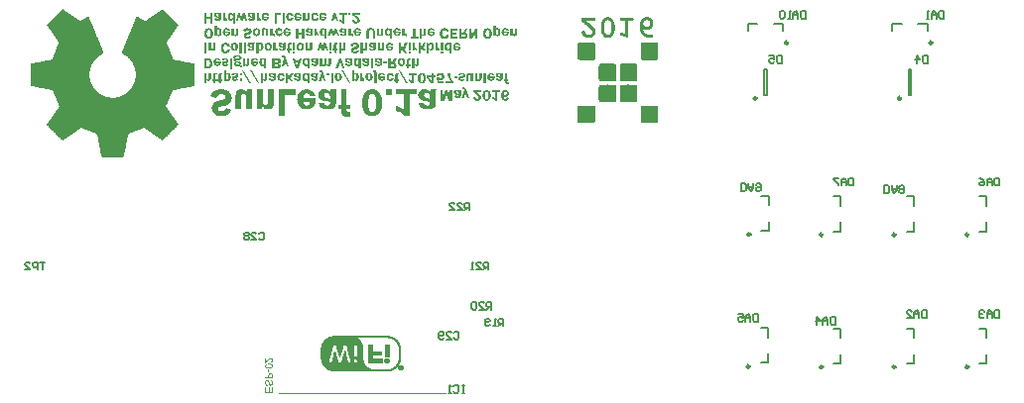
<source format=gbo>
G04 Layer_Color=32896*
%FSLAX25Y25*%
%MOIN*%
G70*
G01*
G75*
%ADD62C,0.00984*%
%ADD65C,0.00394*%
%ADD66C,0.00787*%
%ADD67C,0.00500*%
%ADD104C,0.00050*%
G36*
X105631Y115082D02*
X105742Y115076D01*
X105847Y115060D01*
X105942Y115043D01*
X106030Y115021D01*
X106114Y114999D01*
X106180Y114971D01*
X106247Y114943D01*
X106302Y114921D01*
X106352Y114893D01*
X106391Y114871D01*
X106424Y114849D01*
X106447Y114832D01*
X106463Y114816D01*
X106474Y114810D01*
X106480Y114804D01*
X106535Y114749D01*
X106580Y114693D01*
X106619Y114632D01*
X106652Y114577D01*
X106708Y114460D01*
X106741Y114349D01*
X106763Y114255D01*
X106769Y114216D01*
X106774Y114183D01*
X106780Y114155D01*
Y114133D01*
Y114122D01*
Y114116D01*
X106774Y114011D01*
X106752Y113911D01*
X106724Y113822D01*
X106691Y113739D01*
X106652Y113678D01*
X106624Y113628D01*
X106602Y113595D01*
X106597Y113584D01*
X106519Y113500D01*
X106436Y113428D01*
X106341Y113373D01*
X106252Y113328D01*
X106175Y113295D01*
X106108Y113273D01*
X106080Y113267D01*
X106064Y113262D01*
X106053Y113256D01*
X106047D01*
X106158Y113217D01*
X106258Y113167D01*
X106341Y113112D01*
X106413Y113051D01*
X106474Y112990D01*
X106524Y112923D01*
X106569Y112856D01*
X106602Y112790D01*
X106624Y112729D01*
X106647Y112668D01*
X106663Y112618D01*
X106669Y112568D01*
X106674Y112529D01*
X106680Y112501D01*
Y112479D01*
Y112473D01*
X106674Y112368D01*
X106658Y112274D01*
X106635Y112190D01*
X106608Y112118D01*
X106580Y112063D01*
X106558Y112018D01*
X106541Y111996D01*
X106535Y111985D01*
X106480Y111913D01*
X106419Y111852D01*
X106358Y111796D01*
X106297Y111752D01*
X106247Y111719D01*
X106208Y111697D01*
X106180Y111680D01*
X106169Y111674D01*
X106075Y111635D01*
X105969Y111608D01*
X105858Y111591D01*
X105753Y111574D01*
X105653Y111569D01*
X105614D01*
X105575Y111563D01*
X103872D01*
Y115088D01*
X105509D01*
X105631Y115082D01*
D02*
G37*
G36*
X115032Y115138D02*
X115110Y115121D01*
X115182Y115099D01*
X115254Y115071D01*
X115377Y114999D01*
X115482Y114910D01*
X115526Y114871D01*
X115565Y114827D01*
X115593Y114788D01*
X115621Y114754D01*
X115643Y114727D01*
X115660Y114705D01*
X115665Y114688D01*
X115671Y114682D01*
Y115088D01*
X116381D01*
Y111563D01*
X115638D01*
Y112762D01*
X115593Y112701D01*
X115543Y112651D01*
X115493Y112607D01*
X115443Y112568D01*
X115388Y112534D01*
X115332Y112512D01*
X115232Y112468D01*
X115138Y112446D01*
X115099Y112440D01*
X115060Y112435D01*
X115032Y112429D01*
X114994D01*
X114910Y112435D01*
X114827Y112446D01*
X114750Y112462D01*
X114683Y112485D01*
X114561Y112546D01*
X114455Y112612D01*
X114411Y112651D01*
X114378Y112684D01*
X114344Y112712D01*
X114317Y112740D01*
X114300Y112768D01*
X114283Y112784D01*
X114278Y112795D01*
X114272Y112801D01*
X114228Y112873D01*
X114189Y112951D01*
X114128Y113112D01*
X114084Y113284D01*
X114056Y113445D01*
X114045Y113523D01*
X114033Y113589D01*
X114028Y113656D01*
Y113711D01*
X114022Y113756D01*
Y113789D01*
Y113811D01*
Y113817D01*
X114028Y113933D01*
X114033Y114039D01*
X114045Y114138D01*
X114061Y114233D01*
X114078Y114322D01*
X114100Y114399D01*
X114122Y114471D01*
X114145Y114538D01*
X114167Y114599D01*
X114189Y114649D01*
X114211Y114693D01*
X114228Y114727D01*
X114244Y114754D01*
X114255Y114777D01*
X114267Y114788D01*
Y114793D01*
X114317Y114854D01*
X114366Y114910D01*
X114422Y114954D01*
X114478Y114993D01*
X114533Y115026D01*
X114594Y115060D01*
X114699Y115099D01*
X114799Y115126D01*
X114844Y115132D01*
X114877Y115138D01*
X114910Y115143D01*
X114949D01*
X115032Y115138D01*
D02*
G37*
G36*
X128203Y111563D02*
X127515D01*
X126776Y114089D01*
X126077Y111563D01*
X125200D01*
X126249Y115088D01*
X127137D01*
X128203Y111563D01*
D02*
G37*
G36*
X100530Y115138D02*
X100608Y115121D01*
X100680Y115099D01*
X100752Y115071D01*
X100874Y114999D01*
X100980Y114910D01*
X101024Y114871D01*
X101063Y114827D01*
X101091Y114788D01*
X101119Y114754D01*
X101141Y114727D01*
X101157Y114705D01*
X101163Y114688D01*
X101169Y114682D01*
Y115088D01*
X101879D01*
Y111563D01*
X101135D01*
Y112762D01*
X101091Y112701D01*
X101041Y112651D01*
X100991Y112607D01*
X100941Y112568D01*
X100886Y112534D01*
X100830Y112512D01*
X100730Y112468D01*
X100636Y112446D01*
X100597Y112440D01*
X100558Y112435D01*
X100530Y112429D01*
X100491D01*
X100408Y112435D01*
X100325Y112446D01*
X100247Y112462D01*
X100181Y112485D01*
X100059Y112546D01*
X99953Y112612D01*
X99909Y112651D01*
X99875Y112684D01*
X99842Y112712D01*
X99814Y112740D01*
X99798Y112768D01*
X99781Y112784D01*
X99776Y112795D01*
X99770Y112801D01*
X99726Y112873D01*
X99687Y112951D01*
X99626Y113112D01*
X99581Y113284D01*
X99554Y113445D01*
X99542Y113523D01*
X99531Y113589D01*
X99526Y113656D01*
Y113711D01*
X99520Y113756D01*
Y113789D01*
Y113811D01*
Y113817D01*
X99526Y113933D01*
X99531Y114039D01*
X99542Y114138D01*
X99559Y114233D01*
X99576Y114322D01*
X99598Y114399D01*
X99620Y114471D01*
X99642Y114538D01*
X99665Y114599D01*
X99687Y114649D01*
X99709Y114693D01*
X99726Y114727D01*
X99742Y114754D01*
X99753Y114777D01*
X99765Y114788D01*
Y114793D01*
X99814Y114854D01*
X99864Y114910D01*
X99920Y114954D01*
X99975Y114993D01*
X100031Y115026D01*
X100092Y115060D01*
X100197Y115099D01*
X100297Y115126D01*
X100342Y115132D01*
X100375Y115138D01*
X100408Y115143D01*
X100447D01*
X100530Y115138D01*
D02*
G37*
G36*
X130178Y129549D02*
X129379D01*
Y130348D01*
X130178D01*
Y129549D01*
D02*
G37*
G36*
X90385Y111497D02*
X89613D01*
Y112268D01*
X90385D01*
Y111497D01*
D02*
G37*
G36*
X82260Y115082D02*
X82393Y115065D01*
X82521Y115043D01*
X82637Y115010D01*
X82748Y114971D01*
X82848Y114927D01*
X82937Y114882D01*
X83020Y114832D01*
X83098Y114788D01*
X83159Y114743D01*
X83214Y114699D01*
X83259Y114660D01*
X83298Y114627D01*
X83320Y114605D01*
X83337Y114588D01*
X83342Y114583D01*
X83420Y114483D01*
X83492Y114383D01*
X83553Y114277D01*
X83603Y114172D01*
X83647Y114066D01*
X83681Y113961D01*
X83714Y113855D01*
X83736Y113761D01*
X83753Y113667D01*
X83769Y113584D01*
X83780Y113511D01*
X83786Y113445D01*
Y113389D01*
X83792Y113350D01*
Y113328D01*
Y113317D01*
Y113206D01*
X83780Y113101D01*
X83769Y113001D01*
X83753Y112906D01*
X83731Y112823D01*
X83708Y112740D01*
X83686Y112662D01*
X83664Y112596D01*
X83642Y112534D01*
X83619Y112479D01*
X83597Y112435D01*
X83575Y112396D01*
X83558Y112363D01*
X83547Y112340D01*
X83542Y112329D01*
X83536Y112324D01*
X83436Y112185D01*
X83337Y112068D01*
X83242Y111969D01*
X83153Y111885D01*
X83076Y111824D01*
X83015Y111780D01*
X82992Y111763D01*
X82976Y111758D01*
X82965Y111747D01*
X82959D01*
X82893Y111713D01*
X82826Y111685D01*
X82670Y111641D01*
X82509Y111608D01*
X82349Y111585D01*
X82271Y111580D01*
X82204Y111574D01*
X82138Y111569D01*
X82088Y111563D01*
X80906D01*
Y115088D01*
X82116D01*
X82260Y115082D01*
D02*
G37*
G36*
X147345Y115138D02*
X147444Y115126D01*
X147539Y115110D01*
X147628Y115082D01*
X147711Y115054D01*
X147783Y115021D01*
X147855Y114988D01*
X147916Y114949D01*
X147972Y114916D01*
X148022Y114882D01*
X148061Y114849D01*
X148099Y114821D01*
X148127Y114793D01*
X148144Y114777D01*
X148155Y114766D01*
X148161Y114760D01*
X148222Y114688D01*
X148277Y114610D01*
X148321Y114527D01*
X148360Y114449D01*
X148399Y114366D01*
X148427Y114288D01*
X148466Y114133D01*
X148482Y114061D01*
X148494Y114000D01*
X148499Y113939D01*
X148505Y113889D01*
X148510Y113850D01*
Y113822D01*
Y113800D01*
Y113794D01*
X148505Y113689D01*
X148494Y113584D01*
X148477Y113489D01*
X148460Y113395D01*
X148432Y113312D01*
X148405Y113228D01*
X148371Y113156D01*
X148344Y113090D01*
X148310Y113029D01*
X148277Y112978D01*
X148249Y112929D01*
X148227Y112895D01*
X148205Y112862D01*
X148188Y112840D01*
X148177Y112829D01*
X148172Y112823D01*
X148105Y112751D01*
X148038Y112696D01*
X147961Y112640D01*
X147889Y112596D01*
X147811Y112557D01*
X147733Y112523D01*
X147655Y112501D01*
X147583Y112479D01*
X147517Y112462D01*
X147450Y112451D01*
X147395Y112440D01*
X147345Y112435D01*
X147300Y112429D01*
X147245D01*
X147100Y112435D01*
X146973Y112457D01*
X146856Y112485D01*
X146762Y112518D01*
X146684Y112557D01*
X146629Y112584D01*
X146607Y112596D01*
X146590Y112607D01*
X146584Y112612D01*
X146579D01*
X146484Y112684D01*
X146407Y112762D01*
X146335Y112840D01*
X146274Y112912D01*
X146229Y112978D01*
X146196Y113029D01*
X146185Y113051D01*
X146174Y113067D01*
X146168Y113073D01*
Y113078D01*
X146118Y113189D01*
X146079Y113312D01*
X146057Y113428D01*
X146035Y113539D01*
X146024Y113633D01*
Y113678D01*
X146018Y113711D01*
Y113744D01*
Y113767D01*
Y113778D01*
Y113783D01*
X146024Y113894D01*
X146035Y114000D01*
X146052Y114094D01*
X146068Y114188D01*
X146096Y114277D01*
X146124Y114355D01*
X146151Y114433D01*
X146185Y114499D01*
X146218Y114560D01*
X146246Y114610D01*
X146274Y114660D01*
X146301Y114693D01*
X146318Y114727D01*
X146335Y114749D01*
X146346Y114760D01*
X146351Y114766D01*
X146418Y114832D01*
X146484Y114888D01*
X146556Y114938D01*
X146629Y114982D01*
X146706Y115021D01*
X146779Y115049D01*
X146923Y115093D01*
X146984Y115110D01*
X147045Y115121D01*
X147100Y115132D01*
X147145Y115138D01*
X147184Y115143D01*
X147239D01*
X147345Y115138D01*
D02*
G37*
G36*
X90385Y112479D02*
X89613D01*
Y115088D01*
X90385D01*
Y112479D01*
D02*
G37*
G36*
X107573Y115992D02*
X107673Y115981D01*
X107756Y115959D01*
X107829Y115937D01*
X107890Y115920D01*
X107929Y115898D01*
X107956Y115887D01*
X107962Y115881D01*
X108028Y115837D01*
X108084Y115787D01*
X108128Y115737D01*
X108167Y115687D01*
X108201Y115648D01*
X108223Y115615D01*
X108234Y115587D01*
X108239Y115582D01*
X108278Y115504D01*
X108317Y115409D01*
X108356Y115310D01*
X108395Y115215D01*
X108423Y115121D01*
X108439Y115082D01*
X108450Y115049D01*
X108461Y115021D01*
X108467Y114999D01*
X108472Y114988D01*
Y114982D01*
X109294Y112479D01*
X108733D01*
X108250Y114033D01*
X107751Y112479D01*
X106941D01*
X107884Y115088D01*
X107868Y115143D01*
X107851Y115187D01*
X107829Y115226D01*
X107812Y115260D01*
X107795Y115287D01*
X107779Y115304D01*
X107773Y115315D01*
X107768Y115321D01*
X107734Y115348D01*
X107690Y115371D01*
X107634Y115387D01*
X107584Y115398D01*
X107540Y115404D01*
X107501Y115409D01*
X107462D01*
X107329Y115404D01*
X107268Y115398D01*
X107213Y115393D01*
X107163Y115387D01*
X107124Y115382D01*
X107102Y115376D01*
X107090D01*
Y115964D01*
X107163Y115975D01*
X107235Y115981D01*
X107296Y115992D01*
X107351D01*
X107396Y115998D01*
X107457D01*
X107573Y115992D01*
D02*
G37*
G36*
X88115Y115138D02*
X88209Y115132D01*
X88298Y115121D01*
X88376Y115104D01*
X88454Y115088D01*
X88526Y115065D01*
X88587Y115043D01*
X88642Y115015D01*
X88692Y114993D01*
X88737Y114971D01*
X88775Y114949D01*
X88809Y114932D01*
X88831Y114916D01*
X88848Y114904D01*
X88859Y114893D01*
X88864D01*
X88920Y114843D01*
X88970Y114793D01*
X89009Y114738D01*
X89042Y114682D01*
X89097Y114571D01*
X89136Y114471D01*
X89158Y114377D01*
X89164Y114338D01*
X89170Y114305D01*
X89175Y114277D01*
Y114255D01*
Y114244D01*
Y114238D01*
X89170Y114138D01*
X89153Y114050D01*
X89136Y113972D01*
X89114Y113911D01*
X89086Y113855D01*
X89070Y113817D01*
X89053Y113789D01*
X89047Y113783D01*
X88998Y113722D01*
X88942Y113667D01*
X88881Y113622D01*
X88825Y113589D01*
X88781Y113561D01*
X88737Y113545D01*
X88714Y113533D01*
X88703Y113528D01*
X88614Y113500D01*
X88515Y113472D01*
X88404Y113450D01*
X88298Y113428D01*
X88198Y113411D01*
X88159Y113406D01*
X88121Y113400D01*
X88093Y113395D01*
X88071Y113389D01*
X88048D01*
X87949Y113373D01*
X87865Y113356D01*
X87799Y113345D01*
X87749Y113328D01*
X87715Y113317D01*
X87693Y113306D01*
X87682Y113295D01*
X87677D01*
X87654Y113273D01*
X87638Y113251D01*
X87621Y113200D01*
X87616Y113178D01*
X87610Y113162D01*
Y113151D01*
Y113145D01*
X87616Y113101D01*
X87627Y113067D01*
X87643Y113034D01*
X87671Y113006D01*
X87732Y112962D01*
X87804Y112934D01*
X87871Y112917D01*
X87932Y112912D01*
X87960Y112906D01*
X87993D01*
X88065Y112912D01*
X88132Y112923D01*
X88193Y112940D01*
X88248Y112962D01*
X88293Y112990D01*
X88337Y113017D01*
X88404Y113084D01*
X88448Y113151D01*
X88481Y113206D01*
X88492Y113228D01*
X88498Y113245D01*
X88503Y113256D01*
Y113262D01*
X89064Y113117D01*
X89009Y112990D01*
X88947Y112884D01*
X88886Y112795D01*
X88825Y112723D01*
X88770Y112668D01*
X88720Y112629D01*
X88692Y112601D01*
X88687Y112596D01*
X88681D01*
X88581Y112540D01*
X88476Y112501D01*
X88365Y112468D01*
X88259Y112451D01*
X88165Y112440D01*
X88126Y112435D01*
X88087Y112429D01*
X87926D01*
X87837Y112440D01*
X87754Y112451D01*
X87677Y112468D01*
X87604Y112485D01*
X87538Y112507D01*
X87477Y112529D01*
X87427Y112551D01*
X87377Y112573D01*
X87332Y112596D01*
X87299Y112618D01*
X87271Y112634D01*
X87244Y112651D01*
X87227Y112662D01*
X87221Y112668D01*
X87216Y112673D01*
X87166Y112718D01*
X87122Y112768D01*
X87083Y112823D01*
X87049Y112873D01*
X86999Y112973D01*
X86966Y113073D01*
X86944Y113156D01*
X86938Y113195D01*
X86933Y113228D01*
X86927Y113251D01*
Y113273D01*
Y113284D01*
Y113289D01*
X86933Y113356D01*
X86938Y113417D01*
X86966Y113533D01*
X87005Y113633D01*
X87049Y113711D01*
X87094Y113778D01*
X87133Y113822D01*
X87160Y113850D01*
X87172Y113861D01*
X87227Y113900D01*
X87288Y113933D01*
X87360Y113967D01*
X87438Y113994D01*
X87610Y114050D01*
X87782Y114089D01*
X87871Y114111D01*
X87949Y114122D01*
X88021Y114138D01*
X88082Y114150D01*
X88137Y114155D01*
X88176Y114161D01*
X88198Y114166D01*
X88209D01*
X88259Y114172D01*
X88304Y114183D01*
X88343Y114199D01*
X88376Y114211D01*
X88431Y114250D01*
X88465Y114283D01*
X88487Y114322D01*
X88498Y114349D01*
X88503Y114372D01*
Y114377D01*
X88498Y114416D01*
X88481Y114455D01*
X88459Y114488D01*
X88437Y114510D01*
X88415Y114532D01*
X88393Y114549D01*
X88376Y114555D01*
X88370Y114560D01*
X88320Y114583D01*
X88265Y114599D01*
X88209Y114610D01*
X88159Y114616D01*
X88115Y114621D01*
X88082Y114627D01*
X88048D01*
X87960Y114621D01*
X87882Y114610D01*
X87810Y114594D01*
X87749Y114571D01*
X87693Y114544D01*
X87649Y114516D01*
X87604Y114483D01*
X87571Y114449D01*
X87543Y114422D01*
X87521Y114388D01*
X87493Y114333D01*
X87482Y114311D01*
X87477Y114294D01*
X87471Y114283D01*
Y114277D01*
X86827Y114377D01*
X86872Y114510D01*
X86933Y114632D01*
X87005Y114732D01*
X87094Y114821D01*
X87188Y114893D01*
X87288Y114954D01*
X87388Y115004D01*
X87493Y115049D01*
X87593Y115076D01*
X87688Y115104D01*
X87776Y115121D01*
X87854Y115132D01*
X87921Y115138D01*
X87971Y115143D01*
X88015D01*
X88115Y115138D01*
D02*
G37*
G36*
X132226D02*
X132304Y115121D01*
X132376Y115099D01*
X132448Y115071D01*
X132571Y114999D01*
X132676Y114910D01*
X132720Y114871D01*
X132759Y114827D01*
X132787Y114788D01*
X132815Y114754D01*
X132837Y114727D01*
X132854Y114705D01*
X132859Y114688D01*
X132865Y114682D01*
Y115088D01*
X133575D01*
Y111563D01*
X132831D01*
Y112762D01*
X132787Y112701D01*
X132737Y112651D01*
X132687Y112607D01*
X132637Y112568D01*
X132582Y112534D01*
X132526Y112512D01*
X132426Y112468D01*
X132332Y112446D01*
X132293Y112440D01*
X132254Y112435D01*
X132226Y112429D01*
X132188D01*
X132104Y112435D01*
X132021Y112446D01*
X131943Y112462D01*
X131877Y112485D01*
X131755Y112546D01*
X131649Y112612D01*
X131605Y112651D01*
X131571Y112684D01*
X131538Y112712D01*
X131510Y112740D01*
X131494Y112768D01*
X131477Y112784D01*
X131472Y112795D01*
X131466Y112801D01*
X131422Y112873D01*
X131383Y112951D01*
X131322Y113112D01*
X131277Y113284D01*
X131250Y113445D01*
X131238Y113523D01*
X131227Y113589D01*
X131222Y113656D01*
Y113711D01*
X131216Y113756D01*
Y113789D01*
Y113811D01*
Y113817D01*
X131222Y113933D01*
X131227Y114039D01*
X131238Y114138D01*
X131255Y114233D01*
X131272Y114322D01*
X131294Y114399D01*
X131316Y114471D01*
X131338Y114538D01*
X131361Y114599D01*
X131383Y114649D01*
X131405Y114693D01*
X131422Y114727D01*
X131438Y114754D01*
X131449Y114777D01*
X131460Y114788D01*
Y114793D01*
X131510Y114854D01*
X131560Y114910D01*
X131616Y114954D01*
X131671Y114993D01*
X131727Y115026D01*
X131788Y115060D01*
X131893Y115099D01*
X131993Y115126D01*
X132038Y115132D01*
X132071Y115138D01*
X132104Y115143D01*
X132143D01*
X132226Y115138D01*
D02*
G37*
G36*
X137843Y111563D02*
X137072D01*
Y115088D01*
X137843D01*
Y111563D01*
D02*
G37*
G36*
X92244Y115998D02*
X92388Y115992D01*
X92516Y115981D01*
X92633Y115964D01*
X92744Y115948D01*
X92838Y115926D01*
X92921Y115903D01*
X92999Y115876D01*
X93066Y115853D01*
X93121Y115831D01*
X93165Y115809D01*
X93204Y115792D01*
X93232Y115776D01*
X93254Y115765D01*
X93265Y115753D01*
X93271D01*
X93332Y115704D01*
X93382Y115654D01*
X93426Y115604D01*
X93465Y115554D01*
X93498Y115504D01*
X93521Y115454D01*
X93565Y115359D01*
X93587Y115276D01*
X93593Y115237D01*
X93598Y115210D01*
X93604Y115182D01*
Y115165D01*
Y115154D01*
Y115149D01*
X93598Y115060D01*
X93582Y114977D01*
X93554Y114904D01*
X93526Y114849D01*
X93498Y114799D01*
X93471Y114760D01*
X93454Y114738D01*
X93449Y114732D01*
X93388Y114677D01*
X93321Y114627D01*
X93260Y114594D01*
X93199Y114566D01*
X93143Y114544D01*
X93104Y114532D01*
X93077Y114522D01*
X93066D01*
X93021Y114510D01*
X92966Y114505D01*
X92905Y114499D01*
X92838Y114488D01*
X92705Y114477D01*
X92566Y114466D01*
X92439Y114455D01*
X92383D01*
X92339Y114449D01*
X92294D01*
X92266Y114444D01*
X92239D01*
X92161Y114438D01*
X92094D01*
X92028Y114433D01*
X91972Y114427D01*
X91922Y114422D01*
X91883Y114416D01*
X91845Y114410D01*
X91811Y114405D01*
X91756Y114399D01*
X91723Y114388D01*
X91706Y114383D01*
X91700D01*
X91667Y114360D01*
X91639Y114338D01*
X91623Y114305D01*
X91606Y114277D01*
X91600Y114250D01*
X91595Y114227D01*
Y114211D01*
Y114205D01*
X91600Y114161D01*
X91617Y114122D01*
X91634Y114089D01*
X91662Y114061D01*
X91684Y114039D01*
X91700Y114016D01*
X91717Y114011D01*
X91723Y114005D01*
X91872Y114028D01*
X91939Y114033D01*
X92000Y114039D01*
X92050Y114044D01*
X92233D01*
X92333Y114033D01*
X92422Y114022D01*
X92511Y114011D01*
X92588Y113994D01*
X92660Y113978D01*
X92727Y113955D01*
X92788Y113933D01*
X92844Y113917D01*
X92888Y113894D01*
X92927Y113878D01*
X92960Y113861D01*
X92982Y113850D01*
X92999Y113839D01*
X93010Y113828D01*
X93016D01*
X93071Y113783D01*
X93121Y113739D01*
X93160Y113695D01*
X93193Y113645D01*
X93249Y113545D01*
X93288Y113450D01*
X93310Y113367D01*
X93315Y113334D01*
X93321Y113301D01*
X93326Y113273D01*
Y113256D01*
Y113245D01*
Y113239D01*
X93315Y113139D01*
X93293Y113045D01*
X93260Y112962D01*
X93221Y112890D01*
X93182Y112829D01*
X93149Y112784D01*
X93127Y112757D01*
X93116Y112745D01*
X93138Y112668D01*
X93177Y112612D01*
X93227Y112573D01*
X93282Y112546D01*
X93332Y112529D01*
X93376Y112523D01*
X93404Y112518D01*
X93415D01*
X93482Y112523D01*
X93549Y112529D01*
X93576Y112534D01*
X93598Y112540D01*
X93615Y112546D01*
X93621D01*
Y112057D01*
X93543Y112046D01*
X93471Y112035D01*
X93338D01*
X93277Y112041D01*
X93182Y112057D01*
X93099Y112079D01*
X93038Y112107D01*
X92993Y112135D01*
X92966Y112157D01*
X92949Y112174D01*
X92944Y112179D01*
X92910Y112235D01*
X92877Y112296D01*
X92855Y112357D01*
X92838Y112418D01*
X92827Y112468D01*
X92821Y112507D01*
X92816Y112534D01*
Y112546D01*
X92688Y112507D01*
X92566Y112479D01*
X92450Y112457D01*
X92344Y112446D01*
X92255Y112435D01*
X92216D01*
X92183Y112429D01*
X92022D01*
X91922Y112440D01*
X91834Y112451D01*
X91750Y112462D01*
X91673Y112479D01*
X91600Y112501D01*
X91534Y112523D01*
X91473Y112540D01*
X91423Y112562D01*
X91373Y112584D01*
X91334Y112601D01*
X91306Y112623D01*
X91278Y112634D01*
X91262Y112646D01*
X91251Y112657D01*
X91245D01*
X91190Y112701D01*
X91140Y112745D01*
X91101Y112795D01*
X91062Y112845D01*
X91034Y112895D01*
X91007Y112945D01*
X90968Y113034D01*
X90946Y113117D01*
X90940Y113156D01*
X90934Y113184D01*
X90929Y113212D01*
Y113228D01*
Y113239D01*
Y113245D01*
X90934Y113328D01*
X90951Y113400D01*
X90973Y113472D01*
X91001Y113533D01*
X91034Y113595D01*
X91073Y113645D01*
X91162Y113733D01*
X91245Y113800D01*
X91317Y113844D01*
X91345Y113861D01*
X91367Y113872D01*
X91384Y113883D01*
X91390D01*
X91295Y113922D01*
X91217Y113967D01*
X91145Y114016D01*
X91090Y114061D01*
X91040Y114111D01*
X90996Y114161D01*
X90962Y114205D01*
X90934Y114255D01*
X90912Y114299D01*
X90896Y114338D01*
X90885Y114372D01*
X90879Y114405D01*
X90873Y114433D01*
X90868Y114449D01*
Y114460D01*
Y114466D01*
X90873Y114522D01*
X90885Y114571D01*
X90896Y114621D01*
X90918Y114666D01*
X90973Y114743D01*
X91034Y114810D01*
X91090Y114866D01*
X91145Y114899D01*
X91167Y114916D01*
X91179Y114927D01*
X91190Y114932D01*
X91195D01*
X91118Y114960D01*
X91051Y114988D01*
X90990Y115021D01*
X90940Y115054D01*
X90896Y115093D01*
X90862Y115132D01*
X90829Y115171D01*
X90807Y115210D01*
X90773Y115282D01*
X90757Y115337D01*
Y115359D01*
X90751Y115376D01*
Y115387D01*
Y115393D01*
X90757Y115443D01*
X90762Y115487D01*
X90796Y115576D01*
X90840Y115648D01*
X90890Y115709D01*
X90940Y115765D01*
X90979Y115798D01*
X91012Y115826D01*
X91018Y115831D01*
X91023D01*
X91079Y115859D01*
X91151Y115887D01*
X91223Y115909D01*
X91306Y115931D01*
X91484Y115959D01*
X91662Y115981D01*
X91750Y115987D01*
X91828Y115992D01*
X91900Y115998D01*
X91967D01*
X92022Y116003D01*
X92094D01*
X92244Y115998D01*
D02*
G37*
G36*
X85135Y130398D02*
X85218Y130387D01*
X85290Y130376D01*
X85357Y130359D01*
X85412Y130343D01*
X85451Y130326D01*
X85473Y130320D01*
X85484Y130315D01*
X85557Y130276D01*
X85629Y130220D01*
X85695Y130159D01*
X85756Y130098D01*
X85806Y130043D01*
X85845Y129993D01*
X85867Y129960D01*
X85878Y129954D01*
Y130037D01*
X85884Y130115D01*
X85890Y130187D01*
X85901Y130243D01*
X85906Y130287D01*
X85912Y130320D01*
X85917Y130343D01*
Y130348D01*
X86661D01*
X86644Y130287D01*
X86633Y130209D01*
X86628Y130132D01*
X86622Y130054D01*
X86617Y129982D01*
Y129921D01*
Y129899D01*
Y129882D01*
Y129871D01*
Y129865D01*
Y128683D01*
Y128561D01*
X86611Y128461D01*
X86600Y128378D01*
X86594Y128311D01*
X86583Y128261D01*
X86572Y128228D01*
X86567Y128206D01*
Y128200D01*
X86544Y128150D01*
X86522Y128100D01*
X86489Y128056D01*
X86461Y128017D01*
X86434Y127984D01*
X86411Y127962D01*
X86395Y127945D01*
X86389Y127939D01*
X86334Y127895D01*
X86278Y127862D01*
X86217Y127828D01*
X86156Y127801D01*
X86106Y127784D01*
X86062Y127767D01*
X86034Y127756D01*
X86023D01*
X85934Y127734D01*
X85845Y127717D01*
X85762Y127706D01*
X85684Y127695D01*
X85618D01*
X85568Y127690D01*
X85523D01*
X85362Y127695D01*
X85212Y127717D01*
X85074Y127751D01*
X84957Y127784D01*
X84907Y127801D01*
X84863Y127817D01*
X84818Y127834D01*
X84785Y127851D01*
X84757Y127862D01*
X84741Y127873D01*
X84730Y127878D01*
X84724D01*
X84663Y127917D01*
X84607Y127956D01*
X84558Y128006D01*
X84513Y128056D01*
X84441Y128156D01*
X84386Y128261D01*
X84347Y128356D01*
X84336Y128395D01*
X84325Y128433D01*
X84319Y128461D01*
X84313Y128483D01*
X84308Y128500D01*
Y128506D01*
X85018Y128572D01*
X85029Y128506D01*
X85052Y128450D01*
X85074Y128395D01*
X85107Y128356D01*
X85140Y128317D01*
X85179Y128289D01*
X85257Y128239D01*
X85335Y128217D01*
X85401Y128200D01*
X85423Y128195D01*
X85462D01*
X85529Y128200D01*
X85590Y128211D01*
X85640Y128228D01*
X85684Y128256D01*
X85723Y128284D01*
X85751Y128317D01*
X85778Y128350D01*
X85795Y128383D01*
X85823Y128456D01*
X85840Y128517D01*
X85845Y128544D01*
Y128561D01*
Y128572D01*
Y128578D01*
Y128722D01*
X85706Y128733D01*
X85579Y128750D01*
X85462Y128761D01*
X85351Y128778D01*
X85257Y128789D01*
X85168Y128805D01*
X85090Y128822D01*
X85024Y128833D01*
X84963Y128850D01*
X84913Y128861D01*
X84874Y128872D01*
X84835Y128883D01*
X84813Y128888D01*
X84796Y128894D01*
X84785Y128900D01*
X84780D01*
X84680Y128944D01*
X84591Y128999D01*
X84519Y129055D01*
X84463Y129105D01*
X84413Y129149D01*
X84386Y129188D01*
X84363Y129210D01*
X84358Y129221D01*
X84313Y129299D01*
X84286Y129377D01*
X84263Y129455D01*
X84247Y129527D01*
X84236Y129588D01*
X84230Y129632D01*
Y129666D01*
Y129671D01*
Y129677D01*
X84241Y129793D01*
X84263Y129899D01*
X84302Y129993D01*
X84341Y130065D01*
X84380Y130126D01*
X84419Y130171D01*
X84441Y130198D01*
X84452Y130209D01*
X84541Y130276D01*
X84641Y130320D01*
X84741Y130354D01*
X84835Y130381D01*
X84918Y130393D01*
X84952Y130398D01*
X84985D01*
X85013Y130404D01*
X85046D01*
X85135Y130398D01*
D02*
G37*
G36*
X96501D02*
X96584Y130387D01*
X96657Y130376D01*
X96723Y130359D01*
X96779Y130343D01*
X96817Y130326D01*
X96840Y130320D01*
X96851Y130315D01*
X96923Y130276D01*
X96995Y130220D01*
X97062Y130159D01*
X97123Y130098D01*
X97173Y130043D01*
X97211Y129993D01*
X97234Y129960D01*
X97245Y129954D01*
Y130037D01*
X97250Y130115D01*
X97256Y130187D01*
X97267Y130243D01*
X97273Y130287D01*
X97278Y130320D01*
X97284Y130343D01*
Y130348D01*
X98027D01*
X98011Y130287D01*
X98000Y130209D01*
X97994Y130132D01*
X97988Y130054D01*
X97983Y129982D01*
Y129921D01*
Y129899D01*
Y129882D01*
Y129871D01*
Y129865D01*
Y128683D01*
Y128561D01*
X97977Y128461D01*
X97966Y128378D01*
X97961Y128311D01*
X97950Y128261D01*
X97939Y128228D01*
X97933Y128206D01*
Y128200D01*
X97911Y128150D01*
X97889Y128100D01*
X97855Y128056D01*
X97828Y128017D01*
X97800Y127984D01*
X97778Y127962D01*
X97761Y127945D01*
X97755Y127939D01*
X97700Y127895D01*
X97644Y127862D01*
X97583Y127828D01*
X97522Y127801D01*
X97472Y127784D01*
X97428Y127767D01*
X97400Y127756D01*
X97389D01*
X97300Y127734D01*
X97211Y127717D01*
X97128Y127706D01*
X97051Y127695D01*
X96984D01*
X96934Y127690D01*
X96890D01*
X96729Y127695D01*
X96579Y127717D01*
X96440Y127751D01*
X96324Y127784D01*
X96274Y127801D01*
X96229Y127817D01*
X96185Y127834D01*
X96152Y127851D01*
X96124Y127862D01*
X96107Y127873D01*
X96096Y127878D01*
X96090D01*
X96029Y127917D01*
X95974Y127956D01*
X95924Y128006D01*
X95880Y128056D01*
X95807Y128156D01*
X95752Y128261D01*
X95713Y128356D01*
X95702Y128395D01*
X95691Y128433D01*
X95685Y128461D01*
X95680Y128483D01*
X95674Y128500D01*
Y128506D01*
X96385Y128572D01*
X96396Y128506D01*
X96418Y128450D01*
X96440Y128395D01*
X96473Y128356D01*
X96507Y128317D01*
X96546Y128289D01*
X96623Y128239D01*
X96701Y128217D01*
X96768Y128200D01*
X96790Y128195D01*
X96829D01*
X96895Y128200D01*
X96956Y128211D01*
X97006Y128228D01*
X97051Y128256D01*
X97089Y128284D01*
X97117Y128317D01*
X97145Y128350D01*
X97162Y128383D01*
X97189Y128456D01*
X97206Y128517D01*
X97211Y128544D01*
Y128561D01*
Y128572D01*
Y128578D01*
Y128722D01*
X97073Y128733D01*
X96945Y128750D01*
X96829Y128761D01*
X96718Y128778D01*
X96623Y128789D01*
X96535Y128805D01*
X96457Y128822D01*
X96390Y128833D01*
X96329Y128850D01*
X96279Y128861D01*
X96240Y128872D01*
X96201Y128883D01*
X96179Y128888D01*
X96163Y128894D01*
X96152Y128900D01*
X96146D01*
X96046Y128944D01*
X95957Y128999D01*
X95885Y129055D01*
X95830Y129105D01*
X95780Y129149D01*
X95752Y129188D01*
X95730Y129210D01*
X95724Y129221D01*
X95680Y129299D01*
X95652Y129377D01*
X95630Y129455D01*
X95613Y129527D01*
X95602Y129588D01*
X95596Y129632D01*
Y129666D01*
Y129671D01*
Y129677D01*
X95608Y129793D01*
X95630Y129899D01*
X95669Y129993D01*
X95707Y130065D01*
X95746Y130126D01*
X95785Y130171D01*
X95807Y130198D01*
X95819Y130209D01*
X95907Y130276D01*
X96007Y130320D01*
X96107Y130354D01*
X96201Y130381D01*
X96285Y130393D01*
X96318Y130398D01*
X96351D01*
X96379Y130404D01*
X96412D01*
X96501Y130398D01*
D02*
G37*
G36*
X116448Y128678D02*
Y128572D01*
X116437Y128478D01*
X116426Y128389D01*
X116415Y128311D01*
X116398Y128239D01*
X116376Y128173D01*
X116353Y128117D01*
X116337Y128067D01*
X116315Y128023D01*
X116293Y127989D01*
X116276Y127962D01*
X116254Y127934D01*
X116243Y127917D01*
X116231Y127906D01*
X116220Y127895D01*
X116131Y127828D01*
X116032Y127778D01*
X115932Y127740D01*
X115837Y127717D01*
X115749Y127701D01*
X115715Y127695D01*
X115682D01*
X115654Y127690D01*
X115621D01*
X115549Y127695D01*
X115477Y127706D01*
X115416Y127717D01*
X115360Y127734D01*
X115316Y127756D01*
X115277Y127767D01*
X115255Y127778D01*
X115249Y127784D01*
X115182Y127828D01*
X115121Y127884D01*
X115060Y127951D01*
X115010Y128017D01*
X114966Y128078D01*
X114933Y128134D01*
X114916Y128156D01*
X114905Y128173D01*
X114899Y128178D01*
Y127740D01*
X114183D01*
Y130348D01*
X114955D01*
Y128888D01*
X114960Y128783D01*
X114972Y128689D01*
X114994Y128611D01*
X115016Y128544D01*
X115049Y128483D01*
X115083Y128433D01*
X115116Y128395D01*
X115155Y128361D01*
X115194Y128339D01*
X115227Y128322D01*
X115294Y128300D01*
X115316Y128295D01*
X115338Y128289D01*
X115355D01*
X115399Y128295D01*
X115438Y128300D01*
X115471Y128311D01*
X115499Y128322D01*
X115521Y128339D01*
X115543Y128350D01*
X115549Y128356D01*
X115554Y128361D01*
X115604Y128417D01*
X115632Y128467D01*
X115643Y128495D01*
X115649Y128511D01*
X115654Y128522D01*
Y128528D01*
X115660Y128572D01*
X115665Y128622D01*
X115671Y128683D01*
X115676Y128744D01*
Y128800D01*
Y128844D01*
Y128877D01*
Y128883D01*
Y128888D01*
Y130348D01*
X116448D01*
Y128678D01*
D02*
G37*
G36*
X125983Y127740D02*
X125417D01*
X124895Y129394D01*
X124390Y127740D01*
X123596D01*
X124484Y130348D01*
X125089D01*
X125983Y127740D01*
D02*
G37*
G36*
X99359Y129288D02*
X99365Y129177D01*
X99370Y129077D01*
X99382Y128988D01*
X99398Y128922D01*
X99415Y128861D01*
X99426Y128822D01*
X99432Y128794D01*
X99437Y128789D01*
X99470Y128722D01*
X99504Y128666D01*
X99543Y128622D01*
X99576Y128589D01*
X99604Y128561D01*
X99626Y128544D01*
X99642Y128533D01*
X99648Y128528D01*
X99704Y128500D01*
X99765Y128483D01*
X99826Y128467D01*
X99887Y128461D01*
X99937Y128456D01*
X99981Y128450D01*
X100020D01*
Y127695D01*
X99964Y127690D01*
X99914Y127684D01*
X99875D01*
X99803Y127690D01*
X99737Y127706D01*
X99676Y127734D01*
X99620Y127767D01*
X99570Y127812D01*
X99526Y127856D01*
X99448Y127956D01*
X99393Y128056D01*
X99370Y128100D01*
X99354Y128145D01*
X99337Y128178D01*
X99326Y128206D01*
X99321Y128223D01*
Y127740D01*
X98616D01*
Y130348D01*
X99359D01*
Y129288D01*
D02*
G37*
G36*
X129085Y129704D02*
X128108D01*
Y126774D01*
X127509D01*
X127448Y126857D01*
X127376Y126935D01*
X127293Y127007D01*
X127204Y127074D01*
X127109Y127140D01*
X127009Y127196D01*
X126810Y127301D01*
X126715Y127346D01*
X126621Y127384D01*
X126538Y127412D01*
X126466Y127440D01*
X126405Y127462D01*
X126360Y127479D01*
X126332Y127484D01*
X126321Y127490D01*
Y128217D01*
X126388Y128189D01*
X126460Y128150D01*
X126621Y128073D01*
X126782Y127984D01*
X126937Y127901D01*
X127009Y127856D01*
X127082Y127817D01*
X127143Y127784D01*
X127193Y127751D01*
X127237Y127728D01*
X127270Y127706D01*
X127293Y127695D01*
X127298Y127690D01*
Y129704D01*
X126233D01*
Y130348D01*
X129085D01*
Y129704D01*
D02*
G37*
G36*
X108028Y127740D02*
X107257D01*
Y130348D01*
X108028D01*
Y127740D01*
D02*
G37*
G36*
X101751Y130393D02*
X101896Y130365D01*
X102034Y130320D01*
X102151Y130265D01*
X102262Y130193D01*
X102356Y130121D01*
X102445Y130037D01*
X102517Y129954D01*
X102584Y129871D01*
X102639Y129788D01*
X102684Y129716D01*
X102717Y129643D01*
X102745Y129588D01*
X102762Y129543D01*
X102773Y129516D01*
X102778Y129505D01*
X102079Y129449D01*
X102062Y129521D01*
X102034Y129582D01*
X102007Y129638D01*
X101973Y129688D01*
X101935Y129727D01*
X101896Y129760D01*
X101857Y129788D01*
X101818Y129810D01*
X101740Y129838D01*
X101674Y129854D01*
X101652D01*
X101629Y129860D01*
X101613D01*
X101541Y129854D01*
X101468Y129838D01*
X101413Y129815D01*
X101357Y129788D01*
X101319Y129765D01*
X101285Y129743D01*
X101263Y129727D01*
X101258Y129721D01*
X101208Y129660D01*
X101174Y129593D01*
X101146Y129521D01*
X101130Y129455D01*
X101119Y129394D01*
X101113Y129344D01*
Y129310D01*
Y129305D01*
Y129299D01*
Y129260D01*
Y129221D01*
Y129188D01*
Y129183D01*
Y129177D01*
X102795D01*
X102789Y129038D01*
X102778Y128905D01*
X102762Y128783D01*
X102739Y128672D01*
X102712Y128572D01*
X102678Y128478D01*
X102650Y128395D01*
X102617Y128317D01*
X102578Y128256D01*
X102551Y128200D01*
X102517Y128150D01*
X102490Y128112D01*
X102467Y128084D01*
X102451Y128062D01*
X102440Y128050D01*
X102434Y128045D01*
X102367Y127984D01*
X102295Y127928D01*
X102218Y127878D01*
X102146Y127840D01*
X102073Y127806D01*
X102001Y127778D01*
X101868Y127734D01*
X101801Y127717D01*
X101746Y127706D01*
X101696Y127701D01*
X101652Y127695D01*
X101618Y127690D01*
X101568D01*
X101468Y127695D01*
X101368Y127706D01*
X101274Y127723D01*
X101191Y127751D01*
X101108Y127778D01*
X101030Y127812D01*
X100963Y127845D01*
X100902Y127878D01*
X100847Y127917D01*
X100797Y127951D01*
X100752Y127984D01*
X100719Y128012D01*
X100691Y128039D01*
X100669Y128056D01*
X100658Y128067D01*
X100653Y128073D01*
X100592Y128145D01*
X100536Y128228D01*
X100492Y128306D01*
X100453Y128389D01*
X100419Y128478D01*
X100386Y128561D01*
X100347Y128717D01*
X100331Y128794D01*
X100320Y128861D01*
X100314Y128922D01*
X100309Y128972D01*
X100303Y129016D01*
Y129050D01*
Y129072D01*
Y129077D01*
X100309Y129227D01*
X100331Y129366D01*
X100358Y129488D01*
X100392Y129593D01*
X100419Y129677D01*
X100436Y129710D01*
X100447Y129738D01*
X100458Y129760D01*
X100469Y129782D01*
X100475Y129788D01*
Y129793D01*
X100547Y129899D01*
X100619Y129993D01*
X100697Y130071D01*
X100769Y130132D01*
X100830Y130182D01*
X100880Y130220D01*
X100913Y130243D01*
X100919Y130248D01*
X100925D01*
X101035Y130298D01*
X101146Y130337D01*
X101258Y130365D01*
X101363Y130381D01*
X101452Y130393D01*
X101491Y130398D01*
X101524Y130404D01*
X101591D01*
X101751Y130393D01*
D02*
G37*
G36*
X112657D02*
X112802Y130365D01*
X112940Y130320D01*
X113057Y130265D01*
X113168Y130193D01*
X113262Y130121D01*
X113351Y130037D01*
X113423Y129954D01*
X113490Y129871D01*
X113545Y129788D01*
X113590Y129716D01*
X113623Y129643D01*
X113651Y129588D01*
X113667Y129543D01*
X113678Y129516D01*
X113684Y129505D01*
X112985Y129449D01*
X112968Y129521D01*
X112940Y129582D01*
X112912Y129638D01*
X112879Y129688D01*
X112840Y129727D01*
X112802Y129760D01*
X112763Y129788D01*
X112724Y129810D01*
X112646Y129838D01*
X112580Y129854D01*
X112557D01*
X112535Y129860D01*
X112519D01*
X112446Y129854D01*
X112374Y129838D01*
X112319Y129815D01*
X112263Y129788D01*
X112224Y129765D01*
X112191Y129743D01*
X112169Y129727D01*
X112163Y129721D01*
X112113Y129660D01*
X112080Y129593D01*
X112052Y129521D01*
X112036Y129455D01*
X112024Y129394D01*
X112019Y129344D01*
Y129310D01*
Y129305D01*
Y129299D01*
Y129260D01*
Y129221D01*
Y129188D01*
Y129183D01*
Y129177D01*
X113701D01*
X113695Y129038D01*
X113684Y128905D01*
X113667Y128783D01*
X113645Y128672D01*
X113617Y128572D01*
X113584Y128478D01*
X113556Y128395D01*
X113523Y128317D01*
X113484Y128256D01*
X113456Y128200D01*
X113423Y128150D01*
X113395Y128112D01*
X113373Y128084D01*
X113356Y128062D01*
X113345Y128050D01*
X113340Y128045D01*
X113273Y127984D01*
X113201Y127928D01*
X113123Y127878D01*
X113051Y127840D01*
X112979Y127806D01*
X112907Y127778D01*
X112774Y127734D01*
X112707Y127717D01*
X112652Y127706D01*
X112602Y127701D01*
X112557Y127695D01*
X112524Y127690D01*
X112474D01*
X112374Y127695D01*
X112274Y127706D01*
X112180Y127723D01*
X112097Y127751D01*
X112013Y127778D01*
X111936Y127812D01*
X111869Y127845D01*
X111808Y127878D01*
X111752Y127917D01*
X111703Y127951D01*
X111658Y127984D01*
X111625Y128012D01*
X111597Y128039D01*
X111575Y128056D01*
X111564Y128067D01*
X111558Y128073D01*
X111497Y128145D01*
X111442Y128228D01*
X111397Y128306D01*
X111358Y128389D01*
X111325Y128478D01*
X111292Y128561D01*
X111253Y128717D01*
X111236Y128794D01*
X111225Y128861D01*
X111220Y128922D01*
X111214Y128972D01*
X111209Y129016D01*
Y129050D01*
Y129072D01*
Y129077D01*
X111214Y129227D01*
X111236Y129366D01*
X111264Y129488D01*
X111298Y129593D01*
X111325Y129677D01*
X111342Y129710D01*
X111353Y129738D01*
X111364Y129760D01*
X111375Y129782D01*
X111381Y129788D01*
Y129793D01*
X111453Y129899D01*
X111525Y129993D01*
X111603Y130071D01*
X111675Y130132D01*
X111736Y130182D01*
X111786Y130220D01*
X111819Y130243D01*
X111825Y130248D01*
X111830D01*
X111941Y130298D01*
X112052Y130337D01*
X112163Y130365D01*
X112269Y130381D01*
X112357Y130393D01*
X112396Y130398D01*
X112430Y130404D01*
X112496D01*
X112657Y130393D01*
D02*
G37*
G36*
X121082D02*
X121226Y130365D01*
X121365Y130320D01*
X121482Y130265D01*
X121593Y130193D01*
X121687Y130121D01*
X121776Y130037D01*
X121848Y129954D01*
X121915Y129871D01*
X121970Y129788D01*
X122014Y129716D01*
X122048Y129643D01*
X122075Y129588D01*
X122092Y129543D01*
X122103Y129516D01*
X122109Y129505D01*
X121409Y129449D01*
X121393Y129521D01*
X121365Y129582D01*
X121337Y129638D01*
X121304Y129688D01*
X121265Y129727D01*
X121226Y129760D01*
X121188Y129788D01*
X121149Y129810D01*
X121071Y129838D01*
X121004Y129854D01*
X120982D01*
X120960Y129860D01*
X120943D01*
X120871Y129854D01*
X120799Y129838D01*
X120744Y129815D01*
X120688Y129788D01*
X120649Y129765D01*
X120616Y129743D01*
X120594Y129727D01*
X120588Y129721D01*
X120538Y129660D01*
X120505Y129593D01*
X120477Y129521D01*
X120460Y129455D01*
X120449Y129394D01*
X120444Y129344D01*
Y129310D01*
Y129305D01*
Y129299D01*
Y129260D01*
Y129221D01*
Y129188D01*
Y129183D01*
Y129177D01*
X122125D01*
X122120Y129038D01*
X122109Y128905D01*
X122092Y128783D01*
X122070Y128672D01*
X122042Y128572D01*
X122009Y128478D01*
X121981Y128395D01*
X121948Y128317D01*
X121909Y128256D01*
X121881Y128200D01*
X121848Y128150D01*
X121820Y128112D01*
X121798Y128084D01*
X121781Y128062D01*
X121770Y128050D01*
X121765Y128045D01*
X121698Y127984D01*
X121626Y127928D01*
X121548Y127878D01*
X121476Y127840D01*
X121404Y127806D01*
X121332Y127778D01*
X121199Y127734D01*
X121132Y127717D01*
X121077Y127706D01*
X121027Y127701D01*
X120982Y127695D01*
X120949Y127690D01*
X120899D01*
X120799Y127695D01*
X120699Y127706D01*
X120605Y127723D01*
X120522Y127751D01*
X120438Y127778D01*
X120361Y127812D01*
X120294Y127845D01*
X120233Y127878D01*
X120177Y127917D01*
X120127Y127951D01*
X120083Y127984D01*
X120050Y128012D01*
X120022Y128039D01*
X120000Y128056D01*
X119989Y128067D01*
X119983Y128073D01*
X119922Y128145D01*
X119867Y128228D01*
X119822Y128306D01*
X119783Y128389D01*
X119750Y128478D01*
X119717Y128561D01*
X119678Y128717D01*
X119661Y128794D01*
X119650Y128861D01*
X119645Y128922D01*
X119639Y128972D01*
X119633Y129016D01*
Y129050D01*
Y129072D01*
Y129077D01*
X119639Y129227D01*
X119661Y129366D01*
X119689Y129488D01*
X119722Y129593D01*
X119750Y129677D01*
X119767Y129710D01*
X119778Y129738D01*
X119789Y129760D01*
X119800Y129782D01*
X119806Y129788D01*
Y129793D01*
X119878Y129899D01*
X119950Y129993D01*
X120028Y130071D01*
X120100Y130132D01*
X120161Y130182D01*
X120211Y130220D01*
X120244Y130243D01*
X120250Y130248D01*
X120255D01*
X120366Y130298D01*
X120477Y130337D01*
X120588Y130365D01*
X120694Y130381D01*
X120782Y130393D01*
X120821Y130398D01*
X120854Y130404D01*
X120921D01*
X121082Y130393D01*
D02*
G37*
G36*
X118268Y130398D02*
X118357Y130393D01*
X118518Y130359D01*
X118596Y130337D01*
X118662Y130315D01*
X118723Y130287D01*
X118784Y130259D01*
X118834Y130237D01*
X118879Y130209D01*
X118918Y130187D01*
X118951Y130165D01*
X118973Y130148D01*
X118990Y130132D01*
X119001Y130126D01*
X119006Y130121D01*
X119062Y130065D01*
X119117Y130010D01*
X119162Y129949D01*
X119201Y129882D01*
X119262Y129760D01*
X119312Y129638D01*
X119339Y129532D01*
X119351Y129488D01*
X119362Y129449D01*
X119367Y129416D01*
X119373Y129394D01*
Y129377D01*
Y129371D01*
X118657Y129327D01*
X118640Y129405D01*
X118618Y129477D01*
X118590Y129538D01*
X118562Y129588D01*
X118524Y129632D01*
X118490Y129666D01*
X118451Y129699D01*
X118418Y129721D01*
X118346Y129754D01*
X118285Y129771D01*
X118263D01*
X118246Y129777D01*
X118229D01*
X118163Y129771D01*
X118102Y129754D01*
X118052Y129732D01*
X118007Y129710D01*
X117969Y129688D01*
X117941Y129666D01*
X117924Y129649D01*
X117919Y129643D01*
X117896Y129616D01*
X117874Y129577D01*
X117858Y129538D01*
X117847Y129488D01*
X117824Y129388D01*
X117808Y129277D01*
X117797Y129177D01*
Y129133D01*
X117791Y129094D01*
Y129060D01*
Y129038D01*
Y129022D01*
Y129016D01*
X117797Y128883D01*
X117813Y128766D01*
X117835Y128666D01*
X117863Y128583D01*
X117896Y128511D01*
X117935Y128450D01*
X117974Y128400D01*
X118018Y128361D01*
X118063Y128328D01*
X118102Y128306D01*
X118141Y128289D01*
X118174Y128278D01*
X118202Y128272D01*
X118229Y128267D01*
X118246D01*
X118313Y128272D01*
X118368Y128289D01*
X118424Y128311D01*
X118468Y128339D01*
X118507Y128372D01*
X118540Y128417D01*
X118590Y128500D01*
X118623Y128583D01*
X118646Y128661D01*
X118651Y128689D01*
X118657Y128711D01*
Y128727D01*
Y128733D01*
X119373Y128694D01*
X119362Y128617D01*
X119345Y128539D01*
X119300Y128400D01*
X119245Y128278D01*
X119178Y128178D01*
X119117Y128089D01*
X119090Y128056D01*
X119068Y128028D01*
X119045Y128006D01*
X119029Y127989D01*
X119023Y127984D01*
X119018Y127978D01*
X118956Y127928D01*
X118895Y127884D01*
X118829Y127845D01*
X118762Y127812D01*
X118629Y127762D01*
X118507Y127723D01*
X118396Y127706D01*
X118351Y127701D01*
X118307Y127695D01*
X118274Y127690D01*
X118229D01*
X118118Y127695D01*
X118018Y127706D01*
X117924Y127723D01*
X117830Y127751D01*
X117747Y127778D01*
X117669Y127812D01*
X117597Y127845D01*
X117530Y127878D01*
X117475Y127917D01*
X117425Y127951D01*
X117380Y127984D01*
X117347Y128012D01*
X117319Y128039D01*
X117297Y128056D01*
X117286Y128067D01*
X117280Y128073D01*
X117219Y128145D01*
X117164Y128223D01*
X117119Y128306D01*
X117080Y128389D01*
X117047Y128472D01*
X117014Y128556D01*
X116975Y128711D01*
X116958Y128783D01*
X116947Y128855D01*
X116942Y128911D01*
X116936Y128966D01*
X116931Y129005D01*
Y129038D01*
Y129060D01*
Y129066D01*
X116936Y129177D01*
X116947Y129282D01*
X116964Y129382D01*
X116986Y129477D01*
X117008Y129566D01*
X117042Y129643D01*
X117069Y129716D01*
X117103Y129782D01*
X117136Y129843D01*
X117164Y129893D01*
X117197Y129937D01*
X117219Y129976D01*
X117242Y130004D01*
X117258Y130026D01*
X117269Y130037D01*
X117275Y130043D01*
X117341Y130104D01*
X117414Y130159D01*
X117486Y130209D01*
X117563Y130254D01*
X117641Y130287D01*
X117713Y130315D01*
X117858Y130359D01*
X117919Y130376D01*
X117980Y130387D01*
X118035Y130393D01*
X118085Y130398D01*
X118118Y130404D01*
X118174D01*
X118268Y130398D01*
D02*
G37*
G36*
X95386Y127740D02*
X94792D01*
X94348Y129349D01*
X93970Y127740D01*
X93271D01*
X92877Y129338D01*
X92450Y127740D01*
X91650D01*
X92455Y130348D01*
X93099D01*
X93510Y128672D01*
X93915Y130348D01*
X94603D01*
X95386Y127740D01*
D02*
G37*
G36*
X83714Y126824D02*
X82904D01*
Y128195D01*
X81810D01*
Y126824D01*
X81000D01*
Y130348D01*
X81810D01*
Y128894D01*
X82904D01*
Y130348D01*
X83714D01*
Y126824D01*
D02*
G37*
G36*
X109843Y130398D02*
X109932Y130393D01*
X110093Y130359D01*
X110171Y130337D01*
X110237Y130315D01*
X110299Y130287D01*
X110360Y130259D01*
X110409Y130237D01*
X110454Y130209D01*
X110493Y130187D01*
X110526Y130165D01*
X110548Y130148D01*
X110565Y130132D01*
X110576Y130126D01*
X110582Y130121D01*
X110637Y130065D01*
X110693Y130010D01*
X110737Y129949D01*
X110776Y129882D01*
X110837Y129760D01*
X110887Y129638D01*
X110915Y129532D01*
X110926Y129488D01*
X110937Y129449D01*
X110942Y129416D01*
X110948Y129394D01*
Y129377D01*
Y129371D01*
X110232Y129327D01*
X110215Y129405D01*
X110193Y129477D01*
X110165Y129538D01*
X110137Y129588D01*
X110099Y129632D01*
X110065Y129666D01*
X110027Y129699D01*
X109993Y129721D01*
X109921Y129754D01*
X109860Y129771D01*
X109838D01*
X109821Y129777D01*
X109804D01*
X109738Y129771D01*
X109677Y129754D01*
X109627Y129732D01*
X109582Y129710D01*
X109544Y129688D01*
X109516Y129666D01*
X109499Y129649D01*
X109494Y129643D01*
X109471Y129616D01*
X109449Y129577D01*
X109433Y129538D01*
X109422Y129488D01*
X109399Y129388D01*
X109383Y129277D01*
X109372Y129177D01*
Y129133D01*
X109366Y129094D01*
Y129060D01*
Y129038D01*
Y129022D01*
Y129016D01*
X109372Y128883D01*
X109388Y128766D01*
X109410Y128666D01*
X109438Y128583D01*
X109471Y128511D01*
X109510Y128450D01*
X109549Y128400D01*
X109594Y128361D01*
X109638Y128328D01*
X109677Y128306D01*
X109716Y128289D01*
X109749Y128278D01*
X109777Y128272D01*
X109804Y128267D01*
X109821D01*
X109888Y128272D01*
X109943Y128289D01*
X109999Y128311D01*
X110043Y128339D01*
X110082Y128372D01*
X110115Y128417D01*
X110165Y128500D01*
X110199Y128583D01*
X110221Y128661D01*
X110226Y128689D01*
X110232Y128711D01*
Y128727D01*
Y128733D01*
X110948Y128694D01*
X110937Y128617D01*
X110920Y128539D01*
X110876Y128400D01*
X110820Y128278D01*
X110754Y128178D01*
X110693Y128089D01*
X110665Y128056D01*
X110643Y128028D01*
X110620Y128006D01*
X110604Y127989D01*
X110598Y127984D01*
X110593Y127978D01*
X110531Y127928D01*
X110470Y127884D01*
X110404Y127845D01*
X110337Y127812D01*
X110204Y127762D01*
X110082Y127723D01*
X109971Y127706D01*
X109927Y127701D01*
X109882Y127695D01*
X109849Y127690D01*
X109804D01*
X109694Y127695D01*
X109594Y127706D01*
X109499Y127723D01*
X109405Y127751D01*
X109322Y127778D01*
X109244Y127812D01*
X109172Y127845D01*
X109105Y127878D01*
X109050Y127917D01*
X109000Y127951D01*
X108955Y127984D01*
X108922Y128012D01*
X108894Y128039D01*
X108872Y128056D01*
X108861Y128067D01*
X108855Y128073D01*
X108794Y128145D01*
X108739Y128223D01*
X108695Y128306D01*
X108656Y128389D01*
X108622Y128472D01*
X108589Y128556D01*
X108550Y128711D01*
X108534Y128783D01*
X108522Y128855D01*
X108517Y128911D01*
X108511Y128966D01*
X108506Y129005D01*
Y129038D01*
Y129060D01*
Y129066D01*
X108511Y129177D01*
X108522Y129282D01*
X108539Y129382D01*
X108561Y129477D01*
X108583Y129566D01*
X108617Y129643D01*
X108645Y129716D01*
X108678Y129782D01*
X108711Y129843D01*
X108739Y129893D01*
X108772Y129937D01*
X108794Y129976D01*
X108817Y130004D01*
X108833Y130026D01*
X108844Y130037D01*
X108850Y130043D01*
X108916Y130104D01*
X108989Y130159D01*
X109061Y130209D01*
X109139Y130254D01*
X109216Y130287D01*
X109288Y130315D01*
X109433Y130359D01*
X109494Y130376D01*
X109555Y130387D01*
X109610Y130393D01*
X109660Y130398D01*
X109694Y130404D01*
X109749D01*
X109843Y130398D01*
D02*
G37*
G36*
X117763Y115138D02*
X117846Y115126D01*
X117919Y115115D01*
X117985Y115099D01*
X118041Y115082D01*
X118079Y115065D01*
X118102Y115060D01*
X118113Y115054D01*
X118185Y115015D01*
X118257Y114960D01*
X118324Y114899D01*
X118385Y114838D01*
X118435Y114782D01*
X118473Y114732D01*
X118496Y114699D01*
X118507Y114693D01*
Y114777D01*
X118512Y114854D01*
X118518Y114927D01*
X118529Y114982D01*
X118535Y115026D01*
X118540Y115060D01*
X118546Y115082D01*
Y115088D01*
X119289D01*
X119273Y115026D01*
X119262Y114949D01*
X119256Y114871D01*
X119251Y114793D01*
X119245Y114721D01*
Y114660D01*
Y114638D01*
Y114621D01*
Y114610D01*
Y114605D01*
Y113423D01*
Y113301D01*
X119239Y113200D01*
X119228Y113117D01*
X119223Y113051D01*
X119212Y113001D01*
X119201Y112968D01*
X119195Y112945D01*
Y112940D01*
X119173Y112890D01*
X119151Y112840D01*
X119117Y112795D01*
X119090Y112757D01*
X119062Y112723D01*
X119040Y112701D01*
X119023Y112684D01*
X119017Y112679D01*
X118962Y112634D01*
X118906Y112601D01*
X118845Y112568D01*
X118784Y112540D01*
X118734Y112523D01*
X118690Y112507D01*
X118662Y112496D01*
X118651D01*
X118562Y112473D01*
X118473Y112457D01*
X118390Y112446D01*
X118313Y112435D01*
X118246D01*
X118196Y112429D01*
X118152D01*
X117991Y112435D01*
X117841Y112457D01*
X117702Y112490D01*
X117586Y112523D01*
X117536Y112540D01*
X117491Y112557D01*
X117447Y112573D01*
X117413Y112590D01*
X117386Y112601D01*
X117369Y112612D01*
X117358Y112618D01*
X117352D01*
X117291Y112657D01*
X117236Y112696D01*
X117186Y112745D01*
X117141Y112795D01*
X117069Y112895D01*
X117014Y113001D01*
X116975Y113095D01*
X116964Y113134D01*
X116953Y113173D01*
X116947Y113200D01*
X116942Y113223D01*
X116936Y113239D01*
Y113245D01*
X117647Y113312D01*
X117658Y113245D01*
X117680Y113189D01*
X117702Y113134D01*
X117735Y113095D01*
X117769Y113056D01*
X117807Y113029D01*
X117885Y112978D01*
X117963Y112956D01*
X118029Y112940D01*
X118052Y112934D01*
X118091D01*
X118157Y112940D01*
X118218Y112951D01*
X118268Y112968D01*
X118313Y112995D01*
X118351Y113023D01*
X118379Y113056D01*
X118407Y113090D01*
X118424Y113123D01*
X118451Y113195D01*
X118468Y113256D01*
X118473Y113284D01*
Y113301D01*
Y113312D01*
Y113317D01*
Y113461D01*
X118335Y113472D01*
X118207Y113489D01*
X118091Y113500D01*
X117980Y113517D01*
X117885Y113528D01*
X117796Y113545D01*
X117719Y113561D01*
X117652Y113572D01*
X117591Y113589D01*
X117541Y113600D01*
X117502Y113611D01*
X117463Y113622D01*
X117441Y113628D01*
X117425Y113633D01*
X117413Y113639D01*
X117408D01*
X117308Y113683D01*
X117219Y113739D01*
X117147Y113794D01*
X117092Y113844D01*
X117042Y113889D01*
X117014Y113928D01*
X116992Y113950D01*
X116986Y113961D01*
X116942Y114039D01*
X116914Y114116D01*
X116892Y114194D01*
X116875Y114266D01*
X116864Y114327D01*
X116858Y114372D01*
Y114405D01*
Y114410D01*
Y114416D01*
X116870Y114532D01*
X116892Y114638D01*
X116931Y114732D01*
X116970Y114804D01*
X117008Y114866D01*
X117047Y114910D01*
X117069Y114938D01*
X117080Y114949D01*
X117169Y115015D01*
X117269Y115060D01*
X117369Y115093D01*
X117463Y115121D01*
X117547Y115132D01*
X117580Y115138D01*
X117613D01*
X117641Y115143D01*
X117674D01*
X117763Y115138D01*
D02*
G37*
G36*
X93621Y116743D02*
X92849D01*
Y120267D01*
X93621D01*
Y116743D01*
D02*
G37*
G36*
X95019D02*
X94248D01*
Y120267D01*
X95019D01*
Y116743D01*
D02*
G37*
G36*
X162746Y120317D02*
X162824Y120301D01*
X162896Y120279D01*
X162968Y120251D01*
X163090Y120179D01*
X163196Y120090D01*
X163240Y120051D01*
X163279Y120007D01*
X163306Y119968D01*
X163334Y119934D01*
X163356Y119907D01*
X163373Y119884D01*
X163379Y119868D01*
X163384Y119862D01*
Y120267D01*
X164095D01*
Y116743D01*
X163351D01*
Y117942D01*
X163306Y117881D01*
X163257Y117831D01*
X163207Y117787D01*
X163157Y117748D01*
X163101Y117714D01*
X163046Y117692D01*
X162946Y117648D01*
X162851Y117626D01*
X162813Y117620D01*
X162774Y117614D01*
X162746Y117609D01*
X162707D01*
X162624Y117614D01*
X162541Y117626D01*
X162463Y117642D01*
X162396Y117665D01*
X162274Y117726D01*
X162169Y117792D01*
X162124Y117831D01*
X162091Y117864D01*
X162058Y117892D01*
X162030Y117920D01*
X162013Y117947D01*
X161997Y117964D01*
X161991Y117975D01*
X161986Y117981D01*
X161941Y118053D01*
X161902Y118131D01*
X161841Y118292D01*
X161797Y118464D01*
X161769Y118625D01*
X161758Y118702D01*
X161747Y118769D01*
X161741Y118835D01*
Y118891D01*
X161736Y118935D01*
Y118969D01*
Y118991D01*
Y118997D01*
X161741Y119113D01*
X161747Y119219D01*
X161758Y119318D01*
X161775Y119413D01*
X161791Y119501D01*
X161814Y119579D01*
X161836Y119651D01*
X161858Y119718D01*
X161880Y119779D01*
X161902Y119829D01*
X161925Y119873D01*
X161941Y119907D01*
X161958Y119934D01*
X161969Y119957D01*
X161980Y119968D01*
Y119973D01*
X162030Y120034D01*
X162080Y120090D01*
X162135Y120134D01*
X162191Y120173D01*
X162247Y120206D01*
X162308Y120240D01*
X162413Y120279D01*
X162513Y120306D01*
X162557Y120312D01*
X162591Y120317D01*
X162624Y120323D01*
X162663D01*
X162746Y120317D01*
D02*
G37*
G36*
X81821Y116743D02*
X81000D01*
Y120267D01*
X81821D01*
Y116743D01*
D02*
G37*
G36*
X150431Y116676D02*
X149659D01*
Y117448D01*
X150431D01*
Y116676D01*
D02*
G37*
G36*
X161248D02*
X160476D01*
Y117448D01*
X161248D01*
Y116676D01*
D02*
G37*
G36*
X131716Y120317D02*
X131838Y120306D01*
X131955Y120290D01*
X132060Y120267D01*
X132160Y120245D01*
X132249Y120212D01*
X132332Y120184D01*
X132404Y120151D01*
X132465Y120118D01*
X132521Y120090D01*
X132571Y120056D01*
X132609Y120034D01*
X132637Y120012D01*
X132659Y119995D01*
X132670Y119984D01*
X132676Y119979D01*
X132743Y119912D01*
X132798Y119840D01*
X132848Y119773D01*
X132893Y119701D01*
X132926Y119629D01*
X132959Y119563D01*
X133003Y119435D01*
X133015Y119374D01*
X133026Y119324D01*
X133037Y119274D01*
X133042Y119229D01*
X133048Y119196D01*
Y119174D01*
Y119157D01*
Y119152D01*
X133042Y119041D01*
X133020Y118941D01*
X132992Y118847D01*
X132959Y118769D01*
X132926Y118702D01*
X132898Y118652D01*
X132876Y118619D01*
X132870Y118608D01*
X132804Y118519D01*
X132731Y118447D01*
X132659Y118386D01*
X132593Y118336D01*
X132537Y118297D01*
X132493Y118269D01*
X132460Y118253D01*
X132454Y118247D01*
X132448D01*
X132399Y118225D01*
X132343Y118208D01*
X132221Y118164D01*
X132088Y118131D01*
X131960Y118092D01*
X131844Y118064D01*
X131794Y118053D01*
X131749Y118042D01*
X131710Y118036D01*
X131683Y118031D01*
X131666Y118025D01*
X131660D01*
X131549Y117998D01*
X131461Y117975D01*
X131388Y117947D01*
X131333Y117920D01*
X131289Y117903D01*
X131266Y117886D01*
X131250Y117875D01*
X131244Y117870D01*
X131216Y117836D01*
X131194Y117798D01*
X131177Y117764D01*
X131167Y117731D01*
X131161Y117703D01*
X131155Y117681D01*
Y117665D01*
Y117659D01*
X131161Y117603D01*
X131177Y117553D01*
X131200Y117509D01*
X131233Y117470D01*
X131266Y117443D01*
X131311Y117415D01*
X131400Y117376D01*
X131488Y117354D01*
X131533Y117348D01*
X131566Y117343D01*
X131599Y117337D01*
X131644D01*
X131727Y117343D01*
X131805Y117354D01*
X131871Y117376D01*
X131932Y117404D01*
X131988Y117437D01*
X132038Y117470D01*
X132082Y117509D01*
X132121Y117548D01*
X132176Y117626D01*
X132221Y117692D01*
X132232Y117720D01*
X132243Y117742D01*
X132249Y117753D01*
Y117759D01*
X132954Y117526D01*
X132887Y117381D01*
X132809Y117248D01*
X132720Y117137D01*
X132621Y117043D01*
X132510Y116965D01*
X132399Y116899D01*
X132288Y116843D01*
X132171Y116799D01*
X132066Y116765D01*
X131960Y116738D01*
X131866Y116721D01*
X131782Y116704D01*
X131716Y116699D01*
X131660Y116693D01*
X131616D01*
X131510Y116699D01*
X131405Y116710D01*
X131311Y116721D01*
X131222Y116743D01*
X131139Y116771D01*
X131061Y116799D01*
X130994Y116826D01*
X130928Y116854D01*
X130872Y116887D01*
X130822Y116915D01*
X130783Y116943D01*
X130745Y116971D01*
X130717Y116993D01*
X130700Y117004D01*
X130689Y117015D01*
X130684Y117021D01*
X130623Y117082D01*
X130573Y117148D01*
X130528Y117215D01*
X130489Y117281D01*
X130456Y117348D01*
X130428Y117409D01*
X130389Y117537D01*
X130373Y117592D01*
X130362Y117642D01*
X130356Y117692D01*
X130351Y117731D01*
X130345Y117764D01*
Y117787D01*
Y117803D01*
Y117809D01*
X130351Y117892D01*
X130356Y117975D01*
X130389Y118114D01*
X130434Y118236D01*
X130489Y118336D01*
X130539Y118419D01*
X130561Y118447D01*
X130584Y118475D01*
X130600Y118491D01*
X130617Y118508D01*
X130623Y118514D01*
X130628Y118519D01*
X130689Y118564D01*
X130750Y118602D01*
X130822Y118641D01*
X130900Y118680D01*
X131061Y118741D01*
X131222Y118797D01*
X131294Y118819D01*
X131366Y118841D01*
X131427Y118858D01*
X131483Y118869D01*
X131527Y118880D01*
X131566Y118891D01*
X131588Y118897D01*
X131594D01*
X131716Y118924D01*
X131821Y118952D01*
X131905Y118980D01*
X131971Y119002D01*
X132021Y119024D01*
X132054Y119041D01*
X132077Y119052D01*
X132082Y119058D01*
X132127Y119091D01*
X132154Y119130D01*
X132176Y119168D01*
X132193Y119207D01*
X132204Y119241D01*
X132210Y119268D01*
Y119291D01*
Y119296D01*
X132204Y119352D01*
X132188Y119402D01*
X132166Y119446D01*
X132138Y119485D01*
X132110Y119513D01*
X132088Y119535D01*
X132071Y119551D01*
X132066Y119557D01*
X132010Y119590D01*
X131944Y119618D01*
X131871Y119635D01*
X131805Y119651D01*
X131738Y119657D01*
X131688Y119662D01*
X131644D01*
X131538Y119657D01*
X131444Y119640D01*
X131361Y119618D01*
X131283Y119585D01*
X131216Y119551D01*
X131161Y119507D01*
X131111Y119463D01*
X131067Y119418D01*
X131028Y119374D01*
X131000Y119329D01*
X130978Y119285D01*
X130956Y119252D01*
X130945Y119219D01*
X130933Y119196D01*
X130928Y119180D01*
Y119174D01*
X130162Y119352D01*
X130190Y119440D01*
X130217Y119524D01*
X130251Y119596D01*
X130290Y119668D01*
X130328Y119735D01*
X130373Y119796D01*
X130412Y119846D01*
X130456Y119896D01*
X130495Y119940D01*
X130534Y119973D01*
X130567Y120007D01*
X130600Y120034D01*
X130628Y120051D01*
X130645Y120068D01*
X130656Y120073D01*
X130661Y120079D01*
X130734Y120123D01*
X130811Y120156D01*
X130967Y120218D01*
X131122Y120262D01*
X131266Y120290D01*
X131333Y120301D01*
X131394Y120312D01*
X131444Y120317D01*
X131494D01*
X131533Y120323D01*
X131583D01*
X131716Y120317D01*
D02*
G37*
G36*
X102562D02*
X102662Y120306D01*
X102756Y120290D01*
X102845Y120262D01*
X102928Y120234D01*
X103000Y120201D01*
X103072Y120168D01*
X103133Y120129D01*
X103189Y120095D01*
X103239Y120062D01*
X103278Y120029D01*
X103317Y120001D01*
X103344Y119973D01*
X103361Y119957D01*
X103372Y119946D01*
X103378Y119940D01*
X103439Y119868D01*
X103494Y119790D01*
X103539Y119707D01*
X103577Y119629D01*
X103616Y119546D01*
X103644Y119468D01*
X103683Y119313D01*
X103700Y119241D01*
X103711Y119180D01*
X103716Y119119D01*
X103722Y119069D01*
X103727Y119030D01*
Y119002D01*
Y118980D01*
Y118974D01*
X103722Y118869D01*
X103711Y118763D01*
X103694Y118669D01*
X103677Y118575D01*
X103649Y118491D01*
X103622Y118408D01*
X103588Y118336D01*
X103561Y118269D01*
X103527Y118208D01*
X103494Y118158D01*
X103466Y118108D01*
X103444Y118075D01*
X103422Y118042D01*
X103405Y118020D01*
X103394Y118008D01*
X103389Y118003D01*
X103322Y117931D01*
X103255Y117875D01*
X103178Y117820D01*
X103106Y117775D01*
X103028Y117737D01*
X102950Y117703D01*
X102873Y117681D01*
X102800Y117659D01*
X102734Y117642D01*
X102667Y117631D01*
X102612Y117620D01*
X102562Y117614D01*
X102517Y117609D01*
X102462D01*
X102318Y117614D01*
X102190Y117637D01*
X102073Y117665D01*
X101979Y117698D01*
X101901Y117737D01*
X101846Y117764D01*
X101824Y117775D01*
X101807Y117787D01*
X101801Y117792D01*
X101796D01*
X101701Y117864D01*
X101624Y117942D01*
X101552Y118020D01*
X101491Y118092D01*
X101446Y118158D01*
X101413Y118208D01*
X101402Y118230D01*
X101391Y118247D01*
X101385Y118253D01*
Y118258D01*
X101335Y118369D01*
X101296Y118491D01*
X101274Y118608D01*
X101252Y118719D01*
X101241Y118813D01*
Y118858D01*
X101235Y118891D01*
Y118924D01*
Y118947D01*
Y118958D01*
Y118963D01*
X101241Y119074D01*
X101252Y119180D01*
X101269Y119274D01*
X101285Y119368D01*
X101313Y119457D01*
X101341Y119535D01*
X101368Y119613D01*
X101402Y119679D01*
X101435Y119740D01*
X101463Y119790D01*
X101491Y119840D01*
X101518Y119873D01*
X101535Y119907D01*
X101552Y119929D01*
X101563Y119940D01*
X101568Y119946D01*
X101635Y120012D01*
X101701Y120068D01*
X101774Y120118D01*
X101846Y120162D01*
X101924Y120201D01*
X101996Y120229D01*
X102140Y120273D01*
X102201Y120290D01*
X102262Y120301D01*
X102318Y120312D01*
X102362Y120317D01*
X102401Y120323D01*
X102456D01*
X102562Y120317D01*
D02*
G37*
G36*
X113345D02*
X113445Y120306D01*
X113540Y120290D01*
X113628Y120262D01*
X113712Y120234D01*
X113784Y120201D01*
X113856Y120168D01*
X113917Y120129D01*
X113973Y120095D01*
X114023Y120062D01*
X114061Y120029D01*
X114100Y120001D01*
X114128Y119973D01*
X114145Y119957D01*
X114156Y119946D01*
X114161Y119940D01*
X114222Y119868D01*
X114278Y119790D01*
X114322Y119707D01*
X114361Y119629D01*
X114400Y119546D01*
X114428Y119468D01*
X114467Y119313D01*
X114483Y119241D01*
X114494Y119180D01*
X114500Y119119D01*
X114505Y119069D01*
X114511Y119030D01*
Y119002D01*
Y118980D01*
Y118974D01*
X114505Y118869D01*
X114494Y118763D01*
X114478Y118669D01*
X114461Y118575D01*
X114433Y118491D01*
X114405Y118408D01*
X114372Y118336D01*
X114344Y118269D01*
X114311Y118208D01*
X114278Y118158D01*
X114250Y118108D01*
X114228Y118075D01*
X114206Y118042D01*
X114189Y118020D01*
X114178Y118008D01*
X114172Y118003D01*
X114106Y117931D01*
X114039Y117875D01*
X113961Y117820D01*
X113889Y117775D01*
X113812Y117737D01*
X113734Y117703D01*
X113656Y117681D01*
X113584Y117659D01*
X113517Y117642D01*
X113451Y117631D01*
X113395Y117620D01*
X113345Y117614D01*
X113301Y117609D01*
X113245D01*
X113101Y117614D01*
X112974Y117637D01*
X112857Y117665D01*
X112763Y117698D01*
X112685Y117737D01*
X112629Y117764D01*
X112607Y117775D01*
X112591Y117787D01*
X112585Y117792D01*
X112580D01*
X112485Y117864D01*
X112407Y117942D01*
X112335Y118020D01*
X112274Y118092D01*
X112230Y118158D01*
X112197Y118208D01*
X112185Y118230D01*
X112174Y118247D01*
X112169Y118253D01*
Y118258D01*
X112119Y118369D01*
X112080Y118491D01*
X112058Y118608D01*
X112036Y118719D01*
X112024Y118813D01*
Y118858D01*
X112019Y118891D01*
Y118924D01*
Y118947D01*
Y118958D01*
Y118963D01*
X112024Y119074D01*
X112036Y119180D01*
X112052Y119274D01*
X112069Y119368D01*
X112097Y119457D01*
X112124Y119535D01*
X112152Y119613D01*
X112185Y119679D01*
X112219Y119740D01*
X112247Y119790D01*
X112274Y119840D01*
X112302Y119873D01*
X112319Y119907D01*
X112335Y119929D01*
X112346Y119940D01*
X112352Y119946D01*
X112419Y120012D01*
X112485Y120068D01*
X112557Y120118D01*
X112629Y120162D01*
X112707Y120201D01*
X112779Y120229D01*
X112924Y120273D01*
X112985Y120290D01*
X113046Y120301D01*
X113101Y120312D01*
X113146Y120317D01*
X113184Y120323D01*
X113240D01*
X113345Y120317D01*
D02*
G37*
G36*
X111542Y117659D02*
X110770D01*
Y120267D01*
X111542D01*
Y117659D01*
D02*
G37*
G36*
X91201Y120317D02*
X91301Y120306D01*
X91395Y120290D01*
X91484Y120262D01*
X91567Y120234D01*
X91639Y120201D01*
X91711Y120168D01*
X91773Y120129D01*
X91828Y120095D01*
X91878Y120062D01*
X91917Y120029D01*
X91956Y120001D01*
X91983Y119973D01*
X92000Y119957D01*
X92011Y119946D01*
X92017Y119940D01*
X92078Y119868D01*
X92133Y119790D01*
X92178Y119707D01*
X92216Y119629D01*
X92255Y119546D01*
X92283Y119468D01*
X92322Y119313D01*
X92339Y119241D01*
X92350Y119180D01*
X92355Y119119D01*
X92361Y119069D01*
X92366Y119030D01*
Y119002D01*
Y118980D01*
Y118974D01*
X92361Y118869D01*
X92350Y118763D01*
X92333Y118669D01*
X92316Y118575D01*
X92289Y118491D01*
X92261Y118408D01*
X92228Y118336D01*
X92200Y118269D01*
X92167Y118208D01*
X92133Y118158D01*
X92106Y118108D01*
X92083Y118075D01*
X92061Y118042D01*
X92045Y118020D01*
X92033Y118008D01*
X92028Y118003D01*
X91961Y117931D01*
X91895Y117875D01*
X91817Y117820D01*
X91745Y117775D01*
X91667Y117737D01*
X91589Y117703D01*
X91512Y117681D01*
X91439Y117659D01*
X91373Y117642D01*
X91306Y117631D01*
X91251Y117620D01*
X91201Y117614D01*
X91157Y117609D01*
X91101D01*
X90957Y117614D01*
X90829Y117637D01*
X90712Y117665D01*
X90618Y117698D01*
X90540Y117737D01*
X90485Y117764D01*
X90463Y117775D01*
X90446Y117787D01*
X90440Y117792D01*
X90435D01*
X90341Y117864D01*
X90263Y117942D01*
X90191Y118020D01*
X90130Y118092D01*
X90085Y118158D01*
X90052Y118208D01*
X90041Y118230D01*
X90030Y118247D01*
X90024Y118253D01*
Y118258D01*
X89974Y118369D01*
X89935Y118491D01*
X89913Y118608D01*
X89891Y118719D01*
X89880Y118813D01*
Y118858D01*
X89875Y118891D01*
Y118924D01*
Y118947D01*
Y118958D01*
Y118963D01*
X89880Y119074D01*
X89891Y119180D01*
X89908Y119274D01*
X89924Y119368D01*
X89952Y119457D01*
X89980Y119535D01*
X90008Y119613D01*
X90041Y119679D01*
X90074Y119740D01*
X90102Y119790D01*
X90130Y119840D01*
X90158Y119873D01*
X90174Y119907D01*
X90191Y119929D01*
X90202Y119940D01*
X90207Y119946D01*
X90274Y120012D01*
X90341Y120068D01*
X90413Y120118D01*
X90485Y120162D01*
X90563Y120201D01*
X90635Y120229D01*
X90779Y120273D01*
X90840Y120290D01*
X90901Y120301D01*
X90957Y120312D01*
X91001Y120317D01*
X91040Y120323D01*
X91096D01*
X91201Y120317D01*
D02*
G37*
G36*
X104954Y119207D02*
X104959Y119096D01*
X104965Y118997D01*
X104976Y118908D01*
X104993Y118841D01*
X105009Y118780D01*
X105020Y118741D01*
X105026Y118713D01*
X105032Y118708D01*
X105065Y118641D01*
X105098Y118586D01*
X105137Y118541D01*
X105170Y118508D01*
X105198Y118480D01*
X105220Y118464D01*
X105237Y118453D01*
X105242Y118447D01*
X105298Y118419D01*
X105359Y118403D01*
X105420Y118386D01*
X105481Y118380D01*
X105531Y118375D01*
X105575Y118369D01*
X105614D01*
Y117614D01*
X105559Y117609D01*
X105509Y117603D01*
X105470D01*
X105398Y117609D01*
X105331Y117626D01*
X105270Y117653D01*
X105215Y117687D01*
X105165Y117731D01*
X105120Y117775D01*
X105043Y117875D01*
X104987Y117975D01*
X104965Y118020D01*
X104948Y118064D01*
X104932Y118097D01*
X104920Y118125D01*
X104915Y118142D01*
Y117659D01*
X104210D01*
Y120267D01*
X104954D01*
Y119207D01*
D02*
G37*
G36*
X151801D02*
X151807Y119096D01*
X151812Y118997D01*
X151824Y118908D01*
X151840Y118841D01*
X151857Y118780D01*
X151868Y118741D01*
X151874Y118713D01*
X151879Y118708D01*
X151912Y118641D01*
X151946Y118586D01*
X151985Y118541D01*
X152018Y118508D01*
X152046Y118480D01*
X152068Y118464D01*
X152084Y118453D01*
X152090Y118447D01*
X152146Y118419D01*
X152207Y118403D01*
X152268Y118386D01*
X152329Y118380D01*
X152378Y118375D01*
X152423Y118369D01*
X152462D01*
Y117614D01*
X152406Y117609D01*
X152356Y117603D01*
X152318D01*
X152245Y117609D01*
X152179Y117626D01*
X152118Y117653D01*
X152062Y117687D01*
X152012Y117731D01*
X151968Y117775D01*
X151890Y117875D01*
X151835Y117975D01*
X151812Y118020D01*
X151796Y118064D01*
X151779Y118097D01*
X151768Y118125D01*
X151762Y118142D01*
Y117659D01*
X151058D01*
Y120267D01*
X151801D01*
Y119207D01*
D02*
G37*
G36*
X159383D02*
X159388Y119096D01*
X159394Y118997D01*
X159405Y118908D01*
X159422Y118841D01*
X159438Y118780D01*
X159449Y118741D01*
X159455Y118713D01*
X159460Y118708D01*
X159494Y118641D01*
X159527Y118586D01*
X159566Y118541D01*
X159599Y118508D01*
X159627Y118480D01*
X159649Y118464D01*
X159666Y118453D01*
X159671Y118447D01*
X159727Y118419D01*
X159788Y118403D01*
X159849Y118386D01*
X159910Y118380D01*
X159960Y118375D01*
X160004Y118369D01*
X160043D01*
Y117614D01*
X159988Y117609D01*
X159938Y117603D01*
X159899D01*
X159827Y117609D01*
X159760Y117626D01*
X159699Y117653D01*
X159643Y117687D01*
X159594Y117731D01*
X159549Y117775D01*
X159471Y117875D01*
X159416Y117975D01*
X159394Y118020D01*
X159377Y118064D01*
X159360Y118097D01*
X159349Y118125D01*
X159344Y118142D01*
Y117659D01*
X158639D01*
Y120267D01*
X159383D01*
Y119207D01*
D02*
G37*
G36*
X153094Y113373D02*
X153089Y113251D01*
X153083Y113145D01*
X153072Y113051D01*
X153056Y112978D01*
X153039Y112917D01*
X153028Y112879D01*
X153022Y112851D01*
X153017Y112845D01*
X152983Y112779D01*
X152945Y112723D01*
X152900Y112668D01*
X152856Y112629D01*
X152817Y112590D01*
X152784Y112568D01*
X152761Y112551D01*
X152750Y112546D01*
X152678Y112507D01*
X152601Y112479D01*
X152523Y112457D01*
X152456Y112446D01*
X152395Y112435D01*
X152345Y112429D01*
X152301D01*
X152212Y112435D01*
X152129Y112446D01*
X152051Y112468D01*
X151984Y112496D01*
X151918Y112523D01*
X151862Y112557D01*
X151807Y112596D01*
X151762Y112634D01*
X151724Y112673D01*
X151690Y112712D01*
X151663Y112745D01*
X151635Y112773D01*
X151618Y112801D01*
X151607Y112823D01*
X151596Y112834D01*
Y111563D01*
X150852D01*
Y115088D01*
X151596D01*
Y113622D01*
Y113556D01*
X151602Y113495D01*
X151607Y113445D01*
X151618Y113395D01*
X151640Y113312D01*
X151668Y113245D01*
X151690Y113200D01*
X151713Y113167D01*
X151729Y113151D01*
X151735Y113145D01*
X151790Y113106D01*
X151840Y113078D01*
X151890Y113056D01*
X151935Y113045D01*
X151968Y113034D01*
X152001Y113029D01*
X152062D01*
X152101Y113040D01*
X152156Y113062D01*
X152179Y113073D01*
X152195Y113084D01*
X152201Y113090D01*
X152206Y113095D01*
X152251Y113151D01*
X152279Y113200D01*
X152290Y113228D01*
X152295Y113245D01*
X152301Y113256D01*
Y113262D01*
X152306Y113306D01*
X152312Y113362D01*
X152323Y113478D01*
Y113533D01*
Y113578D01*
Y113611D01*
Y113617D01*
Y113622D01*
Y115088D01*
X153094D01*
Y113373D01*
D02*
G37*
G36*
X123602Y113400D02*
Y113323D01*
X123596Y113256D01*
Y113189D01*
X123591Y113134D01*
X123574Y113034D01*
X123563Y112951D01*
X123546Y112890D01*
X123530Y112851D01*
X123524Y112823D01*
X123519Y112818D01*
X123485Y112757D01*
X123446Y112701D01*
X123402Y112657D01*
X123357Y112612D01*
X123319Y112584D01*
X123285Y112557D01*
X123263Y112546D01*
X123252Y112540D01*
X123180Y112501D01*
X123108Y112473D01*
X123030Y112457D01*
X122964Y112440D01*
X122902Y112435D01*
X122853Y112429D01*
X122808D01*
X122714Y112435D01*
X122619Y112446D01*
X122536Y112473D01*
X122464Y112501D01*
X122397Y112534D01*
X122331Y112573D01*
X122275Y112612D01*
X122231Y112657D01*
X122187Y112701D01*
X122148Y112740D01*
X122120Y112779D01*
X122098Y112812D01*
X122075Y112840D01*
X122064Y112862D01*
X122053Y112879D01*
Y112884D01*
X122009Y112806D01*
X121959Y112734D01*
X121903Y112673D01*
X121848Y112623D01*
X121787Y112579D01*
X121726Y112540D01*
X121670Y112512D01*
X121609Y112485D01*
X121504Y112451D01*
X121454Y112440D01*
X121415Y112435D01*
X121382D01*
X121354Y112429D01*
X121332D01*
X121232Y112435D01*
X121143Y112446D01*
X121060Y112473D01*
X120988Y112501D01*
X120921Y112534D01*
X120860Y112573D01*
X120805Y112612D01*
X120760Y112657D01*
X120721Y112701D01*
X120688Y112740D01*
X120660Y112779D01*
X120638Y112812D01*
X120621Y112840D01*
X120610Y112862D01*
X120599Y112879D01*
Y112479D01*
X119878D01*
Y115088D01*
X120621D01*
Y113650D01*
X120627Y113528D01*
X120638Y113423D01*
X120649Y113339D01*
X120671Y113273D01*
X120688Y113228D01*
X120699Y113195D01*
X120710Y113173D01*
X120716Y113167D01*
X120755Y113123D01*
X120799Y113095D01*
X120849Y113073D01*
X120899Y113056D01*
X120943Y113045D01*
X120977Y113040D01*
X121054D01*
X121093Y113051D01*
X121126Y113056D01*
X121154Y113067D01*
X121176Y113078D01*
X121199Y113090D01*
X121204Y113095D01*
X121210Y113101D01*
X121260Y113145D01*
X121293Y113195D01*
X121304Y113217D01*
X121310Y113234D01*
X121315Y113245D01*
Y113251D01*
X121326Y113295D01*
X121337Y113350D01*
X121343Y113417D01*
Y113484D01*
X121348Y113545D01*
Y113600D01*
Y113622D01*
Y113639D01*
Y113645D01*
Y113650D01*
Y115088D01*
X122120D01*
Y113650D01*
Y113572D01*
X122125Y113506D01*
X122131Y113445D01*
X122142Y113389D01*
X122148Y113339D01*
X122159Y113301D01*
X122170Y113262D01*
X122187Y113234D01*
X122209Y113184D01*
X122225Y113156D01*
X122242Y113139D01*
X122248Y113134D01*
X122298Y113101D01*
X122347Y113078D01*
X122386Y113062D01*
X122431Y113051D01*
X122458Y113045D01*
X122486Y113040D01*
X122558D01*
X122597Y113051D01*
X122631Y113056D01*
X122664Y113067D01*
X122686Y113078D01*
X122703Y113090D01*
X122708Y113095D01*
X122714Y113101D01*
X122741Y113123D01*
X122764Y113151D01*
X122791Y113200D01*
X122797Y113223D01*
X122802Y113239D01*
X122808Y113251D01*
Y113256D01*
X122814Y113301D01*
X122819Y113356D01*
X122825Y113417D01*
X122830Y113484D01*
Y113550D01*
Y113600D01*
Y113622D01*
Y113639D01*
Y113645D01*
Y113650D01*
Y115088D01*
X123602D01*
Y113400D01*
D02*
G37*
G36*
X142311Y113467D02*
X141079D01*
Y114028D01*
X142311D01*
Y113467D01*
D02*
G37*
G36*
X96201Y113417D02*
Y113312D01*
X96190Y113217D01*
X96179Y113128D01*
X96168Y113051D01*
X96151Y112978D01*
X96129Y112912D01*
X96107Y112856D01*
X96090Y112806D01*
X96068Y112762D01*
X96046Y112729D01*
X96029Y112701D01*
X96007Y112673D01*
X95996Y112657D01*
X95985Y112646D01*
X95974Y112634D01*
X95885Y112568D01*
X95785Y112518D01*
X95685Y112479D01*
X95591Y112457D01*
X95502Y112440D01*
X95469Y112435D01*
X95436D01*
X95408Y112429D01*
X95374D01*
X95302Y112435D01*
X95230Y112446D01*
X95169Y112457D01*
X95114Y112473D01*
X95069Y112496D01*
X95030Y112507D01*
X95008Y112518D01*
X95003Y112523D01*
X94936Y112568D01*
X94875Y112623D01*
X94814Y112690D01*
X94764Y112757D01*
X94719Y112818D01*
X94686Y112873D01*
X94670Y112895D01*
X94658Y112912D01*
X94653Y112917D01*
Y112479D01*
X93937D01*
Y115088D01*
X94708D01*
Y113628D01*
X94714Y113523D01*
X94725Y113428D01*
X94747Y113350D01*
X94770Y113284D01*
X94803Y113223D01*
X94836Y113173D01*
X94869Y113134D01*
X94908Y113101D01*
X94947Y113078D01*
X94980Y113062D01*
X95047Y113040D01*
X95069Y113034D01*
X95091Y113029D01*
X95108D01*
X95152Y113034D01*
X95191Y113040D01*
X95225Y113051D01*
X95252Y113062D01*
X95275Y113078D01*
X95297Y113090D01*
X95302Y113095D01*
X95308Y113101D01*
X95358Y113156D01*
X95385Y113206D01*
X95397Y113234D01*
X95402Y113251D01*
X95408Y113262D01*
Y113267D01*
X95413Y113312D01*
X95419Y113362D01*
X95424Y113423D01*
X95430Y113484D01*
Y113539D01*
Y113584D01*
Y113617D01*
Y113622D01*
Y113628D01*
Y115088D01*
X96201D01*
Y113417D01*
D02*
G37*
G36*
X129241Y115138D02*
X129324Y115126D01*
X129396Y115115D01*
X129463Y115099D01*
X129518Y115082D01*
X129557Y115065D01*
X129579Y115060D01*
X129590Y115054D01*
X129662Y115015D01*
X129735Y114960D01*
X129801Y114899D01*
X129862Y114838D01*
X129912Y114782D01*
X129951Y114732D01*
X129973Y114699D01*
X129984Y114693D01*
Y114777D01*
X129990Y114854D01*
X129995Y114927D01*
X130006Y114982D01*
X130012Y115026D01*
X130017Y115060D01*
X130023Y115082D01*
Y115088D01*
X130767D01*
X130750Y115026D01*
X130739Y114949D01*
X130734Y114871D01*
X130728Y114793D01*
X130722Y114721D01*
Y114660D01*
Y114638D01*
Y114621D01*
Y114610D01*
Y114605D01*
Y113423D01*
Y113301D01*
X130717Y113200D01*
X130706Y113117D01*
X130700Y113051D01*
X130689Y113001D01*
X130678Y112968D01*
X130672Y112945D01*
Y112940D01*
X130650Y112890D01*
X130628Y112840D01*
X130595Y112795D01*
X130567Y112757D01*
X130539Y112723D01*
X130517Y112701D01*
X130500Y112684D01*
X130495Y112679D01*
X130439Y112634D01*
X130384Y112601D01*
X130323Y112568D01*
X130262Y112540D01*
X130212Y112523D01*
X130167Y112507D01*
X130140Y112496D01*
X130129D01*
X130040Y112473D01*
X129951Y112457D01*
X129868Y112446D01*
X129790Y112435D01*
X129723D01*
X129673Y112429D01*
X129629D01*
X129468Y112435D01*
X129318Y112457D01*
X129180Y112490D01*
X129063Y112523D01*
X129013Y112540D01*
X128969Y112557D01*
X128924Y112573D01*
X128891Y112590D01*
X128863Y112601D01*
X128847Y112612D01*
X128835Y112618D01*
X128830D01*
X128769Y112657D01*
X128713Y112696D01*
X128663Y112745D01*
X128619Y112795D01*
X128547Y112895D01*
X128491Y113001D01*
X128452Y113095D01*
X128441Y113134D01*
X128430Y113173D01*
X128425Y113200D01*
X128419Y113223D01*
X128414Y113239D01*
Y113245D01*
X129124Y113312D01*
X129135Y113245D01*
X129157Y113189D01*
X129180Y113134D01*
X129213Y113095D01*
X129246Y113056D01*
X129285Y113029D01*
X129363Y112978D01*
X129440Y112956D01*
X129507Y112940D01*
X129529Y112934D01*
X129568D01*
X129635Y112940D01*
X129696Y112951D01*
X129746Y112968D01*
X129790Y112995D01*
X129829Y113023D01*
X129857Y113056D01*
X129884Y113090D01*
X129901Y113123D01*
X129929Y113195D01*
X129945Y113256D01*
X129951Y113284D01*
Y113301D01*
Y113312D01*
Y113317D01*
Y113461D01*
X129812Y113472D01*
X129684Y113489D01*
X129568Y113500D01*
X129457Y113517D01*
X129363Y113528D01*
X129274Y113545D01*
X129196Y113561D01*
X129130Y113572D01*
X129069Y113589D01*
X129018Y113600D01*
X128980Y113611D01*
X128941Y113622D01*
X128919Y113628D01*
X128902Y113633D01*
X128891Y113639D01*
X128885D01*
X128785Y113683D01*
X128697Y113739D01*
X128624Y113794D01*
X128569Y113844D01*
X128519Y113889D01*
X128491Y113928D01*
X128469Y113950D01*
X128463Y113961D01*
X128419Y114039D01*
X128391Y114116D01*
X128369Y114194D01*
X128352Y114266D01*
X128341Y114327D01*
X128336Y114372D01*
Y114405D01*
Y114410D01*
Y114416D01*
X128347Y114532D01*
X128369Y114638D01*
X128408Y114732D01*
X128447Y114804D01*
X128486Y114866D01*
X128525Y114910D01*
X128547Y114938D01*
X128558Y114949D01*
X128647Y115015D01*
X128747Y115060D01*
X128847Y115093D01*
X128941Y115121D01*
X129024Y115132D01*
X129057Y115138D01*
X129091D01*
X129118Y115143D01*
X129152D01*
X129241Y115138D01*
D02*
G37*
G36*
X134957D02*
X135040Y115126D01*
X135112Y115115D01*
X135179Y115099D01*
X135234Y115082D01*
X135273Y115065D01*
X135296Y115060D01*
X135307Y115054D01*
X135379Y115015D01*
X135451Y114960D01*
X135518Y114899D01*
X135579Y114838D01*
X135629Y114782D01*
X135667Y114732D01*
X135690Y114699D01*
X135701Y114693D01*
Y114777D01*
X135706Y114854D01*
X135712Y114927D01*
X135723Y114982D01*
X135729Y115026D01*
X135734Y115060D01*
X135740Y115082D01*
Y115088D01*
X136483D01*
X136467Y115026D01*
X136456Y114949D01*
X136450Y114871D01*
X136444Y114793D01*
X136439Y114721D01*
Y114660D01*
Y114638D01*
Y114621D01*
Y114610D01*
Y114605D01*
Y113423D01*
Y113301D01*
X136433Y113200D01*
X136422Y113117D01*
X136417Y113051D01*
X136406Y113001D01*
X136395Y112968D01*
X136389Y112945D01*
Y112940D01*
X136367Y112890D01*
X136345Y112840D01*
X136311Y112795D01*
X136284Y112757D01*
X136256Y112723D01*
X136233Y112701D01*
X136217Y112684D01*
X136211Y112679D01*
X136156Y112634D01*
X136100Y112601D01*
X136039Y112568D01*
X135978Y112540D01*
X135928Y112523D01*
X135884Y112507D01*
X135856Y112496D01*
X135845D01*
X135756Y112473D01*
X135667Y112457D01*
X135584Y112446D01*
X135506Y112435D01*
X135440D01*
X135390Y112429D01*
X135345D01*
X135185Y112435D01*
X135035Y112457D01*
X134896Y112490D01*
X134779Y112523D01*
X134730Y112540D01*
X134685Y112557D01*
X134641Y112573D01*
X134607Y112590D01*
X134580Y112601D01*
X134563Y112612D01*
X134552Y112618D01*
X134546D01*
X134485Y112657D01*
X134430Y112696D01*
X134380Y112745D01*
X134335Y112795D01*
X134263Y112895D01*
X134208Y113001D01*
X134169Y113095D01*
X134158Y113134D01*
X134147Y113173D01*
X134141Y113200D01*
X134136Y113223D01*
X134130Y113239D01*
Y113245D01*
X134841Y113312D01*
X134852Y113245D01*
X134874Y113189D01*
X134896Y113134D01*
X134929Y113095D01*
X134963Y113056D01*
X135001Y113029D01*
X135079Y112978D01*
X135157Y112956D01*
X135223Y112940D01*
X135246Y112934D01*
X135284D01*
X135351Y112940D01*
X135412Y112951D01*
X135462Y112968D01*
X135506Y112995D01*
X135545Y113023D01*
X135573Y113056D01*
X135601Y113090D01*
X135617Y113123D01*
X135645Y113195D01*
X135662Y113256D01*
X135667Y113284D01*
Y113301D01*
Y113312D01*
Y113317D01*
Y113461D01*
X135529Y113472D01*
X135401Y113489D01*
X135284Y113500D01*
X135173Y113517D01*
X135079Y113528D01*
X134990Y113545D01*
X134913Y113561D01*
X134846Y113572D01*
X134785Y113589D01*
X134735Y113600D01*
X134696Y113611D01*
X134657Y113622D01*
X134635Y113628D01*
X134618Y113633D01*
X134607Y113639D01*
X134602D01*
X134502Y113683D01*
X134413Y113739D01*
X134341Y113794D01*
X134285Y113844D01*
X134236Y113889D01*
X134208Y113928D01*
X134186Y113950D01*
X134180Y113961D01*
X134136Y114039D01*
X134108Y114116D01*
X134086Y114194D01*
X134069Y114266D01*
X134058Y114327D01*
X134052Y114372D01*
Y114405D01*
Y114410D01*
Y114416D01*
X134063Y114532D01*
X134086Y114638D01*
X134125Y114732D01*
X134163Y114804D01*
X134202Y114866D01*
X134241Y114910D01*
X134263Y114938D01*
X134274Y114949D01*
X134363Y115015D01*
X134463Y115060D01*
X134563Y115093D01*
X134657Y115121D01*
X134741Y115132D01*
X134774Y115138D01*
X134807D01*
X134835Y115143D01*
X134868D01*
X134957Y115138D01*
D02*
G37*
G36*
X139219D02*
X139303Y115126D01*
X139375Y115115D01*
X139441Y115099D01*
X139497Y115082D01*
X139536Y115065D01*
X139558Y115060D01*
X139569Y115054D01*
X139641Y115015D01*
X139713Y114960D01*
X139780Y114899D01*
X139841Y114838D01*
X139891Y114782D01*
X139930Y114732D01*
X139952Y114699D01*
X139963Y114693D01*
Y114777D01*
X139969Y114854D01*
X139974Y114927D01*
X139985Y114982D01*
X139991Y115026D01*
X139996Y115060D01*
X140002Y115082D01*
Y115088D01*
X140746D01*
X140729Y115026D01*
X140718Y114949D01*
X140712Y114871D01*
X140707Y114793D01*
X140701Y114721D01*
Y114660D01*
Y114638D01*
Y114621D01*
Y114610D01*
Y114605D01*
Y113423D01*
Y113301D01*
X140696Y113200D01*
X140685Y113117D01*
X140679Y113051D01*
X140668Y113001D01*
X140657Y112968D01*
X140651Y112945D01*
Y112940D01*
X140629Y112890D01*
X140607Y112840D01*
X140574Y112795D01*
X140546Y112757D01*
X140518Y112723D01*
X140496Y112701D01*
X140479Y112684D01*
X140474Y112679D01*
X140418Y112634D01*
X140363Y112601D01*
X140302Y112568D01*
X140241Y112540D01*
X140191Y112523D01*
X140146Y112507D01*
X140119Y112496D01*
X140107D01*
X140019Y112473D01*
X139930Y112457D01*
X139847Y112446D01*
X139769Y112435D01*
X139702D01*
X139652Y112429D01*
X139608D01*
X139447Y112435D01*
X139297Y112457D01*
X139158Y112490D01*
X139042Y112523D01*
X138992Y112540D01*
X138947Y112557D01*
X138903Y112573D01*
X138870Y112590D01*
X138842Y112601D01*
X138825Y112612D01*
X138814Y112618D01*
X138809D01*
X138748Y112657D01*
X138692Y112696D01*
X138642Y112745D01*
X138598Y112795D01*
X138526Y112895D01*
X138470Y113001D01*
X138431Y113095D01*
X138420Y113134D01*
X138409Y113173D01*
X138404Y113200D01*
X138398Y113223D01*
X138392Y113239D01*
Y113245D01*
X139103Y113312D01*
X139114Y113245D01*
X139136Y113189D01*
X139158Y113134D01*
X139192Y113095D01*
X139225Y113056D01*
X139264Y113029D01*
X139341Y112978D01*
X139419Y112956D01*
X139486Y112940D01*
X139508Y112934D01*
X139547D01*
X139613Y112940D01*
X139674Y112951D01*
X139725Y112968D01*
X139769Y112995D01*
X139808Y113023D01*
X139836Y113056D01*
X139863Y113090D01*
X139880Y113123D01*
X139908Y113195D01*
X139924Y113256D01*
X139930Y113284D01*
Y113301D01*
Y113312D01*
Y113317D01*
Y113461D01*
X139791Y113472D01*
X139663Y113489D01*
X139547Y113500D01*
X139436Y113517D01*
X139341Y113528D01*
X139253Y113545D01*
X139175Y113561D01*
X139108Y113572D01*
X139047Y113589D01*
X138997Y113600D01*
X138959Y113611D01*
X138920Y113622D01*
X138898Y113628D01*
X138881Y113633D01*
X138870Y113639D01*
X138864D01*
X138764Y113683D01*
X138675Y113739D01*
X138603Y113794D01*
X138548Y113844D01*
X138498Y113889D01*
X138470Y113928D01*
X138448Y113950D01*
X138442Y113961D01*
X138398Y114039D01*
X138370Y114116D01*
X138348Y114194D01*
X138331Y114266D01*
X138320Y114327D01*
X138315Y114372D01*
Y114405D01*
Y114410D01*
Y114416D01*
X138326Y114532D01*
X138348Y114638D01*
X138387Y114732D01*
X138426Y114804D01*
X138465Y114866D01*
X138504Y114910D01*
X138526Y114938D01*
X138537Y114949D01*
X138626Y115015D01*
X138725Y115060D01*
X138825Y115093D01*
X138920Y115121D01*
X139003Y115132D01*
X139036Y115138D01*
X139070D01*
X139097Y115143D01*
X139131D01*
X139219Y115138D01*
D02*
G37*
G36*
X150114Y115132D02*
X150192Y115126D01*
X150269Y115115D01*
X150342Y115104D01*
X150403Y115099D01*
X150425Y115093D01*
X150442Y115088D01*
X150458D01*
Y114522D01*
X150364Y114527D01*
X150214D01*
X150136Y114522D01*
X150075Y114516D01*
X150025Y114505D01*
X149986Y114494D01*
X149959Y114483D01*
X149936Y114471D01*
X149931Y114460D01*
X149925D01*
X149903Y114427D01*
X149892Y114388D01*
X149870Y114294D01*
Y114250D01*
X149864Y114216D01*
Y114194D01*
Y114183D01*
Y113078D01*
X150425D01*
Y112479D01*
X149864D01*
Y111658D01*
X149198Y111713D01*
X149137Y112479D01*
X148682D01*
Y113078D01*
X149093D01*
Y114294D01*
Y114383D01*
X149104Y114460D01*
X149109Y114532D01*
X149126Y114599D01*
X149137Y114660D01*
X149154Y114716D01*
X149176Y114766D01*
X149193Y114810D01*
X149209Y114843D01*
X149232Y114877D01*
X149259Y114921D01*
X149282Y114949D01*
X149293Y114960D01*
X149331Y114993D01*
X149381Y115021D01*
X149481Y115065D01*
X149598Y115099D01*
X149709Y115121D01*
X149814Y115132D01*
X149859Y115138D01*
X149898D01*
X149931Y115143D01*
X150036D01*
X150114Y115132D01*
D02*
G37*
G36*
X111542Y116676D02*
X110770D01*
Y117448D01*
X111542D01*
Y116676D01*
D02*
G37*
G36*
X123796D02*
X123025D01*
Y117448D01*
X123796D01*
Y116676D01*
D02*
G37*
G36*
X112713Y111563D02*
X111752D01*
X110631Y115088D01*
X111353D01*
X111575Y114360D01*
X112713D01*
X112929Y115088D01*
X113817D01*
X112713Y111563D01*
D02*
G37*
G36*
X144958Y113539D02*
X145064Y113484D01*
X145158Y113423D01*
X145241Y113350D01*
X145313Y113278D01*
X145369Y113206D01*
X145419Y113128D01*
X145458Y113051D01*
X145491Y112978D01*
X145519Y112906D01*
X145535Y112840D01*
X145552Y112779D01*
X145557Y112729D01*
X145563Y112684D01*
X145569Y112651D01*
Y112629D01*
Y112623D01*
X145563Y112507D01*
X145541Y112396D01*
X145513Y112296D01*
X145485Y112207D01*
X145452Y112135D01*
X145424Y112079D01*
X145413Y112063D01*
X145402Y112046D01*
X145397Y112041D01*
Y112035D01*
X145330Y111941D01*
X145258Y111863D01*
X145186Y111796D01*
X145114Y111747D01*
X145058Y111708D01*
X145008Y111685D01*
X144975Y111669D01*
X144969Y111663D01*
X144964D01*
X144858Y111630D01*
X144747Y111608D01*
X144636Y111585D01*
X144525Y111574D01*
X144425Y111569D01*
X144386D01*
X144348Y111563D01*
X142733D01*
Y115088D01*
X143565D01*
Y113695D01*
X144153D01*
X144697Y115088D01*
X145607D01*
X144958Y113539D01*
D02*
G37*
G36*
X85590Y115132D02*
X85734Y115104D01*
X85873Y115060D01*
X85989Y115004D01*
X86100Y114932D01*
X86195Y114860D01*
X86283Y114777D01*
X86356Y114693D01*
X86422Y114610D01*
X86478Y114527D01*
X86522Y114455D01*
X86555Y114383D01*
X86583Y114327D01*
X86600Y114283D01*
X86611Y114255D01*
X86616Y114244D01*
X85917Y114188D01*
X85901Y114261D01*
X85873Y114322D01*
X85845Y114377D01*
X85812Y114427D01*
X85773Y114466D01*
X85734Y114499D01*
X85695Y114527D01*
X85656Y114549D01*
X85579Y114577D01*
X85512Y114594D01*
X85490D01*
X85468Y114599D01*
X85451D01*
X85379Y114594D01*
X85307Y114577D01*
X85251Y114555D01*
X85196Y114527D01*
X85157Y114505D01*
X85124Y114483D01*
X85101Y114466D01*
X85096Y114460D01*
X85046Y114399D01*
X85013Y114333D01*
X84985Y114261D01*
X84968Y114194D01*
X84957Y114133D01*
X84952Y114083D01*
Y114050D01*
Y114044D01*
Y114039D01*
Y114000D01*
Y113961D01*
Y113928D01*
Y113922D01*
Y113917D01*
X86633D01*
X86628Y113778D01*
X86616Y113645D01*
X86600Y113523D01*
X86578Y113411D01*
X86550Y113312D01*
X86517Y113217D01*
X86489Y113134D01*
X86456Y113056D01*
X86417Y112995D01*
X86389Y112940D01*
X86356Y112890D01*
X86328Y112851D01*
X86306Y112823D01*
X86289Y112801D01*
X86278Y112790D01*
X86272Y112784D01*
X86206Y112723D01*
X86134Y112668D01*
X86056Y112618D01*
X85984Y112579D01*
X85912Y112546D01*
X85839Y112518D01*
X85706Y112473D01*
X85640Y112457D01*
X85584Y112446D01*
X85534Y112440D01*
X85490Y112435D01*
X85457Y112429D01*
X85407D01*
X85307Y112435D01*
X85207Y112446D01*
X85113Y112462D01*
X85029Y112490D01*
X84946Y112518D01*
X84868Y112551D01*
X84802Y112584D01*
X84741Y112618D01*
X84685Y112657D01*
X84635Y112690D01*
X84591Y112723D01*
X84557Y112751D01*
X84530Y112779D01*
X84508Y112795D01*
X84496Y112806D01*
X84491Y112812D01*
X84430Y112884D01*
X84374Y112968D01*
X84330Y113045D01*
X84291Y113128D01*
X84258Y113217D01*
X84224Y113301D01*
X84186Y113456D01*
X84169Y113533D01*
X84158Y113600D01*
X84152Y113661D01*
X84147Y113711D01*
X84141Y113756D01*
Y113789D01*
Y113811D01*
Y113817D01*
X84147Y113967D01*
X84169Y114105D01*
X84197Y114227D01*
X84230Y114333D01*
X84258Y114416D01*
X84274Y114449D01*
X84285Y114477D01*
X84297Y114499D01*
X84308Y114522D01*
X84313Y114527D01*
Y114532D01*
X84385Y114638D01*
X84458Y114732D01*
X84535Y114810D01*
X84607Y114871D01*
X84668Y114921D01*
X84718Y114960D01*
X84752Y114982D01*
X84757Y114988D01*
X84763D01*
X84874Y115038D01*
X84985Y115076D01*
X85096Y115104D01*
X85201Y115121D01*
X85290Y115132D01*
X85329Y115138D01*
X85362Y115143D01*
X85429D01*
X85590Y115132D01*
D02*
G37*
G36*
X98133D02*
X98277Y115104D01*
X98416Y115060D01*
X98532Y115004D01*
X98643Y114932D01*
X98738Y114860D01*
X98826Y114777D01*
X98899Y114693D01*
X98965Y114610D01*
X99021Y114527D01*
X99065Y114455D01*
X99098Y114383D01*
X99126Y114327D01*
X99143Y114283D01*
X99154Y114255D01*
X99159Y114244D01*
X98460Y114188D01*
X98444Y114261D01*
X98416Y114322D01*
X98388Y114377D01*
X98355Y114427D01*
X98316Y114466D01*
X98277Y114499D01*
X98238Y114527D01*
X98199Y114549D01*
X98122Y114577D01*
X98055Y114594D01*
X98033D01*
X98011Y114599D01*
X97994D01*
X97922Y114594D01*
X97850Y114577D01*
X97794Y114555D01*
X97739Y114527D01*
X97700Y114505D01*
X97667Y114483D01*
X97644Y114466D01*
X97639Y114460D01*
X97589Y114399D01*
X97556Y114333D01*
X97528Y114261D01*
X97511Y114194D01*
X97500Y114133D01*
X97495Y114083D01*
Y114050D01*
Y114044D01*
Y114039D01*
Y114000D01*
Y113961D01*
Y113928D01*
Y113922D01*
Y113917D01*
X99176D01*
X99171Y113778D01*
X99159Y113645D01*
X99143Y113523D01*
X99121Y113411D01*
X99093Y113312D01*
X99060Y113217D01*
X99032Y113134D01*
X98999Y113056D01*
X98960Y112995D01*
X98932Y112940D01*
X98899Y112890D01*
X98871Y112851D01*
X98849Y112823D01*
X98832Y112801D01*
X98821Y112790D01*
X98815Y112784D01*
X98749Y112723D01*
X98677Y112668D01*
X98599Y112618D01*
X98527Y112579D01*
X98455Y112546D01*
X98383Y112518D01*
X98249Y112473D01*
X98183Y112457D01*
X98127Y112446D01*
X98077Y112440D01*
X98033Y112435D01*
X98000Y112429D01*
X97950D01*
X97850Y112435D01*
X97750Y112446D01*
X97655Y112462D01*
X97572Y112490D01*
X97489Y112518D01*
X97411Y112551D01*
X97345Y112584D01*
X97284Y112618D01*
X97228Y112657D01*
X97178Y112690D01*
X97134Y112723D01*
X97101Y112751D01*
X97073Y112779D01*
X97050Y112795D01*
X97039Y112806D01*
X97034Y112812D01*
X96973Y112884D01*
X96917Y112968D01*
X96873Y113045D01*
X96834Y113128D01*
X96801Y113217D01*
X96767Y113301D01*
X96729Y113456D01*
X96712Y113533D01*
X96701Y113600D01*
X96695Y113661D01*
X96690Y113711D01*
X96684Y113756D01*
Y113789D01*
Y113811D01*
Y113817D01*
X96690Y113967D01*
X96712Y114105D01*
X96740Y114227D01*
X96773Y114333D01*
X96801Y114416D01*
X96817Y114449D01*
X96829Y114477D01*
X96840Y114499D01*
X96851Y114522D01*
X96856Y114527D01*
Y114532D01*
X96928Y114638D01*
X97001Y114732D01*
X97078Y114810D01*
X97150Y114871D01*
X97211Y114921D01*
X97261Y114960D01*
X97295Y114982D01*
X97300Y114988D01*
X97306D01*
X97417Y115038D01*
X97528Y115076D01*
X97639Y115104D01*
X97744Y115121D01*
X97833Y115132D01*
X97872Y115138D01*
X97905Y115143D01*
X97972D01*
X98133Y115132D01*
D02*
G37*
G36*
X82621Y125220D02*
X82748Y125203D01*
X82870Y125175D01*
X82976Y125142D01*
X83081Y125103D01*
X83170Y125059D01*
X83259Y125015D01*
X83331Y124965D01*
X83398Y124915D01*
X83459Y124870D01*
X83509Y124826D01*
X83548Y124787D01*
X83581Y124754D01*
X83603Y124726D01*
X83614Y124709D01*
X83620Y124704D01*
X83686Y124604D01*
X83747Y124498D01*
X83797Y124387D01*
X83847Y124276D01*
X83880Y124171D01*
X83914Y124060D01*
X83942Y123960D01*
X83958Y123860D01*
X83975Y123766D01*
X83986Y123683D01*
X83997Y123605D01*
X84003Y123538D01*
X84008Y123483D01*
Y123444D01*
Y123422D01*
Y123411D01*
X84003Y123277D01*
X83991Y123150D01*
X83975Y123028D01*
X83947Y122911D01*
X83919Y122806D01*
X83891Y122700D01*
X83853Y122600D01*
X83819Y122512D01*
X83786Y122434D01*
X83753Y122362D01*
X83719Y122301D01*
X83692Y122245D01*
X83664Y122206D01*
X83647Y122173D01*
X83636Y122156D01*
X83631Y122151D01*
X83559Y122051D01*
X83475Y121968D01*
X83386Y121896D01*
X83298Y121829D01*
X83203Y121773D01*
X83114Y121729D01*
X83020Y121696D01*
X82931Y121662D01*
X82848Y121640D01*
X82771Y121624D01*
X82698Y121612D01*
X82637Y121607D01*
X82587Y121601D01*
X82548Y121596D01*
X82515D01*
X82382Y121601D01*
X82260Y121618D01*
X82143Y121646D01*
X82032Y121674D01*
X81932Y121718D01*
X81844Y121757D01*
X81755Y121807D01*
X81683Y121851D01*
X81616Y121901D01*
X81555Y121951D01*
X81505Y121990D01*
X81466Y122029D01*
X81433Y122062D01*
X81411Y122090D01*
X81400Y122106D01*
X81394Y122112D01*
X81327Y122212D01*
X81266Y122317D01*
X81211Y122423D01*
X81166Y122528D01*
X81128Y122639D01*
X81094Y122745D01*
X81072Y122850D01*
X81050Y122950D01*
X81033Y123044D01*
X81022Y123128D01*
X81011Y123205D01*
X81006Y123272D01*
X81000Y123327D01*
Y123366D01*
Y123388D01*
Y123399D01*
X81006Y123538D01*
X81017Y123671D01*
X81033Y123799D01*
X81061Y123921D01*
X81089Y124038D01*
X81122Y124143D01*
X81161Y124243D01*
X81194Y124332D01*
X81233Y124410D01*
X81266Y124482D01*
X81300Y124548D01*
X81327Y124598D01*
X81355Y124637D01*
X81372Y124671D01*
X81383Y124687D01*
X81388Y124693D01*
X81466Y124787D01*
X81550Y124870D01*
X81633Y124937D01*
X81727Y124998D01*
X81816Y125053D01*
X81905Y125098D01*
X81999Y125131D01*
X82082Y125159D01*
X82165Y125181D01*
X82243Y125198D01*
X82310Y125209D01*
X82371Y125214D01*
X82421Y125220D01*
X82454Y125225D01*
X82487D01*
X82621Y125220D01*
D02*
G37*
G36*
X95641D02*
X95763Y125209D01*
X95880Y125192D01*
X95985Y125170D01*
X96085Y125148D01*
X96174Y125115D01*
X96257Y125087D01*
X96329Y125053D01*
X96390Y125020D01*
X96446Y124992D01*
X96496Y124959D01*
X96535Y124937D01*
X96562Y124915D01*
X96584Y124898D01*
X96596Y124887D01*
X96601Y124881D01*
X96668Y124815D01*
X96723Y124743D01*
X96773Y124676D01*
X96817Y124604D01*
X96851Y124532D01*
X96884Y124465D01*
X96929Y124337D01*
X96940Y124276D01*
X96951Y124226D01*
X96962Y124177D01*
X96967Y124132D01*
X96973Y124099D01*
Y124077D01*
Y124060D01*
Y124054D01*
X96967Y123943D01*
X96945Y123844D01*
X96917Y123749D01*
X96884Y123671D01*
X96851Y123605D01*
X96823Y123555D01*
X96801Y123522D01*
X96795Y123511D01*
X96729Y123422D01*
X96657Y123350D01*
X96584Y123289D01*
X96518Y123239D01*
X96462Y123200D01*
X96418Y123172D01*
X96385Y123155D01*
X96379Y123150D01*
X96373D01*
X96324Y123128D01*
X96268Y123111D01*
X96146Y123067D01*
X96013Y123033D01*
X95885Y122994D01*
X95769Y122967D01*
X95719Y122956D01*
X95674Y122944D01*
X95635Y122939D01*
X95608Y122933D01*
X95591Y122928D01*
X95585D01*
X95474Y122900D01*
X95386Y122878D01*
X95314Y122850D01*
X95258Y122822D01*
X95214Y122806D01*
X95191Y122789D01*
X95175Y122778D01*
X95169Y122772D01*
X95141Y122739D01*
X95119Y122700D01*
X95103Y122667D01*
X95091Y122634D01*
X95086Y122606D01*
X95080Y122584D01*
Y122567D01*
Y122562D01*
X95086Y122506D01*
X95103Y122456D01*
X95125Y122412D01*
X95158Y122373D01*
X95191Y122345D01*
X95236Y122317D01*
X95324Y122278D01*
X95413Y122256D01*
X95458Y122251D01*
X95491Y122245D01*
X95524Y122240D01*
X95569D01*
X95652Y122245D01*
X95730Y122256D01*
X95796Y122278D01*
X95857Y122306D01*
X95913Y122339D01*
X95963Y122373D01*
X96007Y122412D01*
X96046Y122450D01*
X96101Y122528D01*
X96146Y122595D01*
X96157Y122623D01*
X96168Y122645D01*
X96174Y122656D01*
Y122661D01*
X96878Y122428D01*
X96812Y122284D01*
X96734Y122151D01*
X96645Y122040D01*
X96546Y121946D01*
X96435Y121868D01*
X96324Y121801D01*
X96213Y121746D01*
X96096Y121701D01*
X95991Y121668D01*
X95885Y121640D01*
X95791Y121624D01*
X95707Y121607D01*
X95641Y121601D01*
X95585Y121596D01*
X95541D01*
X95436Y121601D01*
X95330Y121612D01*
X95236Y121624D01*
X95147Y121646D01*
X95064Y121674D01*
X94986Y121701D01*
X94919Y121729D01*
X94853Y121757D01*
X94797Y121790D01*
X94747Y121818D01*
X94709Y121846D01*
X94670Y121873D01*
X94642Y121896D01*
X94625Y121907D01*
X94614Y121918D01*
X94609Y121923D01*
X94548Y121984D01*
X94498Y122051D01*
X94453Y122117D01*
X94414Y122184D01*
X94381Y122251D01*
X94353Y122312D01*
X94314Y122439D01*
X94298Y122495D01*
X94287Y122545D01*
X94281Y122595D01*
X94276Y122634D01*
X94270Y122667D01*
Y122689D01*
Y122706D01*
Y122711D01*
X94276Y122795D01*
X94281Y122878D01*
X94314Y123017D01*
X94359Y123139D01*
X94414Y123239D01*
X94464Y123322D01*
X94486Y123350D01*
X94509Y123377D01*
X94525Y123394D01*
X94542Y123411D01*
X94548Y123416D01*
X94553Y123422D01*
X94614Y123466D01*
X94675Y123505D01*
X94747Y123544D01*
X94825Y123583D01*
X94986Y123644D01*
X95147Y123699D01*
X95219Y123722D01*
X95291Y123744D01*
X95352Y123760D01*
X95408Y123771D01*
X95452Y123783D01*
X95491Y123794D01*
X95513Y123799D01*
X95519D01*
X95641Y123827D01*
X95746Y123855D01*
X95830Y123882D01*
X95896Y123905D01*
X95946Y123927D01*
X95979Y123943D01*
X96002Y123954D01*
X96007Y123960D01*
X96052Y123993D01*
X96079Y124032D01*
X96101Y124071D01*
X96118Y124110D01*
X96129Y124143D01*
X96135Y124171D01*
Y124193D01*
Y124199D01*
X96129Y124254D01*
X96113Y124304D01*
X96090Y124349D01*
X96063Y124387D01*
X96035Y124415D01*
X96013Y124437D01*
X95996Y124454D01*
X95991Y124460D01*
X95935Y124493D01*
X95868Y124521D01*
X95796Y124537D01*
X95730Y124554D01*
X95663Y124559D01*
X95613Y124565D01*
X95569D01*
X95463Y124559D01*
X95369Y124543D01*
X95286Y124521D01*
X95208Y124487D01*
X95141Y124454D01*
X95086Y124410D01*
X95036Y124365D01*
X94991Y124321D01*
X94953Y124276D01*
X94925Y124232D01*
X94903Y124188D01*
X94881Y124154D01*
X94869Y124121D01*
X94858Y124099D01*
X94853Y124082D01*
Y124077D01*
X94087Y124254D01*
X94115Y124343D01*
X94142Y124426D01*
X94176Y124498D01*
X94214Y124571D01*
X94253Y124637D01*
X94298Y124698D01*
X94337Y124748D01*
X94381Y124798D01*
X94420Y124843D01*
X94459Y124876D01*
X94492Y124909D01*
X94525Y124937D01*
X94553Y124953D01*
X94570Y124970D01*
X94581Y124976D01*
X94586Y124981D01*
X94659Y125026D01*
X94736Y125059D01*
X94892Y125120D01*
X95047Y125164D01*
X95191Y125192D01*
X95258Y125203D01*
X95319Y125214D01*
X95369Y125220D01*
X95419D01*
X95458Y125225D01*
X95508D01*
X95641Y125220D01*
D02*
G37*
G36*
X176271D02*
X176399Y125203D01*
X176521Y125175D01*
X176627Y125142D01*
X176732Y125103D01*
X176821Y125059D01*
X176909Y125015D01*
X176982Y124965D01*
X177048Y124915D01*
X177109Y124870D01*
X177159Y124826D01*
X177198Y124787D01*
X177231Y124754D01*
X177254Y124726D01*
X177265Y124709D01*
X177270Y124704D01*
X177337Y124604D01*
X177398Y124498D01*
X177448Y124387D01*
X177498Y124276D01*
X177531Y124171D01*
X177565Y124060D01*
X177592Y123960D01*
X177609Y123860D01*
X177626Y123766D01*
X177637Y123683D01*
X177648Y123605D01*
X177653Y123538D01*
X177659Y123483D01*
Y123444D01*
Y123422D01*
Y123411D01*
X177653Y123277D01*
X177642Y123150D01*
X177626Y123028D01*
X177598Y122911D01*
X177570Y122806D01*
X177542Y122700D01*
X177503Y122600D01*
X177470Y122512D01*
X177437Y122434D01*
X177403Y122362D01*
X177370Y122301D01*
X177342Y122245D01*
X177315Y122206D01*
X177298Y122173D01*
X177287Y122156D01*
X177281Y122151D01*
X177209Y122051D01*
X177126Y121968D01*
X177037Y121896D01*
X176948Y121829D01*
X176854Y121773D01*
X176765Y121729D01*
X176671Y121696D01*
X176582Y121662D01*
X176499Y121640D01*
X176421Y121624D01*
X176349Y121612D01*
X176288Y121607D01*
X176238Y121601D01*
X176199Y121596D01*
X176166D01*
X176033Y121601D01*
X175910Y121618D01*
X175794Y121646D01*
X175683Y121674D01*
X175583Y121718D01*
X175494Y121757D01*
X175406Y121807D01*
X175333Y121851D01*
X175267Y121901D01*
X175206Y121951D01*
X175156Y121990D01*
X175117Y122029D01*
X175084Y122062D01*
X175061Y122090D01*
X175050Y122106D01*
X175045Y122112D01*
X174978Y122212D01*
X174917Y122317D01*
X174862Y122423D01*
X174817Y122528D01*
X174778Y122639D01*
X174745Y122745D01*
X174723Y122850D01*
X174701Y122950D01*
X174684Y123044D01*
X174673Y123128D01*
X174662Y123205D01*
X174656Y123272D01*
X174651Y123327D01*
Y123366D01*
Y123388D01*
Y123399D01*
X174656Y123538D01*
X174667Y123671D01*
X174684Y123799D01*
X174712Y123921D01*
X174740Y124038D01*
X174773Y124143D01*
X174812Y124243D01*
X174845Y124332D01*
X174884Y124410D01*
X174917Y124482D01*
X174950Y124548D01*
X174978Y124598D01*
X175006Y124637D01*
X175023Y124671D01*
X175034Y124687D01*
X175039Y124693D01*
X175117Y124787D01*
X175200Y124870D01*
X175283Y124937D01*
X175378Y124998D01*
X175467Y125053D01*
X175555Y125098D01*
X175650Y125131D01*
X175733Y125159D01*
X175816Y125181D01*
X175894Y125198D01*
X175961Y125209D01*
X176022Y125214D01*
X176072Y125220D01*
X176105Y125225D01*
X176138D01*
X176271Y125220D01*
D02*
G37*
G36*
X101803Y12929D02*
X101865Y12972D01*
X101891Y12994D01*
X101916Y13012D01*
X101938Y13031D01*
X101953Y13045D01*
X101963Y13056D01*
X101967Y13060D01*
X101985Y13078D01*
X102003Y13100D01*
X102051Y13151D01*
X102105Y13209D01*
X102160Y13271D01*
X102207Y13329D01*
X102229Y13354D01*
X102251Y13376D01*
X102266Y13395D01*
X102276Y13409D01*
X102284Y13416D01*
X102287Y13420D01*
X102338Y13478D01*
X102386Y13536D01*
X102433Y13587D01*
X102473Y13635D01*
X102513Y13678D01*
X102549Y13715D01*
X102582Y13751D01*
X102611Y13780D01*
X102640Y13810D01*
X102662Y13831D01*
X102681Y13849D01*
X102699Y13868D01*
X102720Y13886D01*
X102728Y13893D01*
X102790Y13944D01*
X102844Y13988D01*
X102899Y14024D01*
X102943Y14053D01*
X102983Y14075D01*
X103012Y14090D01*
X103030Y14097D01*
X103037Y14101D01*
X103092Y14122D01*
X103146Y14137D01*
X103197Y14152D01*
X103241Y14159D01*
X103281Y14163D01*
X103310Y14166D01*
X103336D01*
X103390Y14163D01*
X103441Y14155D01*
X103492Y14148D01*
X103536Y14133D01*
X103623Y14097D01*
X103692Y14061D01*
X103725Y14039D01*
X103751Y14021D01*
X103776Y14002D01*
X103794Y13984D01*
X103809Y13970D01*
X103823Y13962D01*
X103827Y13955D01*
X103831Y13951D01*
X103867Y13911D01*
X103900Y13868D01*
X103925Y13820D01*
X103947Y13773D01*
X103984Y13678D01*
X104009Y13584D01*
X104016Y13544D01*
X104024Y13504D01*
X104027Y13467D01*
X104031Y13438D01*
X104035Y13413D01*
Y13391D01*
Y13380D01*
Y13376D01*
X104031Y13311D01*
X104027Y13249D01*
X104016Y13191D01*
X104005Y13136D01*
X103991Y13085D01*
X103976Y13038D01*
X103958Y12994D01*
X103940Y12954D01*
X103922Y12918D01*
X103903Y12889D01*
X103889Y12863D01*
X103874Y12841D01*
X103864Y12823D01*
X103853Y12812D01*
X103849Y12805D01*
X103845Y12801D01*
X103809Y12765D01*
X103769Y12732D01*
X103725Y12699D01*
X103682Y12674D01*
X103594Y12630D01*
X103507Y12601D01*
X103467Y12590D01*
X103427Y12579D01*
X103394Y12572D01*
X103365Y12565D01*
X103339Y12561D01*
X103321D01*
X103310Y12557D01*
X103307D01*
X103274Y12874D01*
X103358Y12881D01*
X103430Y12896D01*
X103496Y12918D01*
X103547Y12943D01*
X103591Y12965D01*
X103620Y12987D01*
X103638Y13001D01*
X103645Y13009D01*
X103689Y13063D01*
X103721Y13122D01*
X103747Y13183D01*
X103762Y13238D01*
X103772Y13289D01*
X103776Y13333D01*
X103780Y13347D01*
Y13358D01*
Y13365D01*
Y13369D01*
X103776Y13445D01*
X103762Y13515D01*
X103740Y13573D01*
X103718Y13624D01*
X103692Y13664D01*
X103674Y13689D01*
X103660Y13708D01*
X103652Y13715D01*
X103601Y13758D01*
X103550Y13791D01*
X103499Y13817D01*
X103448Y13831D01*
X103409Y13842D01*
X103372Y13846D01*
X103350Y13849D01*
X103343D01*
X103277Y13842D01*
X103208Y13828D01*
X103146Y13802D01*
X103088Y13777D01*
X103041Y13748D01*
X103001Y13722D01*
X102986Y13715D01*
X102975Y13708D01*
X102972Y13700D01*
X102968D01*
X102928Y13671D01*
X102888Y13635D01*
X102844Y13595D01*
X102801Y13551D01*
X102713Y13460D01*
X102626Y13369D01*
X102586Y13322D01*
X102549Y13282D01*
X102517Y13242D01*
X102488Y13209D01*
X102466Y13183D01*
X102447Y13162D01*
X102437Y13147D01*
X102433Y13143D01*
X102357Y13052D01*
X102284Y12969D01*
X102218Y12900D01*
X102164Y12845D01*
X102116Y12798D01*
X102084Y12765D01*
X102062Y12747D01*
X102058Y12739D01*
X102054D01*
X101992Y12688D01*
X101934Y12648D01*
X101876Y12612D01*
X101825Y12583D01*
X101781Y12561D01*
X101749Y12546D01*
X101727Y12539D01*
X101723Y12536D01*
X101719D01*
X101680Y12521D01*
X101643Y12514D01*
X101607Y12506D01*
X101574Y12503D01*
X101545Y12499D01*
X101505D01*
Y14170D01*
X101803D01*
Y12929D01*
D02*
G37*
G36*
X103361Y9110D02*
X103427Y9103D01*
X103485Y9088D01*
X103536Y9077D01*
X103580Y9063D01*
X103612Y9048D01*
X103630Y9041D01*
X103638Y9037D01*
X103692Y9008D01*
X103740Y8972D01*
X103783Y8939D01*
X103816Y8906D01*
X103842Y8877D01*
X103864Y8855D01*
X103874Y8841D01*
X103878Y8834D01*
X103907Y8786D01*
X103933Y8732D01*
X103955Y8681D01*
X103973Y8633D01*
X103984Y8590D01*
X103991Y8557D01*
X103998Y8531D01*
Y8528D01*
Y8524D01*
X104005Y8470D01*
X104013Y8408D01*
X104016Y8342D01*
X104020Y8280D01*
X104024Y8226D01*
Y8200D01*
Y8178D01*
Y8164D01*
Y8149D01*
Y8142D01*
Y8138D01*
Y7192D01*
X101505D01*
Y7527D01*
X102528D01*
Y8171D01*
X102531Y8266D01*
X102539Y8357D01*
X102549Y8437D01*
X102564Y8510D01*
X102579Y8579D01*
X102597Y8637D01*
X102619Y8692D01*
X102640Y8739D01*
X102659Y8779D01*
X102681Y8815D01*
X102699Y8845D01*
X102717Y8866D01*
X102728Y8885D01*
X102739Y8896D01*
X102746Y8903D01*
X102750Y8906D01*
X102793Y8943D01*
X102837Y8976D01*
X102881Y9001D01*
X102928Y9026D01*
X102975Y9048D01*
X103019Y9063D01*
X103103Y9088D01*
X103143Y9096D01*
X103179Y9103D01*
X103212Y9107D01*
X103237Y9110D01*
X103263Y9114D01*
X103292D01*
X103361Y9110D01*
D02*
G37*
G36*
X102571Y9376D02*
X102262D01*
Y10333D01*
X102571D01*
Y9376D01*
D02*
G37*
G36*
X102881Y12226D02*
X102939D01*
X102997Y12222D01*
X103048Y12215D01*
X103099Y12212D01*
X103143Y12208D01*
X103183Y12201D01*
X103219Y12197D01*
X103252Y12190D01*
X103277Y12186D01*
X103299Y12182D01*
X103317Y12179D01*
X103328Y12175D01*
X103336Y12172D01*
X103339D01*
X103419Y12150D01*
X103492Y12124D01*
X103554Y12095D01*
X103609Y12073D01*
X103656Y12048D01*
X103689Y12033D01*
X103707Y12019D01*
X103714Y12015D01*
X103769Y11975D01*
X103816Y11935D01*
X103856Y11891D01*
X103893Y11851D01*
X103918Y11815D01*
X103936Y11786D01*
X103947Y11767D01*
X103951Y11764D01*
Y11760D01*
X103980Y11702D01*
X103998Y11640D01*
X104013Y11582D01*
X104024Y11527D01*
X104031Y11480D01*
X104035Y11440D01*
Y11425D01*
Y11414D01*
Y11411D01*
Y11407D01*
X104027Y11309D01*
X104013Y11218D01*
X103987Y11141D01*
X103962Y11076D01*
X103933Y11021D01*
X103922Y10999D01*
X103907Y10981D01*
X103900Y10967D01*
X103893Y10956D01*
X103885Y10952D01*
Y10948D01*
X103827Y10883D01*
X103758Y10828D01*
X103689Y10781D01*
X103623Y10745D01*
X103561Y10716D01*
X103536Y10701D01*
X103510Y10694D01*
X103492Y10686D01*
X103478Y10679D01*
X103470Y10675D01*
X103467D01*
X103412Y10661D01*
X103358Y10646D01*
X103237Y10625D01*
X103117Y10606D01*
X103004Y10595D01*
X102950Y10592D01*
X102902Y10588D01*
X102859D01*
X102819Y10584D01*
X102746D01*
X102619Y10588D01*
X102498Y10595D01*
X102389Y10606D01*
X102287Y10625D01*
X102193Y10643D01*
X102109Y10665D01*
X102033Y10686D01*
X101967Y10708D01*
X101909Y10730D01*
X101858Y10756D01*
X101814Y10774D01*
X101781Y10792D01*
X101752Y10810D01*
X101734Y10821D01*
X101723Y10828D01*
X101719Y10832D01*
X101676Y10872D01*
X101636Y10916D01*
X101599Y10963D01*
X101570Y11010D01*
X101545Y11058D01*
X101523Y11105D01*
X101508Y11152D01*
X101494Y11196D01*
X101483Y11240D01*
X101476Y11280D01*
X101468Y11316D01*
X101465Y11345D01*
X101461Y11371D01*
Y11393D01*
Y11403D01*
Y11407D01*
X101468Y11505D01*
X101483Y11596D01*
X101508Y11673D01*
X101534Y11738D01*
X101559Y11793D01*
X101574Y11811D01*
X101585Y11829D01*
X101592Y11844D01*
X101599Y11855D01*
X101607Y11858D01*
Y11862D01*
X101669Y11928D01*
X101734Y11982D01*
X101807Y12030D01*
X101872Y12066D01*
X101934Y12095D01*
X101960Y12110D01*
X101985Y12117D01*
X102003Y12124D01*
X102018Y12131D01*
X102025Y12135D01*
X102029D01*
X102084Y12153D01*
X102138Y12168D01*
X102255Y12190D01*
X102375Y12208D01*
X102491Y12219D01*
X102542Y12222D01*
X102589Y12226D01*
X102633D01*
X102673Y12230D01*
X102815D01*
X102881Y12226D01*
D02*
G37*
G36*
X166115Y124471D02*
X164444D01*
Y123699D01*
X165760D01*
Y123039D01*
X164444D01*
Y122317D01*
X166115D01*
Y121646D01*
X163606D01*
Y125170D01*
X166115D01*
Y124471D01*
D02*
G37*
G36*
X103905Y124110D02*
X103910Y123999D01*
X103916Y123899D01*
X103927Y123810D01*
X103944Y123744D01*
X103960Y123683D01*
X103972Y123644D01*
X103977Y123616D01*
X103982Y123610D01*
X104016Y123544D01*
X104049Y123488D01*
X104088Y123444D01*
X104121Y123411D01*
X104149Y123383D01*
X104171Y123366D01*
X104188Y123355D01*
X104193Y123350D01*
X104249Y123322D01*
X104310Y123305D01*
X104371Y123289D01*
X104432Y123283D01*
X104482Y123277D01*
X104526Y123272D01*
X104565D01*
Y122517D01*
X104510Y122512D01*
X104460Y122506D01*
X104421D01*
X104349Y122512D01*
X104282Y122528D01*
X104221Y122556D01*
X104166Y122589D01*
X104116Y122634D01*
X104071Y122678D01*
X103994Y122778D01*
X103938Y122878D01*
X103916Y122922D01*
X103899Y122967D01*
X103883Y123000D01*
X103872Y123028D01*
X103866Y123044D01*
Y122562D01*
X103161D01*
Y125170D01*
X103905D01*
Y124110D01*
D02*
G37*
G36*
X118879D02*
X118884Y123999D01*
X118890Y123899D01*
X118901Y123810D01*
X118918Y123744D01*
X118934Y123683D01*
X118945Y123644D01*
X118951Y123616D01*
X118956Y123610D01*
X118990Y123544D01*
X119023Y123488D01*
X119062Y123444D01*
X119095Y123411D01*
X119123Y123383D01*
X119145Y123366D01*
X119162Y123355D01*
X119167Y123350D01*
X119223Y123322D01*
X119284Y123305D01*
X119345Y123289D01*
X119406Y123283D01*
X119456Y123277D01*
X119500Y123272D01*
X119539D01*
Y122517D01*
X119484Y122512D01*
X119434Y122506D01*
X119395D01*
X119323Y122512D01*
X119256Y122528D01*
X119195Y122556D01*
X119140Y122589D01*
X119090Y122634D01*
X119045Y122678D01*
X118968Y122778D01*
X118912Y122878D01*
X118890Y122922D01*
X118873Y122967D01*
X118857Y123000D01*
X118845Y123028D01*
X118840Y123044D01*
Y122562D01*
X118135D01*
Y125170D01*
X118879D01*
Y124110D01*
D02*
G37*
G36*
X152046Y122345D02*
X152917D01*
Y121646D01*
X150331D01*
Y122345D01*
X151207D01*
Y125170D01*
X152046D01*
Y122345D01*
D02*
G37*
G36*
X120844Y125220D02*
X120921Y125203D01*
X120993Y125181D01*
X121065Y125153D01*
X121188Y125081D01*
X121293Y124992D01*
X121337Y124953D01*
X121376Y124909D01*
X121404Y124870D01*
X121432Y124837D01*
X121454Y124809D01*
X121471Y124787D01*
X121476Y124770D01*
X121482Y124765D01*
Y125170D01*
X122192D01*
Y121646D01*
X121448D01*
Y122845D01*
X121404Y122784D01*
X121354Y122733D01*
X121304Y122689D01*
X121254Y122650D01*
X121199Y122617D01*
X121143Y122595D01*
X121043Y122550D01*
X120949Y122528D01*
X120910Y122523D01*
X120871Y122517D01*
X120844Y122512D01*
X120805D01*
X120721Y122517D01*
X120638Y122528D01*
X120560Y122545D01*
X120494Y122567D01*
X120372Y122628D01*
X120266Y122695D01*
X120222Y122733D01*
X120189Y122767D01*
X120155Y122795D01*
X120127Y122822D01*
X120111Y122850D01*
X120094Y122867D01*
X120089Y122878D01*
X120083Y122883D01*
X120039Y122956D01*
X120000Y123033D01*
X119939Y123194D01*
X119894Y123366D01*
X119867Y123527D01*
X119855Y123605D01*
X119844Y123671D01*
X119839Y123738D01*
Y123794D01*
X119833Y123838D01*
Y123871D01*
Y123893D01*
Y123899D01*
X119839Y124016D01*
X119844Y124121D01*
X119855Y124221D01*
X119872Y124315D01*
X119889Y124404D01*
X119911Y124482D01*
X119933Y124554D01*
X119955Y124621D01*
X119978Y124682D01*
X120000Y124732D01*
X120022Y124776D01*
X120039Y124809D01*
X120055Y124837D01*
X120066Y124859D01*
X120078Y124870D01*
Y124876D01*
X120127Y124937D01*
X120177Y124992D01*
X120233Y125037D01*
X120288Y125076D01*
X120344Y125109D01*
X120405Y125142D01*
X120510Y125181D01*
X120610Y125209D01*
X120655Y125214D01*
X120688Y125220D01*
X120721Y125225D01*
X120760D01*
X120844Y125220D01*
D02*
G37*
G36*
X137072D02*
X137233Y125198D01*
X137310Y125187D01*
X137377Y125170D01*
X137443Y125159D01*
X137499Y125142D01*
X137549Y125126D01*
X137599Y125109D01*
X137638Y125098D01*
X137665Y125087D01*
X137693Y125076D01*
X137710Y125065D01*
X137721Y125059D01*
X137726D01*
X137838Y124992D01*
X137937Y124920D01*
X138015Y124854D01*
X138076Y124787D01*
X138121Y124726D01*
X138154Y124682D01*
X138171Y124648D01*
X138176Y124637D01*
X138198Y124587D01*
X138215Y124526D01*
X138248Y124404D01*
X138270Y124271D01*
X138282Y124143D01*
X138293Y124027D01*
Y123977D01*
X138298Y123932D01*
Y123893D01*
Y123866D01*
Y123849D01*
Y123844D01*
Y121646D01*
X137593D01*
Y123844D01*
Y123949D01*
X137588Y124038D01*
X137577Y124110D01*
X137571Y124171D01*
X137560Y124221D01*
X137549Y124249D01*
X137543Y124271D01*
Y124276D01*
X137521Y124321D01*
X137494Y124360D01*
X137460Y124399D01*
X137427Y124426D01*
X137394Y124449D01*
X137366Y124465D01*
X137349Y124476D01*
X137344Y124482D01*
X137288Y124504D01*
X137222Y124521D01*
X137160Y124537D01*
X137099Y124543D01*
X137049Y124548D01*
X137005Y124554D01*
X136966D01*
X136894Y124548D01*
X136827Y124543D01*
X136766Y124532D01*
X136716Y124515D01*
X136672Y124498D01*
X136644Y124487D01*
X136622Y124482D01*
X136617Y124476D01*
X136567Y124443D01*
X136528Y124410D01*
X136495Y124376D01*
X136467Y124343D01*
X136444Y124310D01*
X136433Y124288D01*
X136422Y124271D01*
Y124265D01*
X136406Y124210D01*
X136395Y124143D01*
X136389Y124071D01*
X136383Y124004D01*
X136378Y123943D01*
Y123888D01*
Y123855D01*
Y123849D01*
Y123844D01*
Y121646D01*
X135484D01*
Y123844D01*
Y123938D01*
X135490Y124032D01*
X135495Y124116D01*
X135506Y124193D01*
X135518Y124265D01*
X135529Y124332D01*
X135545Y124393D01*
X135556Y124449D01*
X135568Y124498D01*
X135584Y124537D01*
X135595Y124571D01*
X135606Y124604D01*
X135618Y124626D01*
X135623Y124643D01*
X135629Y124648D01*
Y124654D01*
X135690Y124754D01*
X135762Y124837D01*
X135840Y124909D01*
X135912Y124970D01*
X135978Y125020D01*
X136028Y125053D01*
X136050Y125065D01*
X136067Y125076D01*
X136073Y125081D01*
X136078D01*
X136200Y125131D01*
X136334Y125164D01*
X136467Y125192D01*
X136600Y125209D01*
X136655Y125214D01*
X136711Y125220D01*
X136761D01*
X136805Y125225D01*
X136889D01*
X137072Y125220D01*
D02*
G37*
G36*
X142683D02*
X142760Y125203D01*
X142833Y125181D01*
X142905Y125153D01*
X143027Y125081D01*
X143132Y124992D01*
X143177Y124953D01*
X143216Y124909D01*
X143243Y124870D01*
X143271Y124837D01*
X143293Y124809D01*
X143310Y124787D01*
X143315Y124770D01*
X143321Y124765D01*
Y125170D01*
X144031D01*
Y121646D01*
X143288D01*
Y122845D01*
X143243Y122784D01*
X143193Y122733D01*
X143143Y122689D01*
X143093Y122650D01*
X143038Y122617D01*
X142982Y122595D01*
X142883Y122550D01*
X142788Y122528D01*
X142749Y122523D01*
X142710Y122517D01*
X142683Y122512D01*
X142644D01*
X142561Y122517D01*
X142477Y122528D01*
X142400Y122545D01*
X142333Y122567D01*
X142211Y122628D01*
X142105Y122695D01*
X142061Y122733D01*
X142028Y122767D01*
X141995Y122795D01*
X141967Y122822D01*
X141950Y122850D01*
X141933Y122867D01*
X141928Y122878D01*
X141922Y122883D01*
X141878Y122956D01*
X141839Y123033D01*
X141778Y123194D01*
X141734Y123366D01*
X141706Y123527D01*
X141695Y123605D01*
X141684Y123671D01*
X141678Y123738D01*
Y123794D01*
X141673Y123838D01*
Y123871D01*
Y123893D01*
Y123899D01*
X141678Y124016D01*
X141684Y124121D01*
X141695Y124221D01*
X141711Y124315D01*
X141728Y124404D01*
X141750Y124482D01*
X141772Y124554D01*
X141795Y124621D01*
X141817Y124682D01*
X141839Y124732D01*
X141861Y124776D01*
X141878Y124809D01*
X141895Y124837D01*
X141906Y124859D01*
X141917Y124870D01*
Y124876D01*
X141967Y124937D01*
X142017Y124992D01*
X142072Y125037D01*
X142128Y125076D01*
X142183Y125109D01*
X142244Y125142D01*
X142350Y125181D01*
X142450Y125209D01*
X142494Y125214D01*
X142527Y125220D01*
X142561Y125225D01*
X142599D01*
X142683Y125220D01*
D02*
G37*
G36*
X210132Y99113D02*
X210384D01*
X210506Y99109D01*
X210621Y99106D01*
X210732D01*
X210835Y99102D01*
X210939Y99098D01*
X211035Y99094D01*
X211128Y99091D01*
X211216Y99087D01*
X211298Y99083D01*
X211379Y99080D01*
X211453Y99076D01*
X211524Y99072D01*
X211590Y99068D01*
X211649Y99065D01*
X211705Y99061D01*
X211757Y99057D01*
X211805Y99054D01*
X211849Y99050D01*
X211886Y99046D01*
X211919D01*
X211949Y99043D01*
X211975Y99039D01*
X212012D01*
X212023Y99035D01*
X212031D01*
X212064Y99032D01*
X212097Y99028D01*
X212123Y99020D01*
X212145Y99013D01*
X212178Y98994D01*
X212201Y98972D01*
X212215Y98954D01*
X212223Y98939D01*
X212227Y98928D01*
Y98924D01*
X212234Y98858D01*
X212245Y98784D01*
X212252Y98702D01*
X212260Y98617D01*
X212264Y98528D01*
X212271Y98432D01*
X212278Y98336D01*
X212282Y98232D01*
X212293Y98021D01*
X212301Y97807D01*
X212304Y97588D01*
X212312Y97374D01*
X212315Y97170D01*
Y97070D01*
X212319Y96978D01*
Y96886D01*
Y96800D01*
Y96719D01*
X212323Y96645D01*
Y96578D01*
Y96519D01*
Y96464D01*
Y96419D01*
Y96386D01*
Y96360D01*
Y96342D01*
Y96338D01*
Y96094D01*
Y95857D01*
Y95635D01*
X212319Y95428D01*
X212315Y95232D01*
X212312Y95050D01*
X212308Y94880D01*
X212304Y94721D01*
X212301Y94577D01*
X212293Y94440D01*
X212290Y94314D01*
X212282Y94199D01*
X212275Y94096D01*
X212267Y93999D01*
X212260Y93914D01*
X212252Y93837D01*
X212249Y93766D01*
X212241Y93704D01*
X212234Y93648D01*
X212227Y93600D01*
X212219Y93555D01*
X212212Y93519D01*
X212208Y93489D01*
X212201Y93463D01*
X212193Y93441D01*
X212190Y93422D01*
X212186Y93411D01*
X212178Y93393D01*
X212171Y93382D01*
X212119Y93367D01*
X212056Y93356D01*
X211986Y93345D01*
X211908Y93334D01*
X211823Y93322D01*
X211731Y93311D01*
X211635Y93304D01*
X211535Y93296D01*
X211431Y93289D01*
X211324Y93282D01*
X211098Y93271D01*
X210872Y93260D01*
X210643Y93252D01*
X210421Y93245D01*
X210317D01*
X210214Y93241D01*
X210114D01*
X210021Y93237D01*
X209851D01*
X209777Y93234D01*
X208952D01*
X208786Y93237D01*
X208630Y93241D01*
X208486D01*
X208349Y93245D01*
X208227Y93248D01*
X208112Y93252D01*
X208012Y93256D01*
X207924Y93260D01*
X207850Y93263D01*
X207787D01*
X207738Y93267D01*
X207701Y93271D01*
X207672D01*
X207572Y93274D01*
X207476Y93278D01*
X207391Y93285D01*
X207306Y93289D01*
X207232Y93296D01*
X207158Y93300D01*
X207095Y93308D01*
X207032Y93315D01*
X206976Y93322D01*
X206925Y93326D01*
X206880Y93334D01*
X206836Y93341D01*
X206799Y93348D01*
X206762Y93356D01*
X206702Y93367D01*
X206658Y93382D01*
X206625Y93393D01*
X206599Y93404D01*
X206584Y93415D01*
X206573Y93422D01*
X206569Y93430D01*
X206566Y93433D01*
X206555Y93481D01*
X206543Y93537D01*
X206532Y93600D01*
X206525Y93666D01*
X206514Y93740D01*
X206506Y93818D01*
X206499Y93900D01*
X206492Y93985D01*
X206481Y94166D01*
X206469Y94355D01*
X206462Y94543D01*
X206455Y94732D01*
X206451Y94917D01*
X206447Y95091D01*
X206444Y95172D01*
Y95250D01*
Y95320D01*
Y95391D01*
X206440Y95450D01*
Y95505D01*
Y95553D01*
Y95594D01*
Y95627D01*
Y95653D01*
Y95668D01*
Y95672D01*
Y96338D01*
X206444Y96460D01*
Y96578D01*
X206447Y96693D01*
Y96804D01*
X206451Y97015D01*
X206458Y97215D01*
X206462Y97396D01*
X206466Y97566D01*
X206473Y97725D01*
X206481Y97870D01*
X206484Y98007D01*
X206492Y98129D01*
X206495Y98240D01*
X206503Y98343D01*
X206510Y98436D01*
X206514Y98517D01*
X206521Y98591D01*
X206529Y98658D01*
X206532Y98717D01*
X206540Y98769D01*
X206547Y98813D01*
X206551Y98850D01*
X206555Y98883D01*
X206562Y98909D01*
X206566Y98932D01*
X206569Y98950D01*
X206573Y98961D01*
X206577Y98972D01*
X206584Y98987D01*
X206588Y98991D01*
X206595Y99002D01*
X206617Y99009D01*
X206651Y99017D01*
X206695Y99024D01*
X206751Y99035D01*
X206817Y99043D01*
X206891Y99046D01*
X206976Y99054D01*
X207065Y99061D01*
X207161Y99065D01*
X207265Y99072D01*
X207372Y99076D01*
X207598Y99083D01*
X207827Y99091D01*
X208060Y99098D01*
X208282Y99106D01*
X208390D01*
X208493Y99109D01*
X208590D01*
X208678Y99113D01*
X208904D01*
X208960Y99117D01*
X209999D01*
X210132Y99113D01*
D02*
G37*
G36*
X231378D02*
X231604Y99109D01*
X231814Y99106D01*
X231914Y99102D01*
X232011D01*
X232103Y99098D01*
X232192Y99094D01*
X232277Y99091D01*
X232358D01*
X232432Y99087D01*
X232506Y99083D01*
X232577Y99080D01*
X232640Y99076D01*
X232702Y99072D01*
X232758D01*
X232810Y99068D01*
X232858Y99065D01*
X232902Y99061D01*
X232939D01*
X232976Y99057D01*
X233006D01*
X233032Y99054D01*
X233054D01*
X233069Y99050D01*
X233091D01*
X233146Y99046D01*
X233194Y99039D01*
X233235Y99035D01*
X233272Y99024D01*
X233302Y99017D01*
X233328Y99009D01*
X233350Y99002D01*
X233365Y98991D01*
X233391Y98976D01*
X233402Y98961D01*
X233405Y98950D01*
Y98946D01*
X233413Y98928D01*
X233420Y98895D01*
X233428Y98850D01*
X233435Y98795D01*
X233442Y98724D01*
X233450Y98647D01*
X233453Y98562D01*
X233461Y98465D01*
X233465Y98365D01*
X233472Y98258D01*
X233476Y98144D01*
X233479Y98029D01*
X233487Y97785D01*
X233494Y97537D01*
X233502Y97289D01*
Y97167D01*
X233505Y97048D01*
Y96934D01*
X233509Y96826D01*
Y96723D01*
X233513Y96627D01*
Y96541D01*
Y96460D01*
X233516Y96390D01*
Y96330D01*
Y96282D01*
Y96249D01*
Y96227D01*
Y96219D01*
Y96060D01*
Y95905D01*
X233513Y95753D01*
Y95609D01*
X233509Y95468D01*
Y95332D01*
X233505Y95198D01*
X233502Y95073D01*
X233498Y94950D01*
X233494Y94836D01*
X233490Y94721D01*
X233487Y94614D01*
X233483Y94514D01*
X233479Y94418D01*
X233476Y94325D01*
X233472Y94236D01*
X233468Y94155D01*
X233465Y94081D01*
X233461Y94007D01*
X233457Y93940D01*
X233453Y93881D01*
X233450Y93826D01*
X233446Y93774D01*
X233442Y93729D01*
X233439Y93689D01*
X233435Y93652D01*
Y93622D01*
X233431Y93600D01*
Y93581D01*
X233428Y93567D01*
Y93559D01*
Y93555D01*
X233420Y93522D01*
X233417Y93493D01*
X233405Y93467D01*
X233398Y93445D01*
X233383Y93411D01*
X233365Y93389D01*
X233350Y93378D01*
X233335Y93370D01*
X233328Y93367D01*
X233324D01*
X233261Y93356D01*
X233191Y93345D01*
X233113Y93334D01*
X233028Y93322D01*
X232939Y93315D01*
X232843Y93304D01*
X232747Y93296D01*
X232643Y93289D01*
X232429Y93278D01*
X232210Y93267D01*
X231988Y93256D01*
X231766Y93248D01*
X231552Y93245D01*
X231452Y93241D01*
X231352D01*
X231259Y93237D01*
X231008D01*
X230938Y93234D01*
X230260D01*
X230016Y93237D01*
X229787Y93241D01*
X229572Y93245D01*
X229472Y93248D01*
X229372Y93252D01*
X229280D01*
X229187Y93256D01*
X229102Y93260D01*
X229017Y93263D01*
X228940Y93267D01*
X228866Y93271D01*
X228795Y93274D01*
X228729Y93278D01*
X228666Y93282D01*
X228607Y93285D01*
X228555Y93289D01*
X228503D01*
X228458Y93293D01*
X228418Y93296D01*
X228381Y93300D01*
X228351D01*
X228325Y93304D01*
X228285D01*
X228274Y93308D01*
X228262D01*
X228170Y93315D01*
X228092Y93326D01*
X228022Y93337D01*
X227963Y93348D01*
X227915Y93359D01*
X227870Y93370D01*
X227837Y93385D01*
X227811Y93396D01*
X227789Y93407D01*
X227770Y93419D01*
X227759Y93430D01*
X227752Y93437D01*
X227744Y93452D01*
Y93456D01*
X227733Y93511D01*
X227722Y93574D01*
X227715Y93644D01*
X227704Y93718D01*
X227696Y93800D01*
X227689Y93888D01*
X227681Y93977D01*
X227678Y94073D01*
X227663Y94270D01*
X227656Y94477D01*
X227648Y94684D01*
X227641Y94891D01*
X227637Y95091D01*
X227633Y95187D01*
Y95280D01*
X227630Y95368D01*
Y95454D01*
Y95531D01*
Y95605D01*
X227626Y95672D01*
Y95731D01*
Y95787D01*
Y95831D01*
Y95864D01*
Y95890D01*
Y95905D01*
Y95912D01*
Y96160D01*
X227630Y96397D01*
Y96619D01*
X227633Y96830D01*
X227637Y97026D01*
X227641Y97119D01*
Y97207D01*
X227644Y97293D01*
X227648Y97374D01*
Y97452D01*
X227652Y97526D01*
X227656Y97596D01*
Y97659D01*
X227659Y97722D01*
X227663Y97781D01*
Y97833D01*
X227667Y97881D01*
Y97925D01*
X227670Y97966D01*
Y98003D01*
X227674Y98032D01*
Y98058D01*
Y98081D01*
X227678Y98099D01*
Y98110D01*
Y98118D01*
Y98121D01*
X227681Y98203D01*
X227685Y98277D01*
X227689Y98351D01*
X227693Y98417D01*
X227696Y98476D01*
X227700Y98536D01*
X227707Y98588D01*
X227711Y98636D01*
X227715Y98680D01*
X227722Y98724D01*
X227733Y98795D01*
X227744Y98854D01*
X227755Y98902D01*
X227767Y98939D01*
X227778Y98965D01*
X227785Y98987D01*
X227796Y98998D01*
X227800Y99006D01*
X227807Y99009D01*
X227811Y99013D01*
X227874Y99024D01*
X227941Y99032D01*
X228018Y99039D01*
X228096Y99046D01*
X228181Y99054D01*
X228270Y99061D01*
X228458Y99072D01*
X228655Y99083D01*
X228862Y99091D01*
X229065Y99098D01*
X229269Y99102D01*
X229461Y99109D01*
X229646D01*
X229731Y99113D01*
X229890D01*
X229961Y99117D01*
X231141D01*
X231378Y99113D01*
D02*
G37*
G36*
X216889Y106180D02*
X217162D01*
X217292Y106176D01*
X217421D01*
X217540Y106173D01*
X217658Y106169D01*
X217773Y106165D01*
X217880D01*
X217980Y106161D01*
X218080Y106158D01*
X218173Y106154D01*
X218261Y106150D01*
X218346Y106147D01*
X218424Y106143D01*
X218498Y106139D01*
X218568Y106135D01*
X218635Y106132D01*
X218694Y106128D01*
X218746D01*
X218798Y106124D01*
X218842Y106121D01*
X218879Y106117D01*
X218913D01*
X218942Y106113D01*
X218968D01*
X218987Y106110D01*
X219009D01*
X219057Y106106D01*
X219101Y106098D01*
X219138Y106091D01*
X219168Y106084D01*
X219197Y106073D01*
X219220Y106065D01*
X219238Y106054D01*
X219253Y106047D01*
X219271Y106028D01*
X219283Y106013D01*
X219286Y106002D01*
Y105999D01*
X219297Y105928D01*
X219305Y105851D01*
X219312Y105765D01*
X219320Y105673D01*
X219327Y105580D01*
X219334Y105481D01*
X219342Y105377D01*
X219345Y105270D01*
X219356Y105048D01*
X219364Y104822D01*
X219371Y104593D01*
X219379Y104367D01*
X219382Y104152D01*
Y104049D01*
X219386Y103949D01*
Y103853D01*
Y103764D01*
Y103679D01*
X219390Y103601D01*
Y103531D01*
Y103468D01*
Y103412D01*
Y103368D01*
Y103327D01*
Y103301D01*
Y103287D01*
Y103279D01*
Y103116D01*
X219386Y102968D01*
Y102831D01*
Y102709D01*
X219382Y102602D01*
Y102502D01*
Y102417D01*
X219379Y102343D01*
Y102280D01*
Y102225D01*
Y102180D01*
X219375Y102147D01*
Y102121D01*
Y102102D01*
Y102091D01*
Y102088D01*
X219371Y101940D01*
X219368Y101799D01*
X219364Y101670D01*
X219356Y101548D01*
X219353Y101436D01*
X219349Y101333D01*
X219345Y101233D01*
X219338Y101144D01*
X219334Y101063D01*
X219331Y100985D01*
X219323Y100918D01*
X219320Y100856D01*
X219316Y100796D01*
X219308Y100745D01*
X219305Y100700D01*
X219301Y100660D01*
X219297Y100622D01*
X219290Y100593D01*
X219286Y100567D01*
X219283Y100541D01*
X219275Y100504D01*
X219268Y100482D01*
X219264Y100467D01*
X219260Y100460D01*
X219257Y100456D01*
X219209Y100441D01*
X219149Y100426D01*
X219083Y100415D01*
X219005Y100400D01*
X218920Y100389D01*
X218827Y100382D01*
X218731Y100371D01*
X218628Y100364D01*
X218517Y100352D01*
X218406Y100345D01*
X218173Y100334D01*
X217932Y100323D01*
X217691Y100312D01*
X217455Y100308D01*
X217340Y100304D01*
X217229Y100301D01*
X217125D01*
X217022Y100297D01*
X216841D01*
X216759Y100293D01*
X216149D01*
X215989Y100297D01*
X215842Y100301D01*
X215693D01*
X215557Y100304D01*
X215427Y100308D01*
X215309Y100312D01*
X215198Y100315D01*
X215098Y100319D01*
X215013Y100323D01*
X214939D01*
X214909Y100327D01*
X214857D01*
X214839Y100330D01*
X214802D01*
X214706Y100334D01*
X214617Y100338D01*
X214532Y100345D01*
X214454Y100349D01*
X214380Y100352D01*
X214310Y100360D01*
X214243Y100364D01*
X214184Y100367D01*
X214128Y100375D01*
X214077Y100378D01*
X214029Y100386D01*
X213980Y100389D01*
X213903Y100400D01*
X213840Y100408D01*
X213784Y100419D01*
X213744Y100426D01*
X213710Y100434D01*
X213688Y100441D01*
X213673Y100449D01*
X213662Y100452D01*
X213655Y100456D01*
X213640Y100486D01*
X213629Y100526D01*
X213614Y100578D01*
X213603Y100637D01*
X213592Y100708D01*
X213584Y100785D01*
X213573Y100867D01*
X213566Y100959D01*
X213559Y101055D01*
X213551Y101155D01*
X213544Y101259D01*
X213536Y101366D01*
X213529Y101588D01*
X213518Y101814D01*
X213514Y102036D01*
X213510Y102143D01*
X213507Y102247D01*
Y102350D01*
X213503Y102447D01*
Y102535D01*
Y102620D01*
X213499Y102698D01*
Y102769D01*
Y102828D01*
Y102880D01*
Y102924D01*
Y102954D01*
Y102972D01*
Y102979D01*
Y103120D01*
X213503Y103261D01*
Y103394D01*
X213507Y103520D01*
Y103645D01*
X213510Y103768D01*
Y103882D01*
X213514Y103997D01*
Y104104D01*
X213518Y104208D01*
X213522Y104308D01*
Y104408D01*
X213529Y104589D01*
X213533Y104759D01*
X213540Y104914D01*
X213547Y105059D01*
X213555Y105188D01*
X213562Y105307D01*
X213566Y105414D01*
X213573Y105510D01*
X213581Y105595D01*
X213588Y105673D01*
X213596Y105740D01*
X213603Y105799D01*
X213610Y105851D01*
X213618Y105895D01*
X213621Y105932D01*
X213629Y105965D01*
X213636Y105988D01*
X213640Y106010D01*
X213644Y106025D01*
X213647Y106036D01*
X213655Y106050D01*
X213662Y106058D01*
X213666Y106061D01*
X213670Y106069D01*
X213681Y106073D01*
X213692Y106076D01*
X213733Y106087D01*
X213781Y106095D01*
X213843Y106102D01*
X213917Y106110D01*
X214003Y106117D01*
X214095Y106124D01*
X214199Y106128D01*
X214306Y106135D01*
X214421Y106139D01*
X214543Y106143D01*
X214665Y106150D01*
X214791Y106154D01*
X215053Y106161D01*
X215312Y106169D01*
X215438D01*
X215560Y106173D01*
X215682D01*
X215797Y106176D01*
X215904D01*
X216008Y106180D01*
X216186D01*
X216260Y106184D01*
X216744D01*
X216889Y106180D01*
D02*
G37*
G36*
X212457Y128312D02*
X212446Y128179D01*
X212435Y128068D01*
X212412Y127968D01*
X212390Y127890D01*
X212357Y127834D01*
X212334Y127801D01*
X212323Y127779D01*
X212312Y127768D01*
X212257Y127712D01*
X212190Y127668D01*
X212123Y127645D01*
X212068Y127623D01*
X212012Y127612D01*
X211968Y127601D01*
X211923D01*
X211857Y127612D01*
X211801Y127623D01*
X211679Y127679D01*
X211634Y127712D01*
X211601Y127734D01*
X211579Y127745D01*
X211568Y127757D01*
X209257D01*
X209546Y127512D01*
X209801Y127290D01*
X210035Y127079D01*
X210257Y126901D01*
X210446Y126723D01*
X210624Y126568D01*
X210779Y126434D01*
X210912Y126312D01*
X211023Y126212D01*
X211123Y126123D01*
X211201Y126046D01*
X211268Y125979D01*
X211323Y125934D01*
X211357Y125901D01*
X211368Y125890D01*
X211379Y125879D01*
X211501Y125757D01*
X211623Y125646D01*
X211723Y125534D01*
X211812Y125435D01*
X211968Y125257D01*
X212079Y125112D01*
X212168Y125001D01*
X212223Y124912D01*
X212246Y124868D01*
X212257Y124846D01*
X212323Y124701D01*
X212368Y124557D01*
X212401Y124424D01*
X212423Y124290D01*
X212435Y124179D01*
X212446Y124101D01*
Y124046D01*
Y124023D01*
X212435Y123868D01*
X212423Y123712D01*
X212390Y123568D01*
X212346Y123435D01*
X212246Y123179D01*
X212123Y122968D01*
X212001Y122790D01*
X211946Y122724D01*
X211901Y122668D01*
X211857Y122624D01*
X211835Y122579D01*
X211812Y122568D01*
X211801Y122557D01*
X211679Y122446D01*
X211546Y122357D01*
X211412Y122268D01*
X211268Y122202D01*
X211001Y122090D01*
X210735Y122024D01*
X210612Y122002D01*
X210512Y121979D01*
X210412Y121968D01*
X210324Y121957D01*
X210257Y121946D01*
X210157D01*
X209924Y121957D01*
X209701Y121990D01*
X209490Y122035D01*
X209313Y122090D01*
X209168Y122146D01*
X209057Y122190D01*
X209013Y122213D01*
X208979Y122224D01*
X208968Y122235D01*
X208957D01*
X208768Y122346D01*
X208601Y122468D01*
X208457Y122590D01*
X208335Y122713D01*
X208246Y122812D01*
X208179Y122901D01*
X208135Y122957D01*
X208124Y122979D01*
X208035Y123146D01*
X207968Y123290D01*
X207913Y123424D01*
X207879Y123535D01*
X207857Y123624D01*
X207846Y123690D01*
Y123735D01*
Y123746D01*
X207857Y123823D01*
X207868Y123890D01*
X207924Y124012D01*
X207957Y124057D01*
X207979Y124079D01*
X207991Y124101D01*
X208002Y124112D01*
X208057Y124157D01*
X208124Y124190D01*
X208246Y124235D01*
X208290Y124246D01*
X208335Y124257D01*
X208368D01*
X208502Y124246D01*
X208590Y124212D01*
X208657Y124179D01*
X208679Y124168D01*
X208724Y124124D01*
X208768Y124079D01*
X208835Y123979D01*
X208857Y123935D01*
X208879Y123890D01*
X208890Y123868D01*
Y123857D01*
X208935Y123735D01*
X208990Y123635D01*
X209035Y123535D01*
X209090Y123468D01*
X209135Y123413D01*
X209168Y123368D01*
X209190Y123346D01*
X209202Y123335D01*
X209346Y123224D01*
X209512Y123146D01*
X209668Y123079D01*
X209812Y123046D01*
X209946Y123024D01*
X210057Y123001D01*
X210146D01*
X210346Y123012D01*
X210524Y123046D01*
X210679Y123101D01*
X210812Y123146D01*
X210912Y123201D01*
X210990Y123257D01*
X211035Y123290D01*
X211046Y123301D01*
X211157Y123413D01*
X211246Y123535D01*
X211301Y123646D01*
X211346Y123757D01*
X211368Y123846D01*
X211390Y123924D01*
Y123968D01*
Y123990D01*
X211379Y124112D01*
X211346Y124223D01*
X211290Y124335D01*
X211246Y124435D01*
X211190Y124523D01*
X211135Y124590D01*
X211101Y124635D01*
X211090Y124646D01*
X211023Y124712D01*
X210957Y124790D01*
X210868Y124879D01*
X210768Y124968D01*
X210546Y125179D01*
X210301Y125412D01*
X210024Y125657D01*
X209735Y125901D01*
X209135Y126423D01*
X208846Y126668D01*
X208568Y126901D01*
X208313Y127123D01*
X208090Y127312D01*
X207991Y127390D01*
X207902Y127468D01*
X207824Y127534D01*
X207757Y127590D01*
X207702Y127634D01*
X207668Y127668D01*
X207646Y127679D01*
X207635Y127690D01*
Y128812D01*
X212457D01*
Y128312D01*
D02*
G37*
G36*
X216790Y128956D02*
X216990Y128923D01*
X217167Y128879D01*
X217334Y128823D01*
X217490Y128745D01*
X217623Y128667D01*
X217756Y128579D01*
X217867Y128490D01*
X217978Y128412D01*
X218067Y128323D01*
X218134Y128245D01*
X218201Y128168D01*
X218245Y128112D01*
X218289Y128068D01*
X218301Y128034D01*
X218312Y128023D01*
X218423Y127845D01*
X218512Y127668D01*
X218589Y127490D01*
X218656Y127312D01*
X218767Y126979D01*
X218834Y126679D01*
X218867Y126546D01*
X218878Y126423D01*
X218889Y126312D01*
X218900Y126223D01*
X218912Y126146D01*
Y126090D01*
Y126057D01*
Y126046D01*
Y124879D01*
X218889Y124568D01*
X218845Y124268D01*
X218778Y123990D01*
X218712Y123757D01*
X218667Y123646D01*
X218634Y123557D01*
X218601Y123468D01*
X218567Y123401D01*
X218534Y123346D01*
X218523Y123301D01*
X218500Y123279D01*
Y123268D01*
X218423Y123135D01*
X218345Y123001D01*
X218201Y122790D01*
X218056Y122613D01*
X217934Y122468D01*
X217823Y122357D01*
X217734Y122290D01*
X217678Y122246D01*
X217656Y122235D01*
X217478Y122135D01*
X217301Y122068D01*
X217123Y122013D01*
X216956Y121979D01*
X216801Y121957D01*
X216690Y121946D01*
X216579D01*
X216378Y121957D01*
X216190Y121990D01*
X216012Y122035D01*
X215845Y122090D01*
X215690Y122168D01*
X215545Y122246D01*
X215423Y122335D01*
X215312Y122424D01*
X215201Y122513D01*
X215112Y122601D01*
X215045Y122679D01*
X214979Y122757D01*
X214934Y122812D01*
X214901Y122857D01*
X214879Y122890D01*
X214868Y122901D01*
X214768Y123079D01*
X214679Y123257D01*
X214590Y123435D01*
X214523Y123612D01*
X214423Y123946D01*
X214356Y124246D01*
X214323Y124379D01*
X214312Y124501D01*
X214301Y124612D01*
X214290Y124701D01*
X214279Y124779D01*
Y124835D01*
Y124868D01*
Y124879D01*
Y126046D01*
X214301Y126357D01*
X214345Y126657D01*
X214401Y126923D01*
X214479Y127168D01*
X214512Y127279D01*
X214545Y127368D01*
X214579Y127456D01*
X214612Y127523D01*
X214634Y127579D01*
X214656Y127623D01*
X214668Y127645D01*
Y127656D01*
X214745Y127790D01*
X214823Y127912D01*
X214967Y128134D01*
X215112Y128312D01*
X215245Y128456D01*
X215345Y128556D01*
X215434Y128634D01*
X215490Y128679D01*
X215512Y128690D01*
X215690Y128779D01*
X215867Y128845D01*
X216045Y128901D01*
X216223Y128934D01*
X216367Y128956D01*
X216490Y128967D01*
X216590D01*
X216790Y128956D01*
D02*
G37*
G36*
X224689Y128801D02*
X224811Y128790D01*
X224900Y128768D01*
X224978Y128734D01*
X225033Y128712D01*
X225078Y128690D01*
X225100Y128679D01*
X225111Y128667D01*
X225167Y128612D01*
X225211Y128545D01*
X225233Y128479D01*
X225255Y128423D01*
X225267Y128367D01*
X225278Y128323D01*
Y128301D01*
Y128290D01*
X225267Y128201D01*
X225255Y128134D01*
X225200Y128012D01*
X225167Y127968D01*
X225133Y127934D01*
X225122Y127923D01*
X225111Y127912D01*
X225044Y127857D01*
X224955Y127823D01*
X224767Y127779D01*
X224689Y127768D01*
X224622Y127757D01*
X223489D01*
Y121946D01*
X221200Y122535D01*
X221078Y122568D01*
X220989Y122613D01*
X220900Y122646D01*
X220845Y122679D01*
X220800Y122713D01*
X220767Y122735D01*
X220756Y122746D01*
X220745Y122757D01*
X220689Y122857D01*
X220656Y122968D01*
Y123012D01*
X220645Y123057D01*
Y123079D01*
Y123090D01*
X220656Y123179D01*
X220667Y123246D01*
X220723Y123368D01*
X220745Y123413D01*
X220767Y123446D01*
X220778Y123468D01*
X220789Y123479D01*
X220845Y123535D01*
X220900Y123568D01*
X221011Y123612D01*
X221067Y123624D01*
X221100Y123635D01*
X221134D01*
X221245Y123624D01*
X221356Y123601D01*
X221400D01*
X221445Y123590D01*
X221467Y123579D01*
X221478D01*
X222433Y123335D01*
Y127757D01*
X221367D01*
X221234Y127768D01*
X221111Y127779D01*
X221011Y127801D01*
X220934Y127834D01*
X220878Y127868D01*
X220834Y127890D01*
X220811Y127901D01*
X220800Y127912D01*
X220745Y127968D01*
X220711Y128034D01*
X220667Y128156D01*
X220656Y128212D01*
X220645Y128245D01*
Y128279D01*
Y128290D01*
X220656Y128367D01*
X220667Y128445D01*
X220723Y128568D01*
X220756Y128612D01*
X220778Y128645D01*
X220789Y128656D01*
X220800Y128667D01*
X220878Y128712D01*
X220956Y128745D01*
X221145Y128790D01*
X221234Y128801D01*
X221300Y128812D01*
X224555D01*
X224689Y128801D01*
D02*
G37*
G36*
X229877Y128956D02*
X230055Y128945D01*
X230366Y128879D01*
X230510Y128834D01*
X230644Y128790D01*
X230755Y128734D01*
X230866Y128679D01*
X230955Y128634D01*
X231044Y128579D01*
X231110Y128534D01*
X231177Y128490D01*
X231222Y128456D01*
X231255Y128423D01*
X231266Y128412D01*
X231277Y128401D01*
X231377Y128290D01*
X231477Y128179D01*
X231555Y128056D01*
X231621Y127923D01*
X231721Y127679D01*
X231788Y127434D01*
X231833Y127223D01*
X231844Y127134D01*
X231855Y127057D01*
X231866Y126990D01*
Y126945D01*
Y126912D01*
Y126901D01*
X231855Y126723D01*
X231844Y126546D01*
X231810Y126379D01*
X231766Y126223D01*
X231666Y125946D01*
X231610Y125812D01*
X231555Y125701D01*
X231488Y125601D01*
X231433Y125512D01*
X231377Y125435D01*
X231333Y125368D01*
X231288Y125312D01*
X231255Y125279D01*
X231244Y125257D01*
X231233Y125246D01*
X231110Y125123D01*
X230988Y125023D01*
X230866Y124934D01*
X230733Y124857D01*
X230610Y124790D01*
X230488Y124746D01*
X230266Y124657D01*
X230066Y124612D01*
X229977Y124601D01*
X229910Y124590D01*
X229844Y124579D01*
X229766D01*
X229622Y124590D01*
X229488Y124601D01*
X229355Y124624D01*
X229244Y124657D01*
X229155Y124690D01*
X229088Y124712D01*
X229033Y124723D01*
X229022Y124735D01*
X228888Y124790D01*
X228766Y124868D01*
X228644Y124946D01*
X228533Y125012D01*
X228433Y125079D01*
X228366Y125135D01*
X228322Y125179D01*
X228299Y125190D01*
X228355Y124968D01*
X228411Y124768D01*
X228477Y124601D01*
X228544Y124446D01*
X228600Y124335D01*
X228644Y124246D01*
X228677Y124190D01*
X228688Y124168D01*
X228844Y123957D01*
X229011Y123779D01*
X229166Y123624D01*
X229311Y123501D01*
X229444Y123401D01*
X229544Y123335D01*
X229610Y123290D01*
X229622Y123279D01*
X229633D01*
X229833Y123179D01*
X230033Y123112D01*
X230210Y123057D01*
X230366Y123024D01*
X230499Y123001D01*
X230599Y122990D01*
X230688D01*
X230788Y123001D01*
X230877Y123024D01*
X230944Y123057D01*
X230955Y123068D01*
X230966D01*
X231044Y123112D01*
X231121Y123135D01*
X231233Y123179D01*
X231266D01*
X231299Y123190D01*
X231322D01*
X231399Y123179D01*
X231466Y123168D01*
X231588Y123112D01*
X231632Y123079D01*
X231666Y123057D01*
X231677Y123046D01*
X231688Y123035D01*
X231744Y122968D01*
X231788Y122913D01*
X231810Y122846D01*
X231833Y122779D01*
X231844Y122724D01*
X231855Y122679D01*
Y122657D01*
Y122646D01*
X231844Y122546D01*
X231821Y122468D01*
X231777Y122390D01*
X231744Y122324D01*
X231699Y122268D01*
X231655Y122235D01*
X231632Y122213D01*
X231621Y122202D01*
X231477Y122113D01*
X231310Y122057D01*
X231144Y122013D01*
X230977Y121979D01*
X230833Y121957D01*
X230721Y121946D01*
X230610D01*
X230311Y121968D01*
X230022Y122013D01*
X229766Y122090D01*
X229533Y122168D01*
X229422Y122213D01*
X229333Y122246D01*
X229255Y122290D01*
X229188Y122324D01*
X229133Y122346D01*
X229088Y122368D01*
X229066Y122390D01*
X229055D01*
X228788Y122568D01*
X228544Y122768D01*
X228333Y122968D01*
X228144Y123168D01*
X227989Y123335D01*
X227922Y123413D01*
X227877Y123479D01*
X227833Y123535D01*
X227800Y123579D01*
X227788Y123601D01*
X227777Y123612D01*
X227689Y123768D01*
X227600Y123924D01*
X227466Y124257D01*
X227377Y124579D01*
X227311Y124901D01*
X227289Y125046D01*
X227277Y125168D01*
X227255Y125290D01*
Y125390D01*
X227244Y125479D01*
Y125534D01*
Y125579D01*
Y125590D01*
X227255Y125946D01*
X227289Y126290D01*
X227333Y126590D01*
X227355Y126734D01*
X227377Y126857D01*
X227400Y126979D01*
X227422Y127079D01*
X227444Y127168D01*
X227466Y127245D01*
X227488Y127312D01*
X227500Y127357D01*
X227511Y127379D01*
Y127390D01*
X227622Y127679D01*
X227755Y127923D01*
X227888Y128123D01*
X228022Y128290D01*
X228144Y128423D01*
X228233Y128512D01*
X228299Y128568D01*
X228311Y128590D01*
X228322D01*
X228533Y128712D01*
X228766Y128812D01*
X228999Y128879D01*
X229211Y128923D01*
X229411Y128945D01*
X229488Y128956D01*
X229566D01*
X229622Y128967D01*
X229699D01*
X229877Y128956D01*
D02*
G37*
G36*
X231174Y120307D02*
X231370Y120303D01*
X231559Y120299D01*
X231729Y120295D01*
X231892Y120292D01*
X232044Y120288D01*
X232184Y120284D01*
X232318Y120281D01*
X232436Y120273D01*
X232547Y120270D01*
X232651Y120266D01*
X232743Y120258D01*
X232828Y120255D01*
X232906Y120251D01*
X232976Y120244D01*
X233035Y120240D01*
X233091Y120236D01*
X233143Y120229D01*
X233183Y120225D01*
X233224Y120221D01*
X233254Y120218D01*
X233283Y120214D01*
X233306Y120210D01*
X233324Y120207D01*
X233350Y120199D01*
X233368Y120195D01*
X233376Y120192D01*
X233383Y120188D01*
X233387Y120184D01*
X233391Y120173D01*
X233398Y120162D01*
X233409Y120122D01*
X233417Y120073D01*
X233428Y120010D01*
X233435Y119933D01*
X233442Y119851D01*
X233450Y119755D01*
X233457Y119655D01*
X233461Y119544D01*
X233468Y119430D01*
X233476Y119311D01*
X233479Y119185D01*
X233483Y119060D01*
X233490Y118797D01*
X233498Y118538D01*
X233502Y118412D01*
X233505Y118286D01*
Y118168D01*
X233509Y118053D01*
Y117942D01*
X233513Y117842D01*
Y117746D01*
Y117661D01*
X233516Y117587D01*
Y117524D01*
Y117476D01*
Y117435D01*
Y117424D01*
Y117413D01*
Y117409D01*
Y117406D01*
Y117239D01*
Y117080D01*
X233513Y116925D01*
Y116777D01*
X233509Y116632D01*
Y116496D01*
X233505Y116362D01*
X233502Y116236D01*
X233498Y116118D01*
X233494Y116000D01*
X233490Y115892D01*
X233487Y115789D01*
X233483Y115689D01*
X233479Y115596D01*
X233476Y115508D01*
X233472Y115422D01*
X233468Y115345D01*
X233465Y115275D01*
X233461Y115208D01*
X233457Y115145D01*
X233453Y115089D01*
X233450Y115038D01*
X233446Y114990D01*
X233442Y114949D01*
X233439Y114912D01*
X233435Y114879D01*
Y114853D01*
X233431Y114831D01*
Y114816D01*
X233428Y114805D01*
Y114797D01*
Y114794D01*
Y114757D01*
X233424Y114723D01*
X233413Y114668D01*
X233394Y114627D01*
X233376Y114594D01*
X233357Y114575D01*
X233339Y114560D01*
X233328Y114553D01*
X233324D01*
X233254Y114542D01*
X233176Y114531D01*
X233095Y114520D01*
X233006Y114509D01*
X232910Y114501D01*
X232810Y114490D01*
X232706Y114483D01*
X232603Y114475D01*
X232381Y114464D01*
X232155Y114453D01*
X231925Y114442D01*
X231700Y114435D01*
X231481Y114431D01*
X231378Y114427D01*
X231278D01*
X231182Y114424D01*
X230930D01*
X230860Y114420D01*
X230212D01*
X230031Y114424D01*
X229857Y114427D01*
X229691Y114431D01*
X229535Y114435D01*
X229383Y114438D01*
X229243Y114442D01*
X229110Y114449D01*
X228988Y114453D01*
X228869Y114461D01*
X228758Y114468D01*
X228655Y114475D01*
X228558Y114483D01*
X228470Y114490D01*
X228388Y114494D01*
X228310Y114501D01*
X228240Y114509D01*
X228177Y114516D01*
X228118Y114523D01*
X228066Y114531D01*
X228018Y114534D01*
X227977Y114542D01*
X227941Y114549D01*
X227907Y114553D01*
X227881Y114557D01*
X227859Y114560D01*
X227841Y114564D01*
X227830Y114568D01*
X227818Y114571D01*
X227804D01*
X227793Y114579D01*
X227778Y114601D01*
X227763Y114634D01*
X227752Y114679D01*
X227737Y114738D01*
X227726Y114805D01*
X227715Y114882D01*
X227704Y114967D01*
X227696Y115060D01*
X227685Y115156D01*
X227678Y115263D01*
X227670Y115371D01*
X227663Y115485D01*
X227659Y115600D01*
X227648Y115833D01*
X227641Y116070D01*
X227637Y116185D01*
Y116299D01*
X227633Y116407D01*
Y116514D01*
X227630Y116610D01*
Y116703D01*
Y116788D01*
X227626Y116866D01*
Y116932D01*
Y116991D01*
Y117036D01*
Y117069D01*
Y117091D01*
Y117095D01*
Y117099D01*
Y117247D01*
Y117395D01*
X227630Y117535D01*
Y117672D01*
Y117805D01*
X227633Y117935D01*
Y118061D01*
X227637Y118183D01*
X227641Y118301D01*
X227644Y118416D01*
Y118523D01*
X227648Y118630D01*
X227652Y118730D01*
X227656Y118826D01*
X227659Y118915D01*
X227663Y119004D01*
X227667Y119086D01*
X227670Y119163D01*
X227674Y119234D01*
X227678Y119300D01*
X227681Y119363D01*
Y119422D01*
X227685Y119474D01*
X227689Y119518D01*
X227693Y119563D01*
Y119596D01*
X227696Y119629D01*
Y119655D01*
X227700Y119674D01*
Y119689D01*
Y119696D01*
Y119700D01*
X227707Y119789D01*
X227715Y119866D01*
X227722Y119933D01*
X227730Y119992D01*
X227741Y120040D01*
X227752Y120085D01*
X227763Y120118D01*
X227774Y120144D01*
X227781Y120162D01*
X227793Y120181D01*
X227804Y120192D01*
X227811Y120199D01*
X227822Y120207D01*
X227826D01*
X227896Y120218D01*
X227974Y120225D01*
X228059Y120232D01*
X228151Y120240D01*
X228248Y120247D01*
X228347Y120255D01*
X228451Y120262D01*
X228558Y120266D01*
X228780Y120277D01*
X229010Y120284D01*
X229243Y120292D01*
X229469Y120295D01*
X229687Y120303D01*
X229894D01*
X229990Y120307D01*
X230168D01*
X230246Y120310D01*
X230963D01*
X231174Y120307D01*
D02*
G37*
G36*
X101803Y2835D02*
X102659D01*
Y4229D01*
X102957D01*
Y2835D01*
X103725D01*
Y4324D01*
X104024D01*
Y2500D01*
X101505D01*
Y4382D01*
X101803D01*
Y2835D01*
D02*
G37*
G36*
X102284Y6730D02*
X102353Y6719D01*
X102415Y6701D01*
X102466Y6682D01*
X102509Y6661D01*
X102542Y6646D01*
X102560Y6631D01*
X102568Y6628D01*
X102622Y6584D01*
X102673Y6533D01*
X102717Y6479D01*
X102757Y6424D01*
X102786Y6377D01*
X102808Y6337D01*
X102815Y6322D01*
X102822Y6311D01*
X102826Y6304D01*
Y6300D01*
X102841Y6271D01*
X102852Y6235D01*
X102866Y6195D01*
X102881Y6151D01*
X102906Y6060D01*
X102932Y5965D01*
X102943Y5922D01*
X102954Y5882D01*
X102964Y5841D01*
X102972Y5809D01*
X102979Y5783D01*
X102983Y5761D01*
X102986Y5747D01*
Y5743D01*
X103004Y5670D01*
X103019Y5605D01*
X103037Y5547D01*
X103052Y5496D01*
X103070Y5448D01*
X103085Y5408D01*
X103099Y5372D01*
X103110Y5339D01*
X103125Y5314D01*
X103136Y5292D01*
X103143Y5277D01*
X103154Y5263D01*
X103165Y5245D01*
X103168Y5241D01*
X103205Y5208D01*
X103241Y5186D01*
X103277Y5168D01*
X103314Y5157D01*
X103343Y5150D01*
X103368Y5146D01*
X103390D01*
X103448Y5154D01*
X103499Y5168D01*
X103543Y5190D01*
X103583Y5215D01*
X103612Y5237D01*
X103638Y5259D01*
X103652Y5274D01*
X103656Y5281D01*
X103674Y5310D01*
X103692Y5339D01*
X103721Y5408D01*
X103740Y5481D01*
X103754Y5554D01*
X103762Y5619D01*
X103765Y5649D01*
X103769Y5670D01*
Y5692D01*
Y5707D01*
Y5718D01*
Y5721D01*
X103765Y5823D01*
X103751Y5914D01*
X103729Y5987D01*
X103707Y6049D01*
X103685Y6096D01*
X103663Y6133D01*
X103649Y6151D01*
X103645Y6158D01*
X103594Y6209D01*
X103540Y6249D01*
X103481Y6282D01*
X103423Y6304D01*
X103368Y6318D01*
X103328Y6329D01*
X103310Y6333D01*
X103299Y6337D01*
X103288D01*
X103314Y6657D01*
X103394Y6650D01*
X103467Y6631D01*
X103536Y6613D01*
X103594Y6588D01*
X103641Y6566D01*
X103678Y6548D01*
X103689Y6540D01*
X103700Y6533D01*
X103703Y6530D01*
X103707D01*
X103769Y6482D01*
X103823Y6431D01*
X103871Y6377D01*
X103907Y6322D01*
X103940Y6275D01*
X103958Y6238D01*
X103965Y6224D01*
X103973Y6213D01*
X103976Y6205D01*
Y6202D01*
X104005Y6122D01*
X104027Y6034D01*
X104045Y5954D01*
X104056Y5878D01*
X104064Y5809D01*
Y5783D01*
X104067Y5758D01*
Y5740D01*
Y5721D01*
Y5714D01*
Y5711D01*
X104064Y5616D01*
X104053Y5532D01*
X104038Y5452D01*
X104024Y5383D01*
X104009Y5328D01*
X104002Y5303D01*
X103995Y5285D01*
X103987Y5270D01*
X103984Y5259D01*
X103980Y5252D01*
Y5248D01*
X103944Y5175D01*
X103903Y5110D01*
X103860Y5055D01*
X103820Y5012D01*
X103783Y4979D01*
X103754Y4953D01*
X103732Y4935D01*
X103729Y4932D01*
X103725D01*
X103663Y4895D01*
X103601Y4870D01*
X103540Y4851D01*
X103485Y4840D01*
X103438Y4833D01*
X103401Y4826D01*
X103368D01*
X103307Y4830D01*
X103248Y4840D01*
X103194Y4855D01*
X103146Y4870D01*
X103110Y4884D01*
X103081Y4899D01*
X103063Y4910D01*
X103055Y4913D01*
X103004Y4950D01*
X102957Y4993D01*
X102917Y5037D01*
X102884Y5081D01*
X102855Y5117D01*
X102837Y5150D01*
X102822Y5172D01*
X102819Y5175D01*
Y5179D01*
X102804Y5208D01*
X102790Y5241D01*
X102764Y5314D01*
X102739Y5397D01*
X102713Y5477D01*
X102691Y5550D01*
X102684Y5583D01*
X102677Y5612D01*
X102670Y5634D01*
X102666Y5652D01*
X102662Y5663D01*
Y5667D01*
X102648Y5729D01*
X102633Y5787D01*
X102619Y5838D01*
X102608Y5882D01*
X102597Y5925D01*
X102586Y5962D01*
X102579Y5994D01*
X102568Y6020D01*
X102560Y6045D01*
X102557Y6064D01*
X102546Y6093D01*
X102542Y6111D01*
X102539Y6115D01*
X102517Y6169D01*
X102491Y6216D01*
X102466Y6256D01*
X102444Y6286D01*
X102422Y6311D01*
X102408Y6326D01*
X102397Y6337D01*
X102393Y6340D01*
X102360Y6366D01*
X102324Y6384D01*
X102287Y6395D01*
X102258Y6406D01*
X102229Y6409D01*
X102207Y6413D01*
X102185D01*
X102142Y6409D01*
X102102Y6402D01*
X102065Y6391D01*
X102036Y6377D01*
X102007Y6362D01*
X101989Y6351D01*
X101974Y6344D01*
X101971Y6340D01*
X101934Y6311D01*
X101905Y6275D01*
X101880Y6238D01*
X101854Y6205D01*
X101840Y6173D01*
X101825Y6147D01*
X101818Y6129D01*
X101814Y6122D01*
X101796Y6067D01*
X101781Y6009D01*
X101774Y5951D01*
X101767Y5900D01*
X101763Y5856D01*
X101760Y5820D01*
Y5805D01*
Y5794D01*
Y5791D01*
Y5787D01*
X101763Y5707D01*
X101770Y5634D01*
X101781Y5568D01*
X101796Y5510D01*
X101811Y5463D01*
X101821Y5427D01*
X101825Y5416D01*
X101829Y5405D01*
X101832Y5401D01*
Y5397D01*
X101862Y5339D01*
X101894Y5285D01*
X101927Y5245D01*
X101960Y5208D01*
X101985Y5179D01*
X102011Y5161D01*
X102025Y5150D01*
X102029Y5146D01*
X102076Y5121D01*
X102127Y5095D01*
X102182Y5081D01*
X102229Y5066D01*
X102276Y5055D01*
X102309Y5048D01*
X102324D01*
X102335Y5044D01*
X102342D01*
X102313Y4731D01*
X102222Y4739D01*
X102135Y4753D01*
X102058Y4775D01*
X101989Y4800D01*
X101934Y4826D01*
X101912Y4837D01*
X101894Y4844D01*
X101880Y4855D01*
X101869Y4859D01*
X101862Y4866D01*
X101858D01*
X101789Y4921D01*
X101727Y4979D01*
X101676Y5041D01*
X101632Y5099D01*
X101599Y5150D01*
X101578Y5194D01*
X101570Y5208D01*
X101563Y5219D01*
X101559Y5226D01*
Y5230D01*
X101527Y5321D01*
X101501Y5416D01*
X101487Y5510D01*
X101472Y5601D01*
X101468Y5645D01*
X101465Y5681D01*
Y5714D01*
X101461Y5743D01*
Y5769D01*
Y5787D01*
Y5798D01*
Y5802D01*
X101465Y5900D01*
X101476Y5991D01*
X101494Y6075D01*
X101512Y6144D01*
X101527Y6202D01*
X101538Y6227D01*
X101545Y6249D01*
X101552Y6264D01*
X101556Y6275D01*
X101559Y6282D01*
Y6286D01*
X101599Y6362D01*
X101643Y6428D01*
X101690Y6486D01*
X101734Y6533D01*
X101770Y6570D01*
X101803Y6595D01*
X101825Y6613D01*
X101829Y6617D01*
X101832D01*
X101901Y6657D01*
X101967Y6686D01*
X102029Y6704D01*
X102087Y6719D01*
X102138Y6726D01*
X102178Y6733D01*
X102211D01*
X102284Y6730D01*
D02*
G37*
G36*
X209929Y120307D02*
X210058D01*
X210180Y120303D01*
X210299D01*
X210414Y120299D01*
X210525Y120295D01*
X210628D01*
X210732Y120292D01*
X210832Y120288D01*
X210924Y120284D01*
X211017D01*
X211102Y120281D01*
X211183Y120277D01*
X211257Y120273D01*
X211331Y120270D01*
X211398Y120266D01*
X211461D01*
X211520Y120262D01*
X211575Y120258D01*
X211624Y120255D01*
X211668D01*
X211705Y120251D01*
X211738D01*
X211768Y120247D01*
X211790D01*
X211812Y120244D01*
X211834D01*
X211901Y120240D01*
X211960Y120232D01*
X212012Y120225D01*
X212056Y120218D01*
X212093Y120210D01*
X212127Y120199D01*
X212153Y120192D01*
X212171Y120184D01*
X212186Y120173D01*
X212201Y120166D01*
X212212Y120151D01*
X212219Y120144D01*
Y120140D01*
X212230Y120077D01*
X212238Y120007D01*
X212245Y119933D01*
X212252Y119848D01*
X212260Y119763D01*
X212267Y119670D01*
X212275Y119574D01*
X212278Y119478D01*
X212290Y119271D01*
X212297Y119060D01*
X212304Y118845D01*
X212312Y118634D01*
X212315Y118431D01*
Y118331D01*
X212319Y118238D01*
Y118149D01*
Y118064D01*
Y117983D01*
X212323Y117909D01*
Y117842D01*
Y117783D01*
Y117728D01*
Y117683D01*
Y117650D01*
Y117624D01*
Y117605D01*
Y117602D01*
Y117258D01*
X212293Y117124D01*
X212271Y117002D01*
X212256Y116888D01*
X212249Y116836D01*
X212245Y116788D01*
X212241Y116743D01*
X212238Y116703D01*
Y116669D01*
X212234Y116640D01*
Y116614D01*
Y116599D01*
Y116588D01*
Y116584D01*
Y116555D01*
X212238Y116466D01*
X212245Y116377D01*
X212256Y116288D01*
X212271Y116207D01*
X212278Y116170D01*
X212286Y116137D01*
X212290Y116103D01*
X212297Y116077D01*
X212301Y116059D01*
X212304Y116044D01*
X212308Y116033D01*
Y116029D01*
X212304Y115929D01*
X212301Y115837D01*
Y115748D01*
X212297Y115663D01*
X212293Y115585D01*
X212290Y115511D01*
X212286Y115441D01*
Y115374D01*
X212282Y115312D01*
X212278Y115256D01*
X212275Y115200D01*
X212271Y115152D01*
X212267Y115064D01*
X212260Y114986D01*
X212256Y114927D01*
X212249Y114875D01*
X212245Y114834D01*
X212241Y114805D01*
X212238Y114782D01*
Y114768D01*
X212234Y114760D01*
Y114757D01*
X212230Y114697D01*
X212219Y114653D01*
X212201Y114616D01*
X212182Y114590D01*
X212160Y114571D01*
X212145Y114560D01*
X212130Y114553D01*
X212127D01*
X212056Y114542D01*
X211982Y114531D01*
X211897Y114520D01*
X211808Y114509D01*
X211716Y114501D01*
X211616Y114490D01*
X211512Y114483D01*
X211409Y114475D01*
X211191Y114464D01*
X210965Y114453D01*
X210736Y114442D01*
X210513Y114435D01*
X210299Y114431D01*
X210195Y114427D01*
X210095D01*
X209999Y114424D01*
X209748D01*
X209677Y114420D01*
X209000D01*
X208886Y114424D01*
X208671Y114427D01*
X208467Y114431D01*
X208275Y114438D01*
X208097Y114442D01*
X207935Y114449D01*
X207783Y114457D01*
X207642Y114464D01*
X207513Y114472D01*
X207394Y114479D01*
X207287Y114490D01*
X207187Y114497D01*
X207098Y114505D01*
X207021Y114516D01*
X206947Y114523D01*
X206884Y114531D01*
X206828Y114542D01*
X206780Y114549D01*
X206736Y114557D01*
X206699Y114568D01*
X206669Y114575D01*
X206643Y114583D01*
X206621Y114590D01*
X206606Y114594D01*
X206592Y114601D01*
X206584Y114609D01*
X206569Y114616D01*
X206566Y114620D01*
Y114623D01*
X206555Y114671D01*
X206543Y114727D01*
X206532Y114790D01*
X206525Y114860D01*
X206514Y114934D01*
X206506Y115012D01*
X206499Y115093D01*
X206492Y115178D01*
X206481Y115360D01*
X206469Y115548D01*
X206462Y115741D01*
X206455Y115933D01*
X206451Y116118D01*
X206447Y116292D01*
X206444Y116373D01*
Y116451D01*
Y116525D01*
Y116592D01*
X206440Y116655D01*
Y116710D01*
Y116758D01*
Y116799D01*
Y116832D01*
Y116858D01*
Y116873D01*
Y116877D01*
Y117361D01*
Y117520D01*
Y117672D01*
X206444Y117824D01*
Y117968D01*
X206447Y118109D01*
X206451Y118246D01*
Y118375D01*
X206455Y118501D01*
X206458Y118623D01*
X206466Y118741D01*
X206469Y118852D01*
X206473Y118960D01*
X206477Y119063D01*
X206481Y119159D01*
X206488Y119252D01*
X206492Y119341D01*
X206495Y119422D01*
X206503Y119500D01*
X206506Y119574D01*
X206510Y119641D01*
X206514Y119703D01*
X206521Y119763D01*
X206525Y119814D01*
X206529Y119859D01*
X206532Y119899D01*
Y119937D01*
X206536Y119966D01*
X206540Y119992D01*
Y120010D01*
X206543Y120025D01*
Y120033D01*
Y120036D01*
X206547Y120066D01*
X206555Y120092D01*
X206569Y120136D01*
X206584Y120166D01*
X206599Y120184D01*
X206614Y120199D01*
X206628Y120203D01*
X206636Y120207D01*
X206640D01*
X206710Y120218D01*
X206788Y120225D01*
X206873Y120232D01*
X206965Y120240D01*
X207061Y120247D01*
X207161Y120255D01*
X207265Y120262D01*
X207372Y120266D01*
X207594Y120277D01*
X207824Y120284D01*
X208057Y120292D01*
X208282Y120295D01*
X208501Y120303D01*
X208708D01*
X208804Y120307D01*
X208982D01*
X209059Y120310D01*
X209799D01*
X209929Y120307D01*
D02*
G37*
G36*
X223956Y106180D02*
X224229D01*
X224359Y106176D01*
X224485D01*
X224607Y106173D01*
X224725Y106169D01*
X224836Y106165D01*
X224943D01*
X225047Y106161D01*
X225143Y106158D01*
X225239Y106154D01*
X225328Y106150D01*
X225413Y106147D01*
X225491Y106143D01*
X225569Y106139D01*
X225635Y106135D01*
X225702Y106132D01*
X225761Y106128D01*
X225817D01*
X225869Y106124D01*
X225913Y106121D01*
X225954Y106117D01*
X225987D01*
X226016Y106113D01*
X226039D01*
X226057Y106110D01*
X226083D01*
X226131Y106102D01*
X226168Y106098D01*
X226205Y106091D01*
X226235Y106084D01*
X226261Y106073D01*
X226283Y106065D01*
X226298Y106058D01*
X226312Y106050D01*
X226331Y106036D01*
X226342Y106025D01*
X226346Y106017D01*
Y106013D01*
X226357Y105954D01*
X226364Y105884D01*
X226372Y105810D01*
X226379Y105725D01*
X226386Y105636D01*
X226394Y105540D01*
X226401Y105440D01*
X226405Y105336D01*
X226416Y105118D01*
X226424Y104892D01*
X226431Y104659D01*
X226438Y104430D01*
X226442Y104208D01*
Y104101D01*
X226446Y103997D01*
Y103897D01*
Y103805D01*
Y103716D01*
X226449Y103634D01*
Y103560D01*
Y103494D01*
Y103435D01*
Y103386D01*
Y103346D01*
Y103316D01*
Y103301D01*
Y103294D01*
Y103264D01*
Y103113D01*
Y102965D01*
Y102820D01*
X226446Y102683D01*
Y102550D01*
X226442Y102421D01*
Y102299D01*
X226438Y102180D01*
Y102069D01*
X226435Y101962D01*
X226431Y101858D01*
X226427Y101762D01*
Y101670D01*
X226424Y101581D01*
X226420Y101499D01*
X226416Y101422D01*
X226412Y101348D01*
X226409Y101277D01*
Y101215D01*
X226405Y101155D01*
X226401Y101103D01*
X226398Y101055D01*
Y101011D01*
X226394Y100970D01*
X226390Y100937D01*
Y100904D01*
X226386Y100882D01*
Y100859D01*
X226383Y100845D01*
Y100830D01*
Y100826D01*
Y100822D01*
X226379Y100752D01*
X226372Y100693D01*
X226364Y100641D01*
X226357Y100597D01*
X226349Y100560D01*
X226338Y100530D01*
X226331Y100504D01*
X226320Y100482D01*
X226312Y100467D01*
X226301Y100456D01*
X226287Y100441D01*
X226275Y100434D01*
X226272D01*
X226209Y100423D01*
X226135Y100408D01*
X226057Y100397D01*
X225968Y100386D01*
X225880Y100378D01*
X225780Y100367D01*
X225680Y100360D01*
X225572Y100352D01*
X225354Y100338D01*
X225125Y100327D01*
X224895Y100319D01*
X224666Y100312D01*
X224448Y100304D01*
X224340D01*
X224237Y100301D01*
X224141D01*
X224048Y100297D01*
X223882D01*
X223808Y100293D01*
X223164D01*
X223045Y100297D01*
X222827Y100301D01*
X222620Y100304D01*
X222428Y100312D01*
X222250Y100315D01*
X222080Y100323D01*
X221928Y100330D01*
X221784Y100338D01*
X221654Y100345D01*
X221532Y100352D01*
X221425Y100360D01*
X221325Y100371D01*
X221236Y100378D01*
X221155Y100386D01*
X221081Y100397D01*
X221018Y100404D01*
X220959Y100412D01*
X220911Y100423D01*
X220866Y100430D01*
X220829Y100437D01*
X220796Y100445D01*
X220770Y100452D01*
X220751Y100460D01*
X220733Y100467D01*
X220718Y100471D01*
X220711Y100478D01*
X220696Y100486D01*
X220692Y100489D01*
Y100493D01*
X220681Y100541D01*
X220670Y100597D01*
X220659Y100656D01*
X220652Y100722D01*
X220640Y100796D01*
X220633Y100870D01*
X220626Y100952D01*
X220618Y101037D01*
X220607Y101211D01*
X220596Y101396D01*
X220589Y101581D01*
X220581Y101766D01*
X220578Y101943D01*
X220574Y102114D01*
X220570Y102191D01*
Y102269D01*
Y102339D01*
Y102406D01*
X220566Y102465D01*
Y102517D01*
Y102565D01*
Y102606D01*
Y102635D01*
Y102661D01*
Y102676D01*
Y102680D01*
Y103294D01*
Y103560D01*
X220570Y103816D01*
X220574Y104056D01*
X220578Y104171D01*
Y104286D01*
X220581Y104393D01*
X220585Y104496D01*
X220589Y104596D01*
X220592Y104692D01*
X220596Y104785D01*
X220600Y104874D01*
X220603Y104955D01*
X220607Y105037D01*
X220611Y105114D01*
X220615Y105185D01*
X220618Y105251D01*
X220622Y105314D01*
X220626Y105370D01*
X220629Y105425D01*
X220633Y105473D01*
X220637Y105518D01*
Y105555D01*
X220640Y105588D01*
X220644Y105617D01*
Y105640D01*
Y105658D01*
X220648Y105673D01*
Y105680D01*
Y105684D01*
X220652Y105754D01*
X220659Y105814D01*
X220666Y105869D01*
X220674Y105913D01*
X220685Y105950D01*
X220692Y105984D01*
X220703Y106010D01*
X220711Y106032D01*
X220722Y106047D01*
X220729Y106058D01*
X220744Y106073D01*
X220755Y106080D01*
X220759D01*
X220829Y106091D01*
X220903Y106098D01*
X220988Y106106D01*
X221077Y106113D01*
X221173Y106121D01*
X221273Y106128D01*
X221377Y106135D01*
X221484Y106139D01*
X221706Y106150D01*
X221935Y106158D01*
X222168Y106165D01*
X222398Y106169D01*
X222620Y106176D01*
X222827D01*
X222923Y106180D01*
X223101D01*
X223182Y106184D01*
X223815D01*
X223956Y106180D01*
D02*
G37*
G36*
X217096Y113240D02*
X217377D01*
X217507Y113236D01*
X217632Y113232D01*
X217751D01*
X217865Y113228D01*
X217973Y113225D01*
X218076Y113221D01*
X218173Y113217D01*
X218261Y113214D01*
X218346Y113210D01*
X218428Y113206D01*
X218502Y113203D01*
X218572Y113199D01*
X218639Y113195D01*
X218698Y113191D01*
X218753Y113188D01*
X218801Y113184D01*
X218846Y113180D01*
X218887Y113177D01*
X218924Y113173D01*
X218953D01*
X218979Y113169D01*
X219005Y113165D01*
X219035D01*
X219046Y113162D01*
X219094D01*
X219131Y113154D01*
X219164Y113151D01*
X219194Y113140D01*
X219216Y113132D01*
X219234Y113121D01*
X219264Y113095D01*
X219283Y113069D01*
X219290Y113051D01*
X219294Y113036D01*
Y113029D01*
X219301Y112951D01*
X219312Y112870D01*
X219320Y112781D01*
X219327Y112685D01*
X219331Y112588D01*
X219338Y112488D01*
X219349Y112274D01*
X219360Y112056D01*
X219368Y111834D01*
X219371Y111608D01*
X219379Y111390D01*
X219382Y111182D01*
Y111082D01*
X219386Y110986D01*
Y110894D01*
Y110809D01*
Y110727D01*
X219390Y110653D01*
Y110587D01*
Y110527D01*
Y110472D01*
Y110427D01*
Y110394D01*
Y110368D01*
Y110350D01*
Y110346D01*
Y110183D01*
X219386Y110032D01*
Y109884D01*
X219382Y109747D01*
Y109621D01*
X219379Y109499D01*
Y109384D01*
X219375Y109281D01*
Y109181D01*
X219371Y109088D01*
Y109003D01*
X219368Y108925D01*
Y108851D01*
X219364Y108785D01*
Y108726D01*
Y108670D01*
X219360Y108618D01*
Y108574D01*
X219356Y108533D01*
Y108496D01*
X219353Y108463D01*
Y108437D01*
Y108411D01*
X219349Y108393D01*
Y108359D01*
X219345Y108341D01*
Y108330D01*
Y108326D01*
X219342Y108252D01*
Y108182D01*
X219338Y108115D01*
X219334Y108052D01*
X219331Y107997D01*
X219327Y107945D01*
X219320Y107893D01*
X219316Y107849D01*
X219305Y107767D01*
X219297Y107701D01*
X219286Y107649D01*
X219275Y107604D01*
X219264Y107571D01*
X219253Y107545D01*
X219246Y107527D01*
X219238Y107512D01*
X219231Y107504D01*
X219223Y107501D01*
X219220D01*
X219160Y107490D01*
X219090Y107475D01*
X219016Y107464D01*
X218938Y107453D01*
X218853Y107445D01*
X218764Y107434D01*
X218672Y107427D01*
X218576Y107419D01*
X218372Y107405D01*
X218165Y107394D01*
X217954Y107386D01*
X217747Y107379D01*
X217544Y107371D01*
X217447D01*
X217355Y107368D01*
X217266D01*
X217181Y107364D01*
X217029D01*
X216963Y107360D01*
X215904D01*
X215753Y107364D01*
X215608D01*
X215472Y107368D01*
X215338Y107371D01*
X215212Y107375D01*
X215094Y107379D01*
X214979Y107386D01*
X214872Y107390D01*
X214769Y107394D01*
X214672Y107401D01*
X214580Y107405D01*
X214491Y107412D01*
X214410Y107416D01*
X214336Y107423D01*
X214265Y107431D01*
X214199Y107434D01*
X214140Y107442D01*
X214080Y107445D01*
X214032Y107453D01*
X213984Y107456D01*
X213943Y107460D01*
X213906Y107467D01*
X213877Y107471D01*
X213847Y107475D01*
X213825Y107479D01*
X213807Y107482D01*
X213792D01*
X213781Y107486D01*
X213773D01*
X213736Y107490D01*
X213703Y107501D01*
X213677Y107519D01*
X213655Y107534D01*
X213636Y107553D01*
X213625Y107571D01*
X213621Y107582D01*
X213618Y107586D01*
X213607Y107641D01*
X213596Y107704D01*
X213588Y107775D01*
X213577Y107852D01*
X213570Y107934D01*
X213562Y108019D01*
X213555Y108111D01*
X213551Y108207D01*
X213536Y108404D01*
X213529Y108611D01*
X213522Y108818D01*
X213514Y109025D01*
X213510Y109225D01*
X213507Y109321D01*
Y109414D01*
X213503Y109502D01*
Y109588D01*
Y109669D01*
Y109739D01*
X213499Y109806D01*
Y109869D01*
Y109921D01*
Y109965D01*
Y109998D01*
Y110024D01*
Y110039D01*
Y110046D01*
Y110257D01*
Y110465D01*
X213503Y110657D01*
X213507Y110842D01*
Y111020D01*
X213510Y111190D01*
X213514Y111349D01*
X213522Y111501D01*
X213525Y111645D01*
X213529Y111778D01*
X213536Y111907D01*
X213540Y112030D01*
X213547Y112141D01*
X213555Y112248D01*
X213559Y112344D01*
X213566Y112437D01*
X213573Y112522D01*
X213577Y112599D01*
X213584Y112673D01*
X213592Y112736D01*
X213596Y112795D01*
X213603Y112851D01*
X213607Y112895D01*
X213610Y112940D01*
X213618Y112973D01*
X213621Y113006D01*
X213625Y113032D01*
Y113051D01*
X213629Y113069D01*
X213633Y113080D01*
Y113084D01*
Y113088D01*
X213636Y113095D01*
X213640Y113103D01*
X213662Y113114D01*
X213699Y113128D01*
X213747Y113140D01*
X213807Y113151D01*
X213877Y113158D01*
X213954Y113169D01*
X214043Y113177D01*
X214140Y113184D01*
X214243Y113191D01*
X214354Y113199D01*
X214465Y113206D01*
X214583Y113210D01*
X214706Y113214D01*
X214950Y113225D01*
X215194Y113228D01*
X215316Y113232D01*
X215435Y113236D01*
X215546D01*
X215656Y113240D01*
X215856D01*
X215945Y113243D01*
X216944D01*
X217096Y113240D01*
D02*
G37*
G36*
X224229D02*
X224352D01*
X224474Y113236D01*
X224588D01*
X224696Y113232D01*
X224803Y113228D01*
X224906D01*
X225003Y113225D01*
X225095Y113221D01*
X225184Y113217D01*
X225269D01*
X225350Y113214D01*
X225428Y113210D01*
X225499Y113206D01*
X225565Y113203D01*
X225628Y113199D01*
X225687D01*
X225739Y113195D01*
X225787Y113191D01*
X225832Y113188D01*
X225872D01*
X225909Y113184D01*
X225939D01*
X225965Y113180D01*
X225987D01*
X226002Y113177D01*
X226024D01*
X226079Y113173D01*
X226131Y113165D01*
X226172Y113158D01*
X226209Y113151D01*
X226242Y113143D01*
X226268Y113132D01*
X226290Y113125D01*
X226305Y113117D01*
X226320Y113106D01*
X226327Y113099D01*
X226342Y113084D01*
X226346Y113077D01*
Y113073D01*
X226357Y113014D01*
X226364Y112943D01*
X226372Y112870D01*
X226379Y112788D01*
X226386Y112699D01*
X226394Y112607D01*
X226401Y112511D01*
X226405Y112411D01*
X226416Y112200D01*
X226424Y111981D01*
X226431Y111763D01*
X226438Y111541D01*
X226442Y111330D01*
Y111230D01*
X226446Y111130D01*
Y111038D01*
Y110949D01*
Y110868D01*
X226449Y110790D01*
Y110720D01*
Y110657D01*
Y110601D01*
Y110553D01*
Y110516D01*
Y110490D01*
Y110476D01*
Y110468D01*
Y110069D01*
X226442Y109987D01*
X226438Y109913D01*
X226431Y109847D01*
X226427Y109784D01*
X226424Y109728D01*
X226420Y109676D01*
Y109628D01*
X226416Y109588D01*
Y109554D01*
Y109521D01*
X226412Y109495D01*
Y109477D01*
Y109458D01*
Y109447D01*
Y109443D01*
Y109440D01*
Y109255D01*
Y109232D01*
Y109203D01*
Y109173D01*
X226416Y109140D01*
Y109066D01*
X226420Y108988D01*
X226424Y108918D01*
Y108885D01*
Y108859D01*
X226427Y108836D01*
Y108818D01*
Y108807D01*
Y108803D01*
X226424Y108685D01*
Y108574D01*
X226420Y108470D01*
X226416Y108374D01*
X226412Y108282D01*
X226405Y108200D01*
X226401Y108122D01*
X226398Y108048D01*
X226390Y107985D01*
X226386Y107923D01*
X226379Y107867D01*
X226372Y107819D01*
X226368Y107775D01*
X226361Y107734D01*
X226353Y107697D01*
X226349Y107664D01*
X226342Y107634D01*
X226338Y107608D01*
X226324Y107571D01*
X226316Y107542D01*
X226305Y107519D01*
X226298Y107508D01*
X226290Y107504D01*
X226287Y107501D01*
X226227Y107490D01*
X226157Y107475D01*
X226083Y107464D01*
X226002Y107453D01*
X225917Y107445D01*
X225828Y107434D01*
X225735Y107427D01*
X225635Y107419D01*
X225432Y107405D01*
X225221Y107394D01*
X225010Y107386D01*
X224799Y107379D01*
X224596Y107371D01*
X224500D01*
X224407Y107368D01*
X224314D01*
X224233Y107364D01*
X224078D01*
X224011Y107360D01*
X223142D01*
X222920Y107364D01*
X222712Y107368D01*
X222516Y107371D01*
X222335Y107379D01*
X222165Y107382D01*
X222006Y107390D01*
X221861Y107397D01*
X221725Y107405D01*
X221602Y107412D01*
X221488Y107419D01*
X221384Y107427D01*
X221292Y107438D01*
X221206Y107445D01*
X221129Y107453D01*
X221059Y107464D01*
X220999Y107471D01*
X220944Y107479D01*
X220896Y107486D01*
X220855Y107493D01*
X220822Y107504D01*
X220792Y107512D01*
X220766Y107516D01*
X220748Y107523D01*
X220729Y107530D01*
X220707Y107542D01*
X220696Y107549D01*
X220692Y107553D01*
Y107556D01*
X220681Y107604D01*
X220670Y107660D01*
X220659Y107723D01*
X220652Y107789D01*
X220640Y107863D01*
X220633Y107941D01*
X220626Y108019D01*
X220618Y108104D01*
X220607Y108282D01*
X220596Y108463D01*
X220589Y108651D01*
X220581Y108833D01*
X220578Y109014D01*
X220574Y109181D01*
X220570Y109262D01*
Y109336D01*
Y109406D01*
Y109473D01*
X220566Y109532D01*
Y109588D01*
Y109632D01*
Y109673D01*
Y109702D01*
Y109728D01*
Y109743D01*
Y109747D01*
Y110354D01*
Y110609D01*
X220570Y110853D01*
X220574Y111086D01*
X220578Y111304D01*
X220581Y111408D01*
X220585Y111504D01*
Y111600D01*
X220589Y111693D01*
X220592Y111782D01*
X220596Y111867D01*
X220600Y111948D01*
X220603Y112026D01*
X220607Y112096D01*
X220611Y112167D01*
X220615Y112229D01*
X220618Y112289D01*
X220622Y112344D01*
Y112396D01*
X220626Y112440D01*
X220629Y112485D01*
X220633Y112522D01*
Y112551D01*
X220637Y112581D01*
Y112603D01*
X220640Y112622D01*
Y112633D01*
Y112640D01*
Y112644D01*
X220644Y112733D01*
X220652Y112807D01*
X220659Y112873D01*
X220666Y112929D01*
X220677Y112977D01*
X220685Y113017D01*
X220696Y113051D01*
X220703Y113077D01*
X220714Y113099D01*
X220722Y113114D01*
X220729Y113125D01*
X220737Y113132D01*
X220748Y113140D01*
X220751D01*
X220811Y113151D01*
X220877Y113158D01*
X220951Y113165D01*
X221033Y113173D01*
X221118Y113180D01*
X221210Y113188D01*
X221306Y113195D01*
X221406Y113199D01*
X221614Y113210D01*
X221832Y113217D01*
X222050Y113225D01*
X222268Y113228D01*
X222479Y113236D01*
X222679D01*
X222772Y113240D01*
X222942D01*
X223020Y113243D01*
X224104D01*
X224229Y113240D01*
D02*
G37*
G36*
X130245Y124110D02*
X130251Y123999D01*
X130256Y123899D01*
X130267Y123810D01*
X130284Y123744D01*
X130301Y123683D01*
X130312Y123644D01*
X130317Y123616D01*
X130323Y123610D01*
X130356Y123544D01*
X130389Y123488D01*
X130428Y123444D01*
X130462Y123411D01*
X130489Y123383D01*
X130512Y123366D01*
X130528Y123355D01*
X130534Y123350D01*
X130589Y123322D01*
X130650Y123305D01*
X130711Y123289D01*
X130772Y123283D01*
X130822Y123277D01*
X130867Y123272D01*
X130906D01*
Y122517D01*
X130850Y122512D01*
X130800Y122506D01*
X130761D01*
X130689Y122512D01*
X130623Y122528D01*
X130561Y122556D01*
X130506Y122589D01*
X130456Y122634D01*
X130412Y122678D01*
X130334Y122778D01*
X130278Y122878D01*
X130256Y122922D01*
X130240Y122967D01*
X130223Y123000D01*
X130212Y123028D01*
X130206Y123044D01*
Y122562D01*
X129501D01*
Y125170D01*
X130245D01*
Y124110D01*
D02*
G37*
G36*
X109000Y125214D02*
X109144Y125187D01*
X109283Y125142D01*
X109399Y125087D01*
X109510Y125015D01*
X109605Y124943D01*
X109694Y124859D01*
X109766Y124776D01*
X109832Y124693D01*
X109888Y124609D01*
X109932Y124537D01*
X109966Y124465D01*
X109993Y124410D01*
X110010Y124365D01*
X110021Y124337D01*
X110027Y124326D01*
X109327Y124271D01*
X109310Y124343D01*
X109283Y124404D01*
X109255Y124460D01*
X109222Y124510D01*
X109183Y124548D01*
X109144Y124582D01*
X109105Y124609D01*
X109066Y124632D01*
X108989Y124659D01*
X108922Y124676D01*
X108900D01*
X108878Y124682D01*
X108861D01*
X108789Y124676D01*
X108717Y124659D01*
X108661Y124637D01*
X108606Y124609D01*
X108567Y124587D01*
X108534Y124565D01*
X108511Y124548D01*
X108506Y124543D01*
X108456Y124482D01*
X108423Y124415D01*
X108395Y124343D01*
X108378Y124276D01*
X108367Y124215D01*
X108361Y124165D01*
Y124132D01*
Y124127D01*
Y124121D01*
Y124082D01*
Y124043D01*
Y124010D01*
Y124004D01*
Y123999D01*
X110043D01*
X110038Y123860D01*
X110027Y123727D01*
X110010Y123605D01*
X109988Y123494D01*
X109960Y123394D01*
X109927Y123300D01*
X109899Y123216D01*
X109866Y123139D01*
X109827Y123078D01*
X109799Y123022D01*
X109766Y122972D01*
X109738Y122933D01*
X109716Y122906D01*
X109699Y122883D01*
X109688Y122872D01*
X109682Y122867D01*
X109616Y122806D01*
X109544Y122750D01*
X109466Y122700D01*
X109394Y122661D01*
X109322Y122628D01*
X109249Y122600D01*
X109116Y122556D01*
X109050Y122539D01*
X108994Y122528D01*
X108944Y122523D01*
X108900Y122517D01*
X108867Y122512D01*
X108817D01*
X108717Y122517D01*
X108617Y122528D01*
X108522Y122545D01*
X108439Y122573D01*
X108356Y122600D01*
X108278Y122634D01*
X108212Y122667D01*
X108151Y122700D01*
X108095Y122739D01*
X108045Y122772D01*
X108001Y122806D01*
X107967Y122833D01*
X107940Y122861D01*
X107917Y122878D01*
X107906Y122889D01*
X107901Y122895D01*
X107840Y122967D01*
X107784Y123050D01*
X107740Y123128D01*
X107701Y123211D01*
X107668Y123300D01*
X107634Y123383D01*
X107596Y123538D01*
X107579Y123616D01*
X107568Y123683D01*
X107562Y123744D01*
X107557Y123794D01*
X107551Y123838D01*
Y123871D01*
Y123893D01*
Y123899D01*
X107557Y124049D01*
X107579Y124188D01*
X107607Y124310D01*
X107640Y124415D01*
X107668Y124498D01*
X107684Y124532D01*
X107695Y124559D01*
X107707Y124582D01*
X107718Y124604D01*
X107723Y124609D01*
Y124615D01*
X107795Y124721D01*
X107868Y124815D01*
X107945Y124892D01*
X108017Y124953D01*
X108078Y125004D01*
X108128Y125042D01*
X108162Y125065D01*
X108167Y125070D01*
X108173D01*
X108284Y125120D01*
X108395Y125159D01*
X108506Y125187D01*
X108611Y125203D01*
X108700Y125214D01*
X108739Y125220D01*
X108772Y125225D01*
X108839D01*
X109000Y125214D01*
D02*
G37*
G36*
X132637D02*
X132782Y125187D01*
X132920Y125142D01*
X133037Y125087D01*
X133148Y125015D01*
X133242Y124943D01*
X133331Y124859D01*
X133403Y124776D01*
X133470Y124693D01*
X133525Y124609D01*
X133570Y124537D01*
X133603Y124465D01*
X133631Y124410D01*
X133647Y124365D01*
X133658Y124337D01*
X133664Y124326D01*
X132965Y124271D01*
X132948Y124343D01*
X132920Y124404D01*
X132893Y124460D01*
X132859Y124510D01*
X132820Y124548D01*
X132782Y124582D01*
X132743Y124609D01*
X132704Y124632D01*
X132626Y124659D01*
X132560Y124676D01*
X132537D01*
X132515Y124682D01*
X132499D01*
X132426Y124676D01*
X132354Y124659D01*
X132299Y124637D01*
X132243Y124609D01*
X132204Y124587D01*
X132171Y124565D01*
X132149Y124548D01*
X132143Y124543D01*
X132093Y124482D01*
X132060Y124415D01*
X132032Y124343D01*
X132016Y124276D01*
X132004Y124215D01*
X131999Y124165D01*
Y124132D01*
Y124127D01*
Y124121D01*
Y124082D01*
Y124043D01*
Y124010D01*
Y124004D01*
Y123999D01*
X133681D01*
X133675Y123860D01*
X133664Y123727D01*
X133647Y123605D01*
X133625Y123494D01*
X133597Y123394D01*
X133564Y123300D01*
X133536Y123216D01*
X133503Y123139D01*
X133464Y123078D01*
X133436Y123022D01*
X133403Y122972D01*
X133375Y122933D01*
X133353Y122906D01*
X133336Y122883D01*
X133325Y122872D01*
X133320Y122867D01*
X133253Y122806D01*
X133181Y122750D01*
X133103Y122700D01*
X133031Y122661D01*
X132959Y122628D01*
X132887Y122600D01*
X132754Y122556D01*
X132687Y122539D01*
X132632Y122528D01*
X132582Y122523D01*
X132537Y122517D01*
X132504Y122512D01*
X132454D01*
X132354Y122517D01*
X132254Y122528D01*
X132160Y122545D01*
X132077Y122573D01*
X131993Y122600D01*
X131916Y122634D01*
X131849Y122667D01*
X131788Y122700D01*
X131732Y122739D01*
X131683Y122772D01*
X131638Y122806D01*
X131605Y122833D01*
X131577Y122861D01*
X131555Y122878D01*
X131544Y122889D01*
X131538Y122895D01*
X131477Y122967D01*
X131422Y123050D01*
X131377Y123128D01*
X131339Y123211D01*
X131305Y123300D01*
X131272Y123383D01*
X131233Y123538D01*
X131216Y123616D01*
X131205Y123683D01*
X131200Y123744D01*
X131194Y123794D01*
X131189Y123838D01*
Y123871D01*
Y123893D01*
Y123899D01*
X131194Y124049D01*
X131216Y124188D01*
X131244Y124310D01*
X131277Y124415D01*
X131305Y124498D01*
X131322Y124532D01*
X131333Y124559D01*
X131344Y124582D01*
X131355Y124604D01*
X131361Y124609D01*
Y124615D01*
X131433Y124721D01*
X131505Y124815D01*
X131583Y124892D01*
X131655Y124953D01*
X131716Y125004D01*
X131766Y125042D01*
X131799Y125065D01*
X131805Y125070D01*
X131810D01*
X131921Y125120D01*
X132032Y125159D01*
X132143Y125187D01*
X132249Y125203D01*
X132337Y125214D01*
X132376Y125220D01*
X132410Y125225D01*
X132476D01*
X132637Y125214D01*
D02*
G37*
G36*
X145963D02*
X146107Y125187D01*
X146246Y125142D01*
X146362Y125087D01*
X146473Y125015D01*
X146568Y124943D01*
X146657Y124859D01*
X146729Y124776D01*
X146795Y124693D01*
X146851Y124609D01*
X146895Y124537D01*
X146928Y124465D01*
X146956Y124410D01*
X146973Y124365D01*
X146984Y124337D01*
X146990Y124326D01*
X146290Y124271D01*
X146274Y124343D01*
X146246Y124404D01*
X146218Y124460D01*
X146185Y124510D01*
X146146Y124548D01*
X146107Y124582D01*
X146068Y124609D01*
X146029Y124632D01*
X145952Y124659D01*
X145885Y124676D01*
X145863D01*
X145841Y124682D01*
X145824D01*
X145752Y124676D01*
X145680Y124659D01*
X145624Y124637D01*
X145569Y124609D01*
X145530Y124587D01*
X145497Y124565D01*
X145474Y124548D01*
X145469Y124543D01*
X145419Y124482D01*
X145386Y124415D01*
X145358Y124343D01*
X145341Y124276D01*
X145330Y124215D01*
X145325Y124165D01*
Y124132D01*
Y124127D01*
Y124121D01*
Y124082D01*
Y124043D01*
Y124010D01*
Y124004D01*
Y123999D01*
X147006D01*
X147001Y123860D01*
X146990Y123727D01*
X146973Y123605D01*
X146951Y123494D01*
X146923Y123394D01*
X146890Y123300D01*
X146862Y123216D01*
X146828Y123139D01*
X146790Y123078D01*
X146762Y123022D01*
X146729Y122972D01*
X146701Y122933D01*
X146679Y122906D01*
X146662Y122883D01*
X146651Y122872D01*
X146645Y122867D01*
X146579Y122806D01*
X146507Y122750D01*
X146429Y122700D01*
X146357Y122661D01*
X146285Y122628D01*
X146212Y122600D01*
X146079Y122556D01*
X146013Y122539D01*
X145957Y122528D01*
X145907Y122523D01*
X145863Y122517D01*
X145829Y122512D01*
X145780D01*
X145680Y122517D01*
X145580Y122528D01*
X145485Y122545D01*
X145402Y122573D01*
X145319Y122600D01*
X145241Y122634D01*
X145175Y122667D01*
X145114Y122700D01*
X145058Y122739D01*
X145008Y122772D01*
X144964Y122806D01*
X144930Y122833D01*
X144903Y122861D01*
X144880Y122878D01*
X144869Y122889D01*
X144864Y122895D01*
X144803Y122967D01*
X144747Y123050D01*
X144703Y123128D01*
X144664Y123211D01*
X144631Y123300D01*
X144597Y123383D01*
X144559Y123538D01*
X144542Y123616D01*
X144531Y123683D01*
X144525Y123744D01*
X144520Y123794D01*
X144514Y123838D01*
Y123871D01*
Y123893D01*
Y123899D01*
X144520Y124049D01*
X144542Y124188D01*
X144570Y124310D01*
X144603Y124415D01*
X144631Y124498D01*
X144647Y124532D01*
X144659Y124559D01*
X144670Y124582D01*
X144681Y124604D01*
X144686Y124609D01*
Y124615D01*
X144758Y124721D01*
X144831Y124815D01*
X144908Y124892D01*
X144980Y124953D01*
X145042Y125004D01*
X145091Y125042D01*
X145125Y125065D01*
X145130Y125070D01*
X145136D01*
X145247Y125120D01*
X145358Y125159D01*
X145469Y125187D01*
X145574Y125203D01*
X145663Y125214D01*
X145702Y125220D01*
X145735Y125225D01*
X145802D01*
X145963Y125214D01*
D02*
G37*
G36*
X88659D02*
X88803Y125187D01*
X88942Y125142D01*
X89059Y125087D01*
X89170Y125015D01*
X89264Y124943D01*
X89353Y124859D01*
X89425Y124776D01*
X89491Y124693D01*
X89547Y124609D01*
X89591Y124537D01*
X89625Y124465D01*
X89652Y124410D01*
X89669Y124365D01*
X89680Y124337D01*
X89686Y124326D01*
X88986Y124271D01*
X88970Y124343D01*
X88942Y124404D01*
X88914Y124460D01*
X88881Y124510D01*
X88842Y124548D01*
X88803Y124582D01*
X88764Y124609D01*
X88726Y124632D01*
X88648Y124659D01*
X88581Y124676D01*
X88559D01*
X88537Y124682D01*
X88520D01*
X88448Y124676D01*
X88376Y124659D01*
X88320Y124637D01*
X88265Y124609D01*
X88226Y124587D01*
X88193Y124565D01*
X88171Y124548D01*
X88165Y124543D01*
X88115Y124482D01*
X88082Y124415D01*
X88054Y124343D01*
X88037Y124276D01*
X88026Y124215D01*
X88021Y124165D01*
Y124132D01*
Y124127D01*
Y124121D01*
Y124082D01*
Y124043D01*
Y124010D01*
Y124004D01*
Y123999D01*
X89702D01*
X89697Y123860D01*
X89686Y123727D01*
X89669Y123605D01*
X89647Y123494D01*
X89619Y123394D01*
X89586Y123300D01*
X89558Y123216D01*
X89525Y123139D01*
X89486Y123078D01*
X89458Y123022D01*
X89425Y122972D01*
X89397Y122933D01*
X89375Y122906D01*
X89358Y122883D01*
X89347Y122872D01*
X89342Y122867D01*
X89275Y122806D01*
X89203Y122750D01*
X89125Y122700D01*
X89053Y122661D01*
X88981Y122628D01*
X88909Y122600D01*
X88775Y122556D01*
X88709Y122539D01*
X88653Y122528D01*
X88604Y122523D01*
X88559Y122517D01*
X88526Y122512D01*
X88476D01*
X88376Y122517D01*
X88276Y122528D01*
X88182Y122545D01*
X88099Y122573D01*
X88015Y122600D01*
X87937Y122634D01*
X87871Y122667D01*
X87810Y122700D01*
X87754Y122739D01*
X87704Y122772D01*
X87660Y122806D01*
X87627Y122833D01*
X87599Y122861D01*
X87577Y122878D01*
X87566Y122889D01*
X87560Y122895D01*
X87499Y122967D01*
X87444Y123050D01*
X87399Y123128D01*
X87360Y123211D01*
X87327Y123300D01*
X87294Y123383D01*
X87255Y123538D01*
X87238Y123616D01*
X87227Y123683D01*
X87222Y123744D01*
X87216Y123794D01*
X87211Y123838D01*
Y123871D01*
Y123893D01*
Y123899D01*
X87216Y124049D01*
X87238Y124188D01*
X87266Y124310D01*
X87299Y124415D01*
X87327Y124498D01*
X87344Y124532D01*
X87355Y124559D01*
X87366Y124582D01*
X87377Y124604D01*
X87383Y124609D01*
Y124615D01*
X87455Y124721D01*
X87527Y124815D01*
X87604Y124892D01*
X87677Y124953D01*
X87738Y125004D01*
X87788Y125042D01*
X87821Y125065D01*
X87827Y125070D01*
X87832D01*
X87943Y125120D01*
X88054Y125159D01*
X88165Y125187D01*
X88270Y125203D01*
X88359Y125214D01*
X88398Y125220D01*
X88431Y125225D01*
X88498D01*
X88659Y125214D01*
D02*
G37*
G36*
X168840Y123622D02*
X168945Y123566D01*
X169040Y123505D01*
X169123Y123433D01*
X169195Y123361D01*
X169251Y123289D01*
X169300Y123211D01*
X169339Y123133D01*
X169373Y123061D01*
X169400Y122989D01*
X169417Y122922D01*
X169434Y122861D01*
X169439Y122811D01*
X169445Y122767D01*
X169450Y122733D01*
Y122711D01*
Y122706D01*
X169445Y122589D01*
X169423Y122478D01*
X169395Y122378D01*
X169367Y122290D01*
X169334Y122217D01*
X169306Y122162D01*
X169295Y122145D01*
X169284Y122129D01*
X169278Y122123D01*
Y122117D01*
X169212Y122023D01*
X169140Y121946D01*
X169067Y121879D01*
X168995Y121829D01*
X168940Y121790D01*
X168890Y121768D01*
X168857Y121751D01*
X168851Y121746D01*
X168845D01*
X168740Y121712D01*
X168629Y121690D01*
X168518Y121668D01*
X168407Y121657D01*
X168307Y121651D01*
X168268D01*
X168229Y121646D01*
X166614D01*
Y125170D01*
X167447D01*
Y123777D01*
X168035D01*
X168579Y125170D01*
X169489D01*
X168840Y123622D01*
D02*
G37*
G36*
X161797Y125220D02*
X161897Y125209D01*
X161991Y125198D01*
X162085Y125175D01*
X162169Y125148D01*
X162247Y125120D01*
X162324Y125092D01*
X162391Y125059D01*
X162452Y125031D01*
X162502Y125004D01*
X162546Y124976D01*
X162585Y124948D01*
X162618Y124926D01*
X162641Y124915D01*
X162652Y124904D01*
X162657Y124898D01*
X162729Y124831D01*
X162790Y124765D01*
X162846Y124687D01*
X162896Y124609D01*
X162940Y124532D01*
X162979Y124449D01*
X163040Y124293D01*
X163062Y124221D01*
X163084Y124154D01*
X163101Y124093D01*
X163112Y124043D01*
X163118Y123999D01*
X163123Y123966D01*
X163129Y123943D01*
Y123938D01*
X162330Y123888D01*
X162302Y124004D01*
X162269Y124110D01*
X162230Y124199D01*
X162185Y124271D01*
X162135Y124337D01*
X162080Y124393D01*
X162024Y124437D01*
X161975Y124471D01*
X161919Y124498D01*
X161869Y124521D01*
X161825Y124532D01*
X161786Y124543D01*
X161752Y124548D01*
X161725Y124554D01*
X161703D01*
X161592Y124543D01*
X161492Y124515D01*
X161408Y124482D01*
X161336Y124437D01*
X161281Y124393D01*
X161242Y124360D01*
X161220Y124332D01*
X161209Y124321D01*
X161181Y124271D01*
X161153Y124215D01*
X161131Y124149D01*
X161109Y124082D01*
X161081Y123932D01*
X161059Y123783D01*
X161053Y123710D01*
X161048Y123644D01*
X161042Y123583D01*
Y123527D01*
X161037Y123483D01*
Y123450D01*
Y123427D01*
Y123422D01*
Y123316D01*
X161042Y123216D01*
X161053Y123128D01*
X161064Y123039D01*
X161081Y122961D01*
X161098Y122889D01*
X161136Y122756D01*
X161186Y122645D01*
X161242Y122550D01*
X161297Y122473D01*
X161358Y122412D01*
X161419Y122362D01*
X161475Y122328D01*
X161530Y122301D01*
X161580Y122284D01*
X161619Y122273D01*
X161653Y122267D01*
X161680D01*
X161780Y122273D01*
X161869Y122301D01*
X161941Y122334D01*
X162008Y122384D01*
X162063Y122439D01*
X162113Y122506D01*
X162152Y122573D01*
X162180Y122639D01*
X162208Y122711D01*
X162224Y122778D01*
X162241Y122845D01*
X162252Y122900D01*
X162258Y122950D01*
X162263Y122983D01*
Y123005D01*
Y123017D01*
X163129Y122967D01*
X163112Y122845D01*
X163084Y122722D01*
X163057Y122617D01*
X163023Y122512D01*
X162979Y122417D01*
X162935Y122328D01*
X162890Y122251D01*
X162835Y122173D01*
X162785Y122106D01*
X162724Y122040D01*
X162607Y121929D01*
X162479Y121840D01*
X162352Y121768D01*
X162230Y121712D01*
X162108Y121668D01*
X161997Y121640D01*
X161897Y121618D01*
X161814Y121607D01*
X161780Y121601D01*
X161752Y121596D01*
X161697D01*
X161564Y121601D01*
X161436Y121618D01*
X161320Y121640D01*
X161209Y121674D01*
X161103Y121712D01*
X161009Y121757D01*
X160925Y121801D01*
X160848Y121851D01*
X160776Y121901D01*
X160715Y121946D01*
X160665Y121990D01*
X160620Y122029D01*
X160587Y122056D01*
X160565Y122084D01*
X160548Y122101D01*
X160543Y122106D01*
X160470Y122206D01*
X160404Y122306D01*
X160348Y122417D01*
X160298Y122523D01*
X160259Y122634D01*
X160226Y122745D01*
X160198Y122850D01*
X160176Y122950D01*
X160154Y123044D01*
X160143Y123133D01*
X160132Y123211D01*
X160126Y123277D01*
Y123333D01*
X160121Y123377D01*
Y123399D01*
Y123411D01*
X160126Y123566D01*
X160137Y123716D01*
X160160Y123849D01*
X160187Y123982D01*
X160221Y124099D01*
X160259Y124210D01*
X160298Y124310D01*
X160337Y124399D01*
X160376Y124482D01*
X160415Y124548D01*
X160454Y124609D01*
X160487Y124659D01*
X160515Y124698D01*
X160537Y124726D01*
X160548Y124743D01*
X160554Y124748D01*
X160637Y124831D01*
X160731Y124904D01*
X160820Y124970D01*
X160915Y125026D01*
X161014Y125070D01*
X161109Y125109D01*
X161197Y125142D01*
X161286Y125164D01*
X161370Y125187D01*
X161447Y125198D01*
X161514Y125209D01*
X161575Y125220D01*
X161625D01*
X161658Y125225D01*
X161691D01*
X161797Y125220D01*
D02*
G37*
G36*
X106186D02*
X106275Y125214D01*
X106436Y125181D01*
X106513Y125159D01*
X106580Y125137D01*
X106641Y125109D01*
X106702Y125081D01*
X106752Y125059D01*
X106796Y125031D01*
X106835Y125009D01*
X106869Y124987D01*
X106891Y124970D01*
X106907Y124953D01*
X106919Y124948D01*
X106924Y124943D01*
X106980Y124887D01*
X107035Y124831D01*
X107079Y124770D01*
X107118Y124704D01*
X107179Y124582D01*
X107229Y124460D01*
X107257Y124354D01*
X107268Y124310D01*
X107279Y124271D01*
X107285Y124238D01*
X107290Y124215D01*
Y124199D01*
Y124193D01*
X106574Y124149D01*
X106558Y124226D01*
X106535Y124299D01*
X106508Y124360D01*
X106480Y124410D01*
X106441Y124454D01*
X106408Y124487D01*
X106369Y124521D01*
X106336Y124543D01*
X106264Y124576D01*
X106202Y124593D01*
X106180D01*
X106164Y124598D01*
X106147D01*
X106080Y124593D01*
X106019Y124576D01*
X105970Y124554D01*
X105925Y124532D01*
X105886Y124510D01*
X105858Y124487D01*
X105842Y124471D01*
X105836Y124465D01*
X105814Y124437D01*
X105792Y124399D01*
X105775Y124360D01*
X105764Y124310D01*
X105742Y124210D01*
X105725Y124099D01*
X105714Y123999D01*
Y123954D01*
X105709Y123916D01*
Y123882D01*
Y123860D01*
Y123844D01*
Y123838D01*
X105714Y123705D01*
X105731Y123588D01*
X105753Y123488D01*
X105781Y123405D01*
X105814Y123333D01*
X105853Y123272D01*
X105892Y123222D01*
X105936Y123183D01*
X105981Y123150D01*
X106019Y123128D01*
X106058Y123111D01*
X106092Y123100D01*
X106119Y123094D01*
X106147Y123089D01*
X106164D01*
X106230Y123094D01*
X106286Y123111D01*
X106341Y123133D01*
X106386Y123161D01*
X106424Y123194D01*
X106458Y123239D01*
X106508Y123322D01*
X106541Y123405D01*
X106563Y123483D01*
X106569Y123511D01*
X106574Y123533D01*
Y123549D01*
Y123555D01*
X107290Y123516D01*
X107279Y123438D01*
X107263Y123361D01*
X107218Y123222D01*
X107163Y123100D01*
X107096Y123000D01*
X107035Y122911D01*
X107007Y122878D01*
X106985Y122850D01*
X106963Y122828D01*
X106946Y122811D01*
X106941Y122806D01*
X106935Y122800D01*
X106874Y122750D01*
X106813Y122706D01*
X106746Y122667D01*
X106680Y122634D01*
X106547Y122584D01*
X106424Y122545D01*
X106314Y122528D01*
X106269Y122523D01*
X106225Y122517D01*
X106192Y122512D01*
X106147D01*
X106036Y122517D01*
X105936Y122528D01*
X105842Y122545D01*
X105747Y122573D01*
X105664Y122600D01*
X105587Y122634D01*
X105514Y122667D01*
X105448Y122700D01*
X105392Y122739D01*
X105342Y122772D01*
X105298Y122806D01*
X105265Y122833D01*
X105237Y122861D01*
X105215Y122878D01*
X105203Y122889D01*
X105198Y122895D01*
X105137Y122967D01*
X105081Y123044D01*
X105037Y123128D01*
X104998Y123211D01*
X104965Y123294D01*
X104932Y123377D01*
X104893Y123533D01*
X104876Y123605D01*
X104865Y123677D01*
X104859Y123732D01*
X104854Y123788D01*
X104848Y123827D01*
Y123860D01*
Y123882D01*
Y123888D01*
X104854Y123999D01*
X104865Y124104D01*
X104882Y124204D01*
X104904Y124299D01*
X104926Y124387D01*
X104959Y124465D01*
X104987Y124537D01*
X105020Y124604D01*
X105054Y124665D01*
X105081Y124715D01*
X105115Y124759D01*
X105137Y124798D01*
X105159Y124826D01*
X105176Y124848D01*
X105187Y124859D01*
X105192Y124865D01*
X105259Y124926D01*
X105331Y124981D01*
X105403Y125031D01*
X105481Y125076D01*
X105559Y125109D01*
X105631Y125137D01*
X105775Y125181D01*
X105836Y125198D01*
X105897Y125209D01*
X105953Y125214D01*
X106003Y125220D01*
X106036Y125225D01*
X106092D01*
X106186Y125220D01*
D02*
G37*
G36*
X106869Y129649D02*
X105475D01*
Y126824D01*
X104637D01*
Y130348D01*
X106869D01*
Y129649D01*
D02*
G37*
G36*
X133325D02*
X131633D01*
X131799Y129549D01*
X131960Y129449D01*
X132099Y129360D01*
X132232Y129271D01*
X132349Y129188D01*
X132454Y129111D01*
X132548Y129044D01*
X132626Y128977D01*
X132698Y128922D01*
X132759Y128872D01*
X132809Y128827D01*
X132854Y128794D01*
X132881Y128766D01*
X132904Y128744D01*
X132915Y128733D01*
X132920Y128727D01*
X132981Y128655D01*
X133037Y128583D01*
X133087Y128511D01*
X133126Y128439D01*
X133159Y128367D01*
X133187Y128295D01*
X133231Y128167D01*
X133248Y128106D01*
X133259Y128050D01*
X133264Y128006D01*
X133270Y127962D01*
X133275Y127928D01*
Y127906D01*
Y127890D01*
Y127884D01*
X133270Y127801D01*
X133259Y127723D01*
X133242Y127645D01*
X133226Y127573D01*
X133170Y127440D01*
X133109Y127329D01*
X133076Y127279D01*
X133042Y127235D01*
X133015Y127196D01*
X132992Y127162D01*
X132970Y127140D01*
X132954Y127124D01*
X132942Y127112D01*
X132937Y127107D01*
X132870Y127046D01*
X132798Y126996D01*
X132726Y126952D01*
X132648Y126913D01*
X132571Y126879D01*
X132487Y126857D01*
X132337Y126813D01*
X132265Y126802D01*
X132199Y126791D01*
X132138Y126785D01*
X132082Y126779D01*
X132043Y126774D01*
X131982D01*
X131882Y126779D01*
X131782Y126785D01*
X131694Y126802D01*
X131605Y126824D01*
X131444Y126879D01*
X131300Y126957D01*
X131172Y127046D01*
X131061Y127140D01*
X130967Y127246D01*
X130883Y127357D01*
X130817Y127468D01*
X130761Y127573D01*
X130711Y127667D01*
X130678Y127756D01*
X130650Y127834D01*
X130634Y127890D01*
X130628Y127912D01*
Y127928D01*
X130623Y127934D01*
Y127939D01*
X131344Y128100D01*
X131366Y127984D01*
X131394Y127878D01*
X131427Y127790D01*
X131472Y127712D01*
X131516Y127645D01*
X131566Y127595D01*
X131622Y127551D01*
X131672Y127512D01*
X131727Y127484D01*
X131777Y127462D01*
X131821Y127451D01*
X131860Y127440D01*
X131894Y127434D01*
X131921Y127429D01*
X131944D01*
X132021Y127434D01*
X132093Y127451D01*
X132154Y127473D01*
X132204Y127496D01*
X132243Y127518D01*
X132276Y127540D01*
X132293Y127557D01*
X132299Y127562D01*
X132343Y127612D01*
X132376Y127673D01*
X132399Y127728D01*
X132415Y127778D01*
X132426Y127828D01*
X132432Y127867D01*
Y127890D01*
Y127901D01*
X132426Y127951D01*
X132415Y128006D01*
X132399Y128062D01*
X132382Y128112D01*
X132326Y128217D01*
X132265Y128311D01*
X132204Y128389D01*
X132149Y128456D01*
X132132Y128478D01*
X132115Y128495D01*
X132104Y128506D01*
X132099Y128511D01*
X132032Y128578D01*
X131960Y128644D01*
X131882Y128711D01*
X131794Y128783D01*
X131622Y128927D01*
X131449Y129060D01*
X131366Y129122D01*
X131294Y129177D01*
X131222Y129233D01*
X131161Y129271D01*
X131116Y129310D01*
X131078Y129338D01*
X131055Y129355D01*
X131044Y129360D01*
X130945Y129432D01*
X130856Y129499D01*
X130783Y129549D01*
X130722Y129593D01*
X130678Y129627D01*
X130645Y129649D01*
X130628Y129660D01*
X130623Y129666D01*
Y130348D01*
X133264D01*
X133325Y129649D01*
D02*
G37*
G36*
X87993Y129288D02*
X87999Y129177D01*
X88004Y129077D01*
X88015Y128988D01*
X88032Y128922D01*
X88048Y128861D01*
X88060Y128822D01*
X88065Y128794D01*
X88071Y128789D01*
X88104Y128722D01*
X88137Y128666D01*
X88176Y128622D01*
X88209Y128589D01*
X88237Y128561D01*
X88259Y128544D01*
X88276Y128533D01*
X88282Y128528D01*
X88337Y128500D01*
X88398Y128483D01*
X88459Y128467D01*
X88520Y128461D01*
X88570Y128456D01*
X88615Y128450D01*
X88653D01*
Y127695D01*
X88598Y127690D01*
X88548Y127684D01*
X88509D01*
X88437Y127690D01*
X88370Y127706D01*
X88309Y127734D01*
X88254Y127767D01*
X88204Y127812D01*
X88160Y127856D01*
X88082Y127956D01*
X88026Y128056D01*
X88004Y128100D01*
X87988Y128145D01*
X87971Y128178D01*
X87960Y128206D01*
X87954Y128223D01*
Y127740D01*
X87249D01*
Y130348D01*
X87993D01*
Y129288D01*
D02*
G37*
G36*
X89958Y130398D02*
X90035Y130381D01*
X90108Y130359D01*
X90180Y130332D01*
X90302Y130259D01*
X90407Y130171D01*
X90452Y130132D01*
X90491Y130087D01*
X90518Y130049D01*
X90546Y130015D01*
X90568Y129987D01*
X90585Y129965D01*
X90590Y129949D01*
X90596Y129943D01*
Y130348D01*
X91306D01*
Y126824D01*
X90563D01*
Y128023D01*
X90518Y127962D01*
X90468Y127912D01*
X90418Y127867D01*
X90368Y127828D01*
X90313Y127795D01*
X90257Y127773D01*
X90158Y127728D01*
X90063Y127706D01*
X90024Y127701D01*
X89986Y127695D01*
X89958Y127690D01*
X89919D01*
X89836Y127695D01*
X89752Y127706D01*
X89675Y127723D01*
X89608Y127745D01*
X89486Y127806D01*
X89381Y127873D01*
X89336Y127912D01*
X89303Y127945D01*
X89270Y127973D01*
X89242Y128000D01*
X89225Y128028D01*
X89209Y128045D01*
X89203Y128056D01*
X89197Y128062D01*
X89153Y128134D01*
X89114Y128211D01*
X89053Y128372D01*
X89009Y128544D01*
X88981Y128705D01*
X88970Y128783D01*
X88959Y128850D01*
X88953Y128916D01*
Y128972D01*
X88948Y129016D01*
Y129050D01*
Y129072D01*
Y129077D01*
X88953Y129194D01*
X88959Y129299D01*
X88970Y129399D01*
X88986Y129493D01*
X89003Y129582D01*
X89025Y129660D01*
X89047Y129732D01*
X89070Y129799D01*
X89092Y129860D01*
X89114Y129910D01*
X89136Y129954D01*
X89153Y129987D01*
X89170Y130015D01*
X89181Y130037D01*
X89192Y130049D01*
Y130054D01*
X89242Y130115D01*
X89292Y130171D01*
X89347Y130215D01*
X89403Y130254D01*
X89458Y130287D01*
X89519Y130320D01*
X89625Y130359D01*
X89725Y130387D01*
X89769Y130393D01*
X89802Y130398D01*
X89836Y130404D01*
X89875D01*
X89958Y130398D01*
D02*
G37*
G36*
X157407Y125214D02*
X157551Y125187D01*
X157690Y125142D01*
X157806Y125087D01*
X157917Y125015D01*
X158012Y124943D01*
X158101Y124859D01*
X158173Y124776D01*
X158239Y124693D01*
X158295Y124609D01*
X158339Y124537D01*
X158373Y124465D01*
X158400Y124410D01*
X158417Y124365D01*
X158428Y124337D01*
X158434Y124326D01*
X157734Y124271D01*
X157718Y124343D01*
X157690Y124404D01*
X157662Y124460D01*
X157629Y124510D01*
X157590Y124548D01*
X157551Y124582D01*
X157512Y124609D01*
X157474Y124632D01*
X157396Y124659D01*
X157329Y124676D01*
X157307D01*
X157285Y124682D01*
X157268D01*
X157196Y124676D01*
X157124Y124659D01*
X157068Y124637D01*
X157013Y124609D01*
X156974Y124587D01*
X156941Y124565D01*
X156919Y124548D01*
X156913Y124543D01*
X156863Y124482D01*
X156830Y124415D01*
X156802Y124343D01*
X156785Y124276D01*
X156774Y124215D01*
X156769Y124165D01*
Y124132D01*
Y124127D01*
Y124121D01*
Y124082D01*
Y124043D01*
Y124010D01*
Y124004D01*
Y123999D01*
X158450D01*
X158445Y123860D01*
X158434Y123727D01*
X158417Y123605D01*
X158395Y123494D01*
X158367Y123394D01*
X158334Y123300D01*
X158306Y123216D01*
X158273Y123139D01*
X158234Y123078D01*
X158206Y123022D01*
X158173Y122972D01*
X158145Y122933D01*
X158123Y122906D01*
X158106Y122883D01*
X158095Y122872D01*
X158089Y122867D01*
X158023Y122806D01*
X157951Y122750D01*
X157873Y122700D01*
X157801Y122661D01*
X157729Y122628D01*
X157657Y122600D01*
X157523Y122556D01*
X157457Y122539D01*
X157401Y122528D01*
X157351Y122523D01*
X157307Y122517D01*
X157274Y122512D01*
X157224D01*
X157124Y122517D01*
X157024Y122528D01*
X156930Y122545D01*
X156846Y122573D01*
X156763Y122600D01*
X156685Y122634D01*
X156619Y122667D01*
X156558Y122700D01*
X156502Y122739D01*
X156452Y122772D01*
X156408Y122806D01*
X156375Y122833D01*
X156347Y122861D01*
X156325Y122878D01*
X156314Y122889D01*
X156308Y122895D01*
X156247Y122967D01*
X156191Y123050D01*
X156147Y123128D01*
X156108Y123211D01*
X156075Y123300D01*
X156042Y123383D01*
X156003Y123538D01*
X155986Y123616D01*
X155975Y123683D01*
X155969Y123744D01*
X155964Y123794D01*
X155958Y123838D01*
Y123871D01*
Y123893D01*
Y123899D01*
X155964Y124049D01*
X155986Y124188D01*
X156014Y124310D01*
X156047Y124415D01*
X156075Y124498D01*
X156091Y124532D01*
X156103Y124559D01*
X156114Y124582D01*
X156125Y124604D01*
X156130Y124609D01*
Y124615D01*
X156202Y124721D01*
X156275Y124815D01*
X156352Y124892D01*
X156424Y124953D01*
X156485Y125004D01*
X156535Y125042D01*
X156569Y125065D01*
X156574Y125070D01*
X156580D01*
X156691Y125120D01*
X156802Y125159D01*
X156913Y125187D01*
X157018Y125203D01*
X157107Y125214D01*
X157146Y125220D01*
X157179Y125225D01*
X157246D01*
X157407Y125214D01*
D02*
G37*
G36*
X182310D02*
X182454Y125187D01*
X182593Y125142D01*
X182709Y125087D01*
X182820Y125015D01*
X182915Y124943D01*
X183003Y124859D01*
X183076Y124776D01*
X183142Y124693D01*
X183198Y124609D01*
X183242Y124537D01*
X183275Y124465D01*
X183303Y124410D01*
X183320Y124365D01*
X183331Y124337D01*
X183336Y124326D01*
X182637Y124271D01*
X182621Y124343D01*
X182593Y124404D01*
X182565Y124460D01*
X182532Y124510D01*
X182493Y124548D01*
X182454Y124582D01*
X182415Y124609D01*
X182376Y124632D01*
X182299Y124659D01*
X182232Y124676D01*
X182210D01*
X182188Y124682D01*
X182171D01*
X182099Y124676D01*
X182027Y124659D01*
X181971Y124637D01*
X181916Y124609D01*
X181877Y124587D01*
X181843Y124565D01*
X181821Y124548D01*
X181816Y124543D01*
X181766Y124482D01*
X181732Y124415D01*
X181705Y124343D01*
X181688Y124276D01*
X181677Y124215D01*
X181672Y124165D01*
Y124132D01*
Y124127D01*
Y124121D01*
Y124082D01*
Y124043D01*
Y124010D01*
Y124004D01*
Y123999D01*
X183353D01*
X183348Y123860D01*
X183336Y123727D01*
X183320Y123605D01*
X183298Y123494D01*
X183270Y123394D01*
X183237Y123300D01*
X183209Y123216D01*
X183176Y123139D01*
X183137Y123078D01*
X183109Y123022D01*
X183076Y122972D01*
X183048Y122933D01*
X183026Y122906D01*
X183009Y122883D01*
X182998Y122872D01*
X182992Y122867D01*
X182926Y122806D01*
X182854Y122750D01*
X182776Y122700D01*
X182704Y122661D01*
X182632Y122628D01*
X182559Y122600D01*
X182426Y122556D01*
X182360Y122539D01*
X182304Y122528D01*
X182254Y122523D01*
X182210Y122517D01*
X182176Y122512D01*
X182126D01*
X182027Y122517D01*
X181927Y122528D01*
X181832Y122545D01*
X181749Y122573D01*
X181666Y122600D01*
X181588Y122634D01*
X181522Y122667D01*
X181460Y122700D01*
X181405Y122739D01*
X181355Y122772D01*
X181311Y122806D01*
X181277Y122833D01*
X181250Y122861D01*
X181227Y122878D01*
X181216Y122889D01*
X181211Y122895D01*
X181150Y122967D01*
X181094Y123050D01*
X181050Y123128D01*
X181011Y123211D01*
X180978Y123300D01*
X180944Y123383D01*
X180905Y123538D01*
X180889Y123616D01*
X180878Y123683D01*
X180872Y123744D01*
X180867Y123794D01*
X180861Y123838D01*
Y123871D01*
Y123893D01*
Y123899D01*
X180867Y124049D01*
X180889Y124188D01*
X180917Y124310D01*
X180950Y124415D01*
X180978Y124498D01*
X180994Y124532D01*
X181005Y124559D01*
X181017Y124582D01*
X181028Y124604D01*
X181033Y124609D01*
Y124615D01*
X181105Y124721D01*
X181177Y124815D01*
X181255Y124892D01*
X181327Y124953D01*
X181388Y125004D01*
X181438Y125042D01*
X181472Y125065D01*
X181477Y125070D01*
X181483D01*
X181594Y125120D01*
X181705Y125159D01*
X181816Y125187D01*
X181921Y125203D01*
X182010Y125214D01*
X182049Y125220D01*
X182082Y125225D01*
X182149D01*
X182310Y125214D01*
D02*
G37*
G36*
X108028Y126757D02*
X107257D01*
Y127529D01*
X108028D01*
Y126757D01*
D02*
G37*
G36*
X101141Y125220D02*
X101235Y125203D01*
X101324Y125181D01*
X101402Y125148D01*
X101468Y125109D01*
X101535Y125070D01*
X101591Y125026D01*
X101640Y124976D01*
X101679Y124931D01*
X101718Y124887D01*
X101746Y124848D01*
X101774Y124809D01*
X101790Y124776D01*
X101801Y124754D01*
X101813Y124737D01*
Y125170D01*
X102528D01*
Y122562D01*
X101757D01*
Y124032D01*
Y124116D01*
X101751Y124182D01*
X101746Y124238D01*
X101740Y124282D01*
X101735Y124315D01*
X101729Y124343D01*
X101724Y124354D01*
Y124360D01*
X101713Y124393D01*
X101690Y124426D01*
X101646Y124482D01*
X101624Y124504D01*
X101602Y124521D01*
X101591Y124532D01*
X101585Y124537D01*
X101541Y124565D01*
X101496Y124587D01*
X101457Y124598D01*
X101418Y124609D01*
X101380Y124615D01*
X101352Y124621D01*
X101330D01*
X101280Y124615D01*
X101235Y124604D01*
X101197Y124587D01*
X101163Y124565D01*
X101113Y124510D01*
X101080Y124443D01*
X101058Y124382D01*
X101047Y124326D01*
X101041Y124304D01*
Y124288D01*
Y124276D01*
Y124271D01*
Y122562D01*
X100297D01*
Y124271D01*
X100303Y124399D01*
X100309Y124504D01*
X100320Y124598D01*
X100331Y124676D01*
X100342Y124743D01*
X100353Y124782D01*
X100364Y124809D01*
Y124820D01*
X100392Y124887D01*
X100425Y124948D01*
X100464Y124998D01*
X100503Y125042D01*
X100536Y125076D01*
X100558Y125098D01*
X100580Y125115D01*
X100586Y125120D01*
X100653Y125153D01*
X100725Y125181D01*
X100802Y125198D01*
X100874Y125214D01*
X100941Y125220D01*
X100991Y125225D01*
X101041D01*
X101141Y125220D01*
D02*
G37*
G36*
X172792Y121646D02*
X172153D01*
Y123494D01*
Y123527D01*
X172159Y123561D01*
X172164Y123638D01*
Y123671D01*
X172170Y123699D01*
Y123722D01*
Y123727D01*
X170977Y121646D01*
X170089D01*
Y125170D01*
X170732D01*
Y123061D01*
Y123011D01*
X170727Y122961D01*
Y122944D01*
X170721Y122928D01*
Y122917D01*
Y122911D01*
Y122900D01*
X170716Y122883D01*
Y122845D01*
Y122811D01*
Y122800D01*
Y122795D01*
X172075Y125170D01*
X172792D01*
Y121646D01*
D02*
G37*
G36*
X116021Y125220D02*
X116104Y125209D01*
X116176Y125198D01*
X116243Y125181D01*
X116298Y125164D01*
X116337Y125148D01*
X116359Y125142D01*
X116370Y125137D01*
X116442Y125098D01*
X116515Y125042D01*
X116581Y124981D01*
X116642Y124920D01*
X116692Y124865D01*
X116731Y124815D01*
X116753Y124782D01*
X116764Y124776D01*
Y124859D01*
X116770Y124937D01*
X116775Y125009D01*
X116786Y125065D01*
X116792Y125109D01*
X116797Y125142D01*
X116803Y125164D01*
Y125170D01*
X117547D01*
X117530Y125109D01*
X117519Y125031D01*
X117513Y124953D01*
X117508Y124876D01*
X117502Y124804D01*
Y124743D01*
Y124721D01*
Y124704D01*
Y124693D01*
Y124687D01*
Y123505D01*
Y123383D01*
X117497Y123283D01*
X117486Y123200D01*
X117480Y123133D01*
X117469Y123083D01*
X117458Y123050D01*
X117452Y123028D01*
Y123022D01*
X117430Y122972D01*
X117408Y122922D01*
X117375Y122878D01*
X117347Y122839D01*
X117319Y122806D01*
X117297Y122784D01*
X117280Y122767D01*
X117275Y122761D01*
X117219Y122717D01*
X117164Y122684D01*
X117103Y122650D01*
X117042Y122623D01*
X116992Y122606D01*
X116947Y122589D01*
X116920Y122578D01*
X116909D01*
X116820Y122556D01*
X116731Y122539D01*
X116648Y122528D01*
X116570Y122517D01*
X116503D01*
X116453Y122512D01*
X116409D01*
X116248Y122517D01*
X116098Y122539D01*
X115959Y122573D01*
X115843Y122606D01*
X115793Y122623D01*
X115749Y122639D01*
X115704Y122656D01*
X115671Y122672D01*
X115643Y122684D01*
X115626Y122695D01*
X115615Y122700D01*
X115610D01*
X115549Y122739D01*
X115493Y122778D01*
X115443Y122828D01*
X115399Y122878D01*
X115327Y122978D01*
X115271Y123083D01*
X115232Y123178D01*
X115221Y123216D01*
X115210Y123255D01*
X115205Y123283D01*
X115199Y123305D01*
X115194Y123322D01*
Y123327D01*
X115904Y123394D01*
X115915Y123327D01*
X115937Y123272D01*
X115959Y123216D01*
X115993Y123178D01*
X116026Y123139D01*
X116065Y123111D01*
X116143Y123061D01*
X116220Y123039D01*
X116287Y123022D01*
X116309Y123017D01*
X116348D01*
X116415Y123022D01*
X116476Y123033D01*
X116525Y123050D01*
X116570Y123078D01*
X116609Y123105D01*
X116637Y123139D01*
X116664Y123172D01*
X116681Y123205D01*
X116709Y123277D01*
X116725Y123338D01*
X116731Y123366D01*
Y123383D01*
Y123394D01*
Y123399D01*
Y123544D01*
X116592Y123555D01*
X116464Y123572D01*
X116348Y123583D01*
X116237Y123599D01*
X116143Y123610D01*
X116054Y123627D01*
X115976Y123644D01*
X115910Y123655D01*
X115849Y123671D01*
X115798Y123683D01*
X115760Y123694D01*
X115721Y123705D01*
X115699Y123710D01*
X115682Y123716D01*
X115671Y123722D01*
X115665D01*
X115565Y123766D01*
X115477Y123821D01*
X115404Y123877D01*
X115349Y123927D01*
X115299Y123971D01*
X115271Y124010D01*
X115249Y124032D01*
X115243Y124043D01*
X115199Y124121D01*
X115171Y124199D01*
X115149Y124276D01*
X115132Y124349D01*
X115121Y124410D01*
X115116Y124454D01*
Y124487D01*
Y124493D01*
Y124498D01*
X115127Y124615D01*
X115149Y124721D01*
X115188Y124815D01*
X115227Y124887D01*
X115266Y124948D01*
X115305Y124992D01*
X115327Y125020D01*
X115338Y125031D01*
X115427Y125098D01*
X115526Y125142D01*
X115626Y125175D01*
X115721Y125203D01*
X115804Y125214D01*
X115837Y125220D01*
X115871D01*
X115898Y125225D01*
X115932D01*
X116021Y125220D01*
D02*
G37*
G36*
X178902Y124887D02*
X178941Y124948D01*
X178985Y124998D01*
X179030Y125042D01*
X179080Y125081D01*
X179130Y125115D01*
X179185Y125142D01*
X179285Y125181D01*
X179379Y125209D01*
X179424Y125214D01*
X179457Y125220D01*
X179490Y125225D01*
X179529D01*
X179607Y125220D01*
X179684Y125209D01*
X179757Y125192D01*
X179823Y125170D01*
X179945Y125115D01*
X180051Y125053D01*
X180129Y124992D01*
X180162Y124959D01*
X180190Y124937D01*
X180212Y124915D01*
X180228Y124898D01*
X180234Y124887D01*
X180240Y124881D01*
X180289Y124809D01*
X180334Y124737D01*
X180367Y124654D01*
X180401Y124571D01*
X180450Y124399D01*
X180484Y124226D01*
X180495Y124149D01*
X180500Y124077D01*
X180511Y124010D01*
Y123949D01*
X180517Y123905D01*
Y123866D01*
Y123844D01*
Y123838D01*
X180511Y123722D01*
X180506Y123610D01*
X180495Y123511D01*
X180473Y123411D01*
X180456Y123327D01*
X180434Y123244D01*
X180406Y123172D01*
X180384Y123105D01*
X180356Y123044D01*
X180334Y122994D01*
X180306Y122956D01*
X180289Y122917D01*
X180273Y122889D01*
X180256Y122872D01*
X180251Y122861D01*
X180245Y122856D01*
X180195Y122795D01*
X180140Y122745D01*
X180079Y122695D01*
X180023Y122656D01*
X179962Y122623D01*
X179906Y122595D01*
X179796Y122556D01*
X179701Y122528D01*
X179657Y122523D01*
X179623Y122517D01*
X179590Y122512D01*
X179551D01*
X179463Y122517D01*
X179379Y122528D01*
X179307Y122550D01*
X179235Y122578D01*
X179174Y122611D01*
X179119Y122650D01*
X179069Y122689D01*
X179024Y122728D01*
X178985Y122772D01*
X178952Y122811D01*
X178902Y122883D01*
X178885Y122911D01*
X178874Y122933D01*
X178863Y122944D01*
Y122562D01*
X178158D01*
Y126052D01*
X178902D01*
Y124887D01*
D02*
G37*
G36*
X148233Y124110D02*
X148238Y123999D01*
X148244Y123899D01*
X148255Y123810D01*
X148272Y123744D01*
X148288Y123683D01*
X148299Y123644D01*
X148305Y123616D01*
X148310Y123610D01*
X148344Y123544D01*
X148377Y123488D01*
X148416Y123444D01*
X148449Y123411D01*
X148477Y123383D01*
X148499Y123366D01*
X148516Y123355D01*
X148521Y123350D01*
X148577Y123322D01*
X148638Y123305D01*
X148699Y123289D01*
X148760Y123283D01*
X148810Y123277D01*
X148854Y123272D01*
X148893D01*
Y122517D01*
X148838Y122512D01*
X148788Y122506D01*
X148749D01*
X148677Y122512D01*
X148610Y122528D01*
X148549Y122556D01*
X148494Y122589D01*
X148444Y122634D01*
X148399Y122678D01*
X148321Y122778D01*
X148266Y122878D01*
X148244Y122922D01*
X148227Y122967D01*
X148211Y123000D01*
X148199Y123028D01*
X148194Y123044D01*
Y122562D01*
X147489D01*
Y125170D01*
X148233D01*
Y124110D01*
D02*
G37*
G36*
X85251Y124887D02*
X85290Y124948D01*
X85335Y124998D01*
X85379Y125042D01*
X85429Y125081D01*
X85479Y125115D01*
X85534Y125142D01*
X85634Y125181D01*
X85729Y125209D01*
X85773Y125214D01*
X85806Y125220D01*
X85840Y125225D01*
X85878D01*
X85956Y125220D01*
X86034Y125209D01*
X86106Y125192D01*
X86173Y125170D01*
X86295Y125115D01*
X86400Y125053D01*
X86478Y124992D01*
X86511Y124959D01*
X86539Y124937D01*
X86561Y124915D01*
X86578Y124898D01*
X86583Y124887D01*
X86589Y124881D01*
X86639Y124809D01*
X86683Y124737D01*
X86717Y124654D01*
X86750Y124571D01*
X86800Y124399D01*
X86833Y124226D01*
X86844Y124149D01*
X86850Y124077D01*
X86861Y124010D01*
Y123949D01*
X86866Y123905D01*
Y123866D01*
Y123844D01*
Y123838D01*
X86861Y123722D01*
X86855Y123610D01*
X86844Y123511D01*
X86822Y123411D01*
X86805Y123327D01*
X86783Y123244D01*
X86755Y123172D01*
X86733Y123105D01*
X86705Y123044D01*
X86683Y122994D01*
X86655Y122956D01*
X86639Y122917D01*
X86622Y122889D01*
X86606Y122872D01*
X86600Y122861D01*
X86594Y122856D01*
X86544Y122795D01*
X86489Y122745D01*
X86428Y122695D01*
X86372Y122656D01*
X86311Y122623D01*
X86256Y122595D01*
X86145Y122556D01*
X86050Y122528D01*
X86006Y122523D01*
X85973Y122517D01*
X85940Y122512D01*
X85901D01*
X85812Y122517D01*
X85729Y122528D01*
X85656Y122550D01*
X85584Y122578D01*
X85523Y122611D01*
X85468Y122650D01*
X85418Y122689D01*
X85373Y122728D01*
X85335Y122772D01*
X85301Y122811D01*
X85251Y122883D01*
X85235Y122911D01*
X85224Y122933D01*
X85212Y122944D01*
Y122562D01*
X84508D01*
Y126052D01*
X85251D01*
Y124887D01*
D02*
G37*
G36*
X98649Y125220D02*
X98749Y125209D01*
X98843Y125192D01*
X98932Y125164D01*
X99015Y125137D01*
X99088Y125103D01*
X99160Y125070D01*
X99221Y125031D01*
X99276Y124998D01*
X99326Y124965D01*
X99365Y124931D01*
X99404Y124904D01*
X99432Y124876D01*
X99448Y124859D01*
X99459Y124848D01*
X99465Y124843D01*
X99526Y124770D01*
X99581Y124693D01*
X99626Y124609D01*
X99665Y124532D01*
X99704Y124449D01*
X99731Y124371D01*
X99770Y124215D01*
X99787Y124143D01*
X99798Y124082D01*
X99803Y124021D01*
X99809Y123971D01*
X99814Y123932D01*
Y123905D01*
Y123882D01*
Y123877D01*
X99809Y123771D01*
X99798Y123666D01*
X99781Y123572D01*
X99765Y123477D01*
X99737Y123394D01*
X99709Y123311D01*
X99676Y123239D01*
X99648Y123172D01*
X99615Y123111D01*
X99581Y123061D01*
X99554Y123011D01*
X99531Y122978D01*
X99509Y122944D01*
X99493Y122922D01*
X99481Y122911D01*
X99476Y122906D01*
X99409Y122833D01*
X99343Y122778D01*
X99265Y122722D01*
X99193Y122678D01*
X99115Y122639D01*
X99037Y122606D01*
X98960Y122584D01*
X98888Y122562D01*
X98821Y122545D01*
X98754Y122534D01*
X98699Y122523D01*
X98649Y122517D01*
X98605Y122512D01*
X98549D01*
X98405Y122517D01*
X98277Y122539D01*
X98161Y122567D01*
X98066Y122600D01*
X97988Y122639D01*
X97933Y122667D01*
X97911Y122678D01*
X97894Y122689D01*
X97889Y122695D01*
X97883D01*
X97789Y122767D01*
X97711Y122845D01*
X97639Y122922D01*
X97578Y122994D01*
X97534Y123061D01*
X97500Y123111D01*
X97489Y123133D01*
X97478Y123150D01*
X97472Y123155D01*
Y123161D01*
X97422Y123272D01*
X97384Y123394D01*
X97361Y123511D01*
X97339Y123622D01*
X97328Y123716D01*
Y123760D01*
X97323Y123794D01*
Y123827D01*
Y123849D01*
Y123860D01*
Y123866D01*
X97328Y123977D01*
X97339Y124082D01*
X97356Y124177D01*
X97373Y124271D01*
X97400Y124360D01*
X97428Y124437D01*
X97456Y124515D01*
X97489Y124582D01*
X97522Y124643D01*
X97550Y124693D01*
X97578Y124743D01*
X97606Y124776D01*
X97622Y124809D01*
X97639Y124831D01*
X97650Y124843D01*
X97656Y124848D01*
X97722Y124915D01*
X97789Y124970D01*
X97861Y125020D01*
X97933Y125065D01*
X98011Y125103D01*
X98083Y125131D01*
X98227Y125175D01*
X98288Y125192D01*
X98349Y125203D01*
X98405Y125214D01*
X98449Y125220D01*
X98488Y125225D01*
X98544D01*
X98649Y125220D01*
D02*
G37*
G36*
X186100Y123500D02*
Y123394D01*
X186089Y123300D01*
X186078Y123211D01*
X186067Y123133D01*
X186050Y123061D01*
X186028Y122994D01*
X186006Y122939D01*
X185989Y122889D01*
X185967Y122845D01*
X185945Y122811D01*
X185928Y122784D01*
X185906Y122756D01*
X185895Y122739D01*
X185884Y122728D01*
X185873Y122717D01*
X185784Y122650D01*
X185684Y122600D01*
X185584Y122562D01*
X185490Y122539D01*
X185401Y122523D01*
X185368Y122517D01*
X185334D01*
X185307Y122512D01*
X185273D01*
X185201Y122517D01*
X185129Y122528D01*
X185068Y122539D01*
X185013Y122556D01*
X184968Y122578D01*
X1849
... [285534 chars truncated]
</source>
